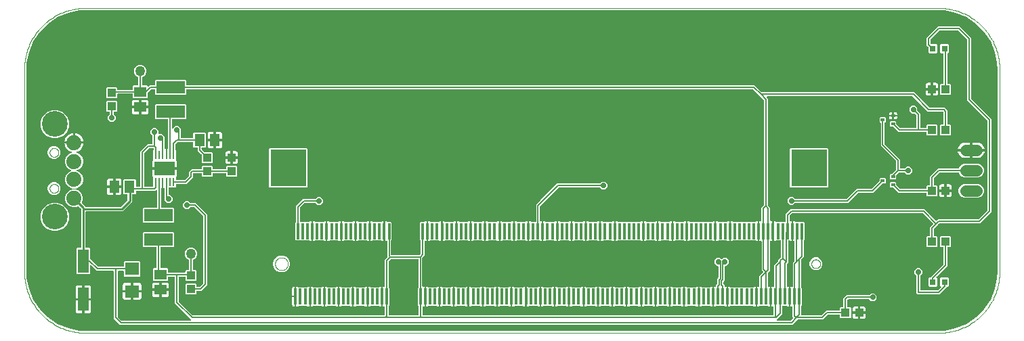
<source format=gtl>
G04 EAGLE Gerber RS-274X export*
G75*
%MOMM*%
%FSLAX34Y34*%
%LPD*%
%INTop copper*%
%IPPOS*%
%AMOC8*
5,1,8,0,0,1.08239X$1,22.5*%
G01*
%ADD10C,0.000000*%
%ADD11R,1.000000X1.100000*%
%ADD12R,1.300000X1.500000*%
%ADD13R,1.500000X1.300000*%
%ADD14R,1.800000X1.600000*%
%ADD15R,1.400000X3.000000*%
%ADD16C,1.879600*%
%ADD17C,3.216000*%
%ADD18C,1.422400*%
%ADD19R,3.600000X1.500000*%
%ADD20R,0.800000X0.800000*%
%ADD21R,0.350000X2.000000*%
%ADD22R,4.500000X4.600000*%
%ADD23R,0.510000X0.400000*%
%ADD24R,1.100000X1.000000*%
%ADD25C,1.270000*%
%ADD26R,2.500000X1.700000*%
%ADD27R,0.250000X1.000000*%
%ADD28P,0.708749X8X22.500000*%
%ADD29C,0.152400*%
%ADD30C,0.254000*%
%ADD31C,0.203200*%

G36*
X1143010Y2543D02*
X1143010Y2543D01*
X1143034Y2542D01*
X1150169Y2902D01*
X1150201Y2909D01*
X1150280Y2915D01*
X1164273Y5718D01*
X1164296Y5727D01*
X1164416Y5762D01*
X1177593Y11240D01*
X1177614Y11253D01*
X1177725Y11311D01*
X1189580Y19255D01*
X1189598Y19271D01*
X1189696Y19349D01*
X1199773Y29454D01*
X1199787Y29473D01*
X1199868Y29569D01*
X1207781Y41446D01*
X1207791Y41467D01*
X1207851Y41577D01*
X1213295Y54769D01*
X1213300Y54792D01*
X1213315Y54838D01*
X1213326Y54862D01*
X1213328Y54879D01*
X1213338Y54912D01*
X1216104Y68912D01*
X1216105Y68945D01*
X1216117Y69023D01*
X1216458Y76159D01*
X1216457Y76174D01*
X1216459Y76197D01*
X1216458Y77549D01*
X1216459Y77565D01*
X1216459Y328835D01*
X1216457Y328846D01*
X1216459Y330203D01*
X1216457Y330218D01*
X1216458Y330241D01*
X1216117Y337377D01*
X1216110Y337409D01*
X1216104Y337488D01*
X1213338Y351488D01*
X1213330Y351511D01*
X1213295Y351631D01*
X1207851Y364823D01*
X1207838Y364843D01*
X1207781Y364954D01*
X1199868Y376831D01*
X1199852Y376848D01*
X1199773Y376946D01*
X1189696Y387051D01*
X1189676Y387064D01*
X1189580Y387145D01*
X1177725Y395089D01*
X1177703Y395099D01*
X1177593Y395160D01*
X1164416Y400638D01*
X1164393Y400644D01*
X1164273Y400682D01*
X1150280Y403485D01*
X1150247Y403486D01*
X1150169Y403498D01*
X1143034Y403858D01*
X1143019Y403857D01*
X1142996Y403859D01*
X76200Y403859D01*
X76186Y403857D01*
X76163Y403858D01*
X69017Y403507D01*
X68985Y403500D01*
X68906Y403494D01*
X54890Y400706D01*
X54868Y400697D01*
X54748Y400662D01*
X41545Y395194D01*
X41524Y395181D01*
X41413Y395123D01*
X29531Y387184D01*
X29513Y387167D01*
X29416Y387089D01*
X19311Y376984D01*
X19297Y376965D01*
X19216Y376869D01*
X11277Y364987D01*
X11267Y364965D01*
X11206Y364855D01*
X5738Y351652D01*
X5732Y351629D01*
X5694Y351510D01*
X2906Y337494D01*
X2905Y337461D01*
X2893Y337383D01*
X2542Y330237D01*
X2543Y330223D01*
X2541Y330200D01*
X2541Y76200D01*
X2543Y76186D01*
X2542Y76163D01*
X2893Y69017D01*
X2900Y68985D01*
X2906Y68906D01*
X5694Y54890D01*
X5703Y54868D01*
X5738Y54748D01*
X11206Y41545D01*
X11219Y41524D01*
X11277Y41413D01*
X19216Y29531D01*
X19233Y29513D01*
X19264Y29474D01*
X19276Y29455D01*
X19288Y29444D01*
X19311Y29416D01*
X29416Y19311D01*
X29435Y19297D01*
X29531Y19216D01*
X41413Y11277D01*
X41435Y11267D01*
X41545Y11206D01*
X54747Y5738D01*
X54771Y5732D01*
X54890Y5694D01*
X68906Y2906D01*
X68939Y2905D01*
X69017Y2893D01*
X76163Y2542D01*
X76177Y2543D01*
X76200Y2541D01*
X1142996Y2541D01*
X1143010Y2543D01*
G37*
%LPC*%
G36*
X119598Y10159D02*
X119598Y10159D01*
X111759Y17998D01*
X111759Y76738D01*
X111756Y76758D01*
X111758Y76777D01*
X111736Y76879D01*
X111720Y76981D01*
X111710Y76998D01*
X111706Y77018D01*
X111653Y77107D01*
X111604Y77198D01*
X111590Y77212D01*
X111580Y77229D01*
X111501Y77296D01*
X111426Y77368D01*
X111408Y77376D01*
X111393Y77389D01*
X111297Y77428D01*
X111203Y77471D01*
X111183Y77473D01*
X111165Y77481D01*
X110998Y77499D01*
X90358Y77499D01*
X83484Y84373D01*
X83426Y84414D01*
X83374Y84464D01*
X83327Y84486D01*
X83285Y84516D01*
X83216Y84537D01*
X83151Y84567D01*
X83099Y84573D01*
X83049Y84589D01*
X82978Y84587D01*
X82907Y84595D01*
X82856Y84583D01*
X82804Y84582D01*
X82736Y84558D01*
X82666Y84542D01*
X82621Y84516D01*
X82573Y84498D01*
X82517Y84453D01*
X82455Y84416D01*
X82421Y84377D01*
X82381Y84344D01*
X82342Y84284D01*
X82295Y84229D01*
X82276Y84181D01*
X82248Y84137D01*
X82230Y84068D01*
X82203Y84001D01*
X82195Y83930D01*
X82187Y83899D01*
X82189Y83875D01*
X82185Y83834D01*
X82185Y74408D01*
X81292Y73515D01*
X66028Y73515D01*
X65135Y74408D01*
X65135Y105672D01*
X66028Y106565D01*
X70104Y106565D01*
X70124Y106568D01*
X70143Y106566D01*
X70245Y106588D01*
X70347Y106604D01*
X70364Y106614D01*
X70384Y106618D01*
X70473Y106671D01*
X70564Y106720D01*
X70578Y106734D01*
X70595Y106744D01*
X70662Y106823D01*
X70734Y106898D01*
X70742Y106916D01*
X70755Y106931D01*
X70794Y107027D01*
X70837Y107121D01*
X70839Y107141D01*
X70847Y107159D01*
X70865Y107326D01*
X70865Y155167D01*
X70851Y155257D01*
X70843Y155348D01*
X70831Y155378D01*
X70826Y155410D01*
X70783Y155490D01*
X70747Y155574D01*
X70721Y155607D01*
X70710Y155627D01*
X70687Y155649D01*
X70642Y155705D01*
X68025Y158323D01*
X67930Y158391D01*
X67836Y158461D01*
X67830Y158463D01*
X67825Y158466D01*
X67714Y158501D01*
X67602Y158537D01*
X67596Y158537D01*
X67590Y158539D01*
X67473Y158536D01*
X67356Y158535D01*
X67349Y158532D01*
X67344Y158532D01*
X67327Y158526D01*
X67195Y158488D01*
X64273Y157277D01*
X59927Y157277D01*
X55913Y158940D01*
X52840Y162013D01*
X51177Y166027D01*
X51177Y170373D01*
X52840Y174387D01*
X55913Y177460D01*
X59927Y179123D01*
X64273Y179123D01*
X68287Y177460D01*
X71360Y174387D01*
X73023Y170373D01*
X73023Y166027D01*
X71812Y163105D01*
X71786Y162991D01*
X71757Y162878D01*
X71757Y162871D01*
X71756Y162865D01*
X71767Y162749D01*
X71776Y162632D01*
X71778Y162627D01*
X71779Y162620D01*
X71827Y162513D01*
X71872Y162406D01*
X71877Y162400D01*
X71879Y162396D01*
X71892Y162382D01*
X71977Y162275D01*
X74595Y159658D01*
X76295Y157958D01*
X76369Y157905D01*
X76438Y157845D01*
X76468Y157833D01*
X76494Y157814D01*
X76581Y157787D01*
X76666Y157753D01*
X76707Y157749D01*
X76729Y157742D01*
X76762Y157743D01*
X76833Y157735D01*
X120447Y157735D01*
X120537Y157749D01*
X120628Y157757D01*
X120658Y157769D01*
X120690Y157774D01*
X120770Y157817D01*
X120854Y157853D01*
X120886Y157879D01*
X120907Y157890D01*
X120929Y157913D01*
X120985Y157958D01*
X128732Y165705D01*
X128779Y165770D01*
X128790Y165781D01*
X128793Y165787D01*
X128845Y165848D01*
X128857Y165878D01*
X128876Y165904D01*
X128903Y165991D01*
X128937Y166076D01*
X128941Y166117D01*
X128948Y166139D01*
X128947Y166172D01*
X128955Y166243D01*
X128955Y173094D01*
X128952Y173114D01*
X128954Y173133D01*
X128932Y173235D01*
X128916Y173337D01*
X128906Y173354D01*
X128902Y173374D01*
X128849Y173463D01*
X128800Y173554D01*
X128786Y173568D01*
X128776Y173585D01*
X128697Y173652D01*
X128622Y173724D01*
X128604Y173732D01*
X128589Y173745D01*
X128493Y173784D01*
X128399Y173827D01*
X128379Y173829D01*
X128361Y173837D01*
X128194Y173855D01*
X124288Y173855D01*
X123395Y174748D01*
X123395Y191012D01*
X124288Y191905D01*
X138552Y191905D01*
X139445Y191012D01*
X139445Y183388D01*
X139448Y183368D01*
X139446Y183349D01*
X139468Y183247D01*
X139484Y183145D01*
X139494Y183128D01*
X139498Y183108D01*
X139551Y183019D01*
X139600Y182928D01*
X139614Y182914D01*
X139624Y182897D01*
X139703Y182830D01*
X139778Y182758D01*
X139796Y182750D01*
X139811Y182737D01*
X139907Y182698D01*
X140001Y182655D01*
X140021Y182653D01*
X140039Y182645D01*
X140206Y182627D01*
X144272Y182627D01*
X144292Y182630D01*
X144311Y182628D01*
X144413Y182650D01*
X144515Y182666D01*
X144532Y182676D01*
X144552Y182680D01*
X144641Y182733D01*
X144732Y182782D01*
X144746Y182796D01*
X144763Y182806D01*
X144830Y182885D01*
X144902Y182960D01*
X144910Y182978D01*
X144923Y182993D01*
X144962Y183089D01*
X145005Y183183D01*
X145007Y183203D01*
X145015Y183221D01*
X145033Y183388D01*
X145033Y227007D01*
X153993Y235967D01*
X159512Y235967D01*
X159532Y235970D01*
X159551Y235968D01*
X159653Y235990D01*
X159755Y236006D01*
X159772Y236016D01*
X159792Y236020D01*
X159881Y236073D01*
X159972Y236122D01*
X159986Y236136D01*
X160003Y236146D01*
X160070Y236225D01*
X160142Y236300D01*
X160150Y236318D01*
X160163Y236333D01*
X160202Y236429D01*
X160245Y236523D01*
X160247Y236543D01*
X160255Y236561D01*
X160273Y236728D01*
X160273Y246645D01*
X160259Y246735D01*
X160251Y246826D01*
X160239Y246856D01*
X160234Y246888D01*
X160191Y246968D01*
X160155Y247052D01*
X160129Y247084D01*
X160118Y247105D01*
X160095Y247127D01*
X160050Y247183D01*
X157761Y249472D01*
X157761Y253448D01*
X160572Y256259D01*
X164548Y256259D01*
X167359Y253448D01*
X167359Y249400D01*
X167362Y249380D01*
X167360Y249361D01*
X167382Y249259D01*
X167398Y249157D01*
X167408Y249140D01*
X167412Y249120D01*
X167465Y249031D01*
X167514Y248940D01*
X167528Y248926D01*
X167538Y248909D01*
X167617Y248842D01*
X167692Y248770D01*
X167710Y248762D01*
X167725Y248749D01*
X167821Y248710D01*
X167915Y248667D01*
X167935Y248665D01*
X167953Y248657D01*
X168120Y248639D01*
X172168Y248639D01*
X174979Y245828D01*
X174979Y242591D01*
X174993Y242500D01*
X175001Y242410D01*
X175013Y242380D01*
X175018Y242348D01*
X175061Y242267D01*
X175097Y242183D01*
X175123Y242151D01*
X175134Y242130D01*
X175157Y242108D01*
X175202Y242052D01*
X175297Y241957D01*
X175297Y231042D01*
X175300Y231022D01*
X175298Y231003D01*
X175320Y230901D01*
X175336Y230799D01*
X175346Y230782D01*
X175350Y230762D01*
X175403Y230673D01*
X175452Y230582D01*
X175466Y230568D01*
X175476Y230551D01*
X175555Y230484D01*
X175630Y230412D01*
X175648Y230404D01*
X175663Y230391D01*
X175759Y230352D01*
X175853Y230309D01*
X175873Y230307D01*
X175891Y230299D01*
X176058Y230281D01*
X176749Y230281D01*
X176749Y222740D01*
X176752Y222721D01*
X176750Y222701D01*
X176772Y222600D01*
X176788Y222498D01*
X176798Y222480D01*
X176802Y222461D01*
X176855Y222371D01*
X176903Y222280D01*
X176918Y222267D01*
X176928Y222249D01*
X177007Y222182D01*
X177082Y222111D01*
X177100Y222102D01*
X177115Y222089D01*
X177211Y222051D01*
X177305Y222007D01*
X177325Y222005D01*
X177343Y221998D01*
X177510Y221979D01*
X177530Y221982D01*
X177549Y221980D01*
X177550Y221980D01*
X177651Y222002D01*
X177753Y222019D01*
X177770Y222028D01*
X177790Y222032D01*
X177879Y222086D01*
X177970Y222134D01*
X177984Y222148D01*
X178001Y222159D01*
X178068Y222237D01*
X178140Y222312D01*
X178148Y222330D01*
X178161Y222345D01*
X178200Y222442D01*
X178243Y222535D01*
X178245Y222555D01*
X178253Y222574D01*
X178271Y222740D01*
X178271Y230281D01*
X178962Y230281D01*
X178982Y230284D01*
X179001Y230282D01*
X179103Y230304D01*
X179205Y230320D01*
X179222Y230330D01*
X179242Y230334D01*
X179331Y230387D01*
X179422Y230436D01*
X179436Y230450D01*
X179453Y230460D01*
X179520Y230539D01*
X179592Y230614D01*
X179600Y230632D01*
X179613Y230647D01*
X179652Y230743D01*
X179695Y230837D01*
X179697Y230857D01*
X179705Y230875D01*
X179723Y231042D01*
X179723Y267064D01*
X179720Y267084D01*
X179722Y267103D01*
X179700Y267205D01*
X179684Y267307D01*
X179674Y267324D01*
X179670Y267344D01*
X179617Y267433D01*
X179568Y267524D01*
X179554Y267538D01*
X179544Y267555D01*
X179465Y267622D01*
X179390Y267694D01*
X179372Y267702D01*
X179357Y267715D01*
X179261Y267754D01*
X179167Y267797D01*
X179147Y267799D01*
X179129Y267807D01*
X178962Y267825D01*
X164248Y267825D01*
X163355Y268718D01*
X163355Y284982D01*
X164248Y285875D01*
X201512Y285875D01*
X202405Y284982D01*
X202405Y268718D01*
X201512Y267825D01*
X185058Y267825D01*
X185038Y267822D01*
X185019Y267824D01*
X184917Y267802D01*
X184815Y267786D01*
X184798Y267776D01*
X184778Y267772D01*
X184689Y267719D01*
X184598Y267670D01*
X184584Y267656D01*
X184567Y267646D01*
X184500Y267567D01*
X184428Y267492D01*
X184420Y267474D01*
X184407Y267459D01*
X184368Y267363D01*
X184325Y267269D01*
X184323Y267249D01*
X184315Y267231D01*
X184297Y267064D01*
X184297Y256421D01*
X184308Y256350D01*
X184310Y256279D01*
X184328Y256230D01*
X184336Y256178D01*
X184370Y256115D01*
X184395Y256048D01*
X184427Y256007D01*
X184452Y255961D01*
X184504Y255911D01*
X184548Y255855D01*
X184592Y255827D01*
X184630Y255791D01*
X184695Y255761D01*
X184755Y255722D01*
X184806Y255710D01*
X184853Y255688D01*
X184924Y255680D01*
X184994Y255662D01*
X185046Y255666D01*
X185097Y255661D01*
X185168Y255676D01*
X185239Y255682D01*
X185287Y255702D01*
X185338Y255713D01*
X185399Y255750D01*
X185465Y255778D01*
X185521Y255823D01*
X185549Y255839D01*
X185564Y255857D01*
X185596Y255883D01*
X188512Y258799D01*
X192488Y258799D01*
X195299Y255988D01*
X195299Y252751D01*
X195313Y252660D01*
X195321Y252570D01*
X195327Y252555D01*
X195327Y244348D01*
X195330Y244328D01*
X195328Y244309D01*
X195350Y244207D01*
X195366Y244105D01*
X195376Y244088D01*
X195380Y244068D01*
X195433Y243979D01*
X195482Y243888D01*
X195496Y243874D01*
X195506Y243857D01*
X195585Y243790D01*
X195660Y243718D01*
X195678Y243710D01*
X195693Y243697D01*
X195789Y243658D01*
X195883Y243615D01*
X195903Y243613D01*
X195921Y243605D01*
X196088Y243587D01*
X210314Y243587D01*
X210334Y243590D01*
X210353Y243588D01*
X210455Y243610D01*
X210557Y243626D01*
X210574Y243636D01*
X210594Y243640D01*
X210683Y243693D01*
X210774Y243742D01*
X210788Y243756D01*
X210805Y243766D01*
X210872Y243845D01*
X210944Y243920D01*
X210952Y243938D01*
X210965Y243953D01*
X211004Y244049D01*
X211047Y244143D01*
X211049Y244163D01*
X211057Y244181D01*
X211075Y244348D01*
X211075Y249432D01*
X211968Y250325D01*
X226232Y250325D01*
X227125Y249432D01*
X227125Y233168D01*
X226232Y232275D01*
X222148Y232275D01*
X222128Y232272D01*
X222109Y232274D01*
X222007Y232252D01*
X221905Y232236D01*
X221888Y232226D01*
X221868Y232222D01*
X221779Y232169D01*
X221688Y232120D01*
X221674Y232106D01*
X221657Y232096D01*
X221590Y232017D01*
X221518Y231942D01*
X221510Y231924D01*
X221497Y231909D01*
X221458Y231813D01*
X221415Y231719D01*
X221413Y231699D01*
X221405Y231681D01*
X221387Y231514D01*
X221387Y230083D01*
X221401Y229992D01*
X221409Y229902D01*
X221421Y229872D01*
X221426Y229840D01*
X221469Y229759D01*
X221505Y229675D01*
X221531Y229643D01*
X221542Y229622D01*
X221565Y229600D01*
X221610Y229544D01*
X225086Y226068D01*
X225160Y226015D01*
X225230Y225955D01*
X225260Y225943D01*
X225286Y225924D01*
X225373Y225897D01*
X225458Y225863D01*
X225499Y225859D01*
X225521Y225852D01*
X225553Y225853D01*
X225625Y225845D01*
X234732Y225845D01*
X235625Y224952D01*
X235625Y213688D01*
X234732Y212795D01*
X222468Y212795D01*
X221575Y213688D01*
X221575Y222795D01*
X221561Y222886D01*
X221553Y222976D01*
X221541Y223006D01*
X221536Y223038D01*
X221493Y223119D01*
X221457Y223203D01*
X221431Y223235D01*
X221420Y223256D01*
X221397Y223278D01*
X221352Y223334D01*
X216813Y227873D01*
X216813Y231514D01*
X216810Y231534D01*
X216812Y231553D01*
X216790Y231655D01*
X216774Y231757D01*
X216764Y231774D01*
X216760Y231794D01*
X216707Y231883D01*
X216658Y231974D01*
X216644Y231988D01*
X216634Y232005D01*
X216555Y232072D01*
X216480Y232144D01*
X216462Y232152D01*
X216447Y232165D01*
X216351Y232204D01*
X216257Y232247D01*
X216237Y232249D01*
X216219Y232257D01*
X216052Y232275D01*
X211968Y232275D01*
X211075Y233168D01*
X211075Y238252D01*
X211072Y238272D01*
X211074Y238291D01*
X211052Y238393D01*
X211036Y238495D01*
X211026Y238512D01*
X211022Y238532D01*
X210969Y238621D01*
X210920Y238712D01*
X210906Y238726D01*
X210896Y238743D01*
X210817Y238810D01*
X210742Y238882D01*
X210724Y238890D01*
X210709Y238903D01*
X210613Y238942D01*
X210519Y238985D01*
X210499Y238987D01*
X210481Y238995D01*
X210314Y239013D01*
X191763Y239013D01*
X191672Y238999D01*
X191582Y238991D01*
X191552Y238979D01*
X191520Y238974D01*
X191439Y238931D01*
X191355Y238895D01*
X191323Y238869D01*
X191302Y238858D01*
X191280Y238835D01*
X191224Y238790D01*
X189020Y236586D01*
X188967Y236512D01*
X188907Y236442D01*
X188895Y236412D01*
X188876Y236386D01*
X188849Y236299D01*
X188815Y236214D01*
X188811Y236173D01*
X188804Y236151D01*
X188805Y236119D01*
X188797Y236047D01*
X188797Y229175D01*
X188811Y229085D01*
X188819Y228994D01*
X188831Y228964D01*
X188836Y228932D01*
X188879Y228851D01*
X188915Y228768D01*
X188941Y228735D01*
X188952Y228715D01*
X188975Y228693D01*
X189020Y228637D01*
X189285Y228372D01*
X189285Y217054D01*
X189280Y217047D01*
X189274Y217028D01*
X189263Y217011D01*
X189237Y216911D01*
X189207Y216812D01*
X189208Y216792D01*
X189203Y216773D01*
X189211Y216670D01*
X189213Y216566D01*
X189220Y216547D01*
X189222Y216527D01*
X189262Y216432D01*
X189298Y216335D01*
X189310Y216319D01*
X189318Y216301D01*
X189423Y216170D01*
X189793Y215800D01*
X190128Y215221D01*
X190301Y214574D01*
X190301Y207263D01*
X176022Y207263D01*
X176002Y207260D01*
X175983Y207262D01*
X175881Y207240D01*
X175779Y207223D01*
X175762Y207214D01*
X175742Y207210D01*
X175653Y207157D01*
X175562Y207108D01*
X175548Y207094D01*
X175531Y207084D01*
X175464Y207005D01*
X175393Y206930D01*
X175384Y206912D01*
X175371Y206897D01*
X175332Y206801D01*
X175289Y206707D01*
X175287Y206687D01*
X175279Y206669D01*
X175261Y206502D01*
X175261Y204978D01*
X175264Y204958D01*
X175262Y204939D01*
X175284Y204837D01*
X175301Y204735D01*
X175310Y204718D01*
X175314Y204698D01*
X175367Y204609D01*
X175416Y204518D01*
X175430Y204504D01*
X175440Y204487D01*
X175519Y204420D01*
X175594Y204349D01*
X175612Y204340D01*
X175627Y204327D01*
X175723Y204288D01*
X175817Y204245D01*
X175837Y204243D01*
X175855Y204235D01*
X176022Y204217D01*
X190301Y204217D01*
X190301Y196906D01*
X190128Y196259D01*
X189793Y195680D01*
X189423Y195310D01*
X189411Y195294D01*
X189396Y195281D01*
X189340Y195194D01*
X189279Y195110D01*
X189274Y195091D01*
X189263Y195074D01*
X189237Y194974D01*
X189207Y194875D01*
X189208Y194855D01*
X189203Y194836D01*
X189211Y194733D01*
X189213Y194629D01*
X189220Y194610D01*
X189222Y194590D01*
X189262Y194495D01*
X189285Y194434D01*
X189285Y191788D01*
X189288Y191768D01*
X189286Y191749D01*
X189308Y191647D01*
X189324Y191545D01*
X189334Y191528D01*
X189338Y191508D01*
X189391Y191419D01*
X189440Y191328D01*
X189454Y191314D01*
X189464Y191297D01*
X189543Y191230D01*
X189618Y191158D01*
X189636Y191150D01*
X189651Y191137D01*
X189747Y191098D01*
X189841Y191055D01*
X189861Y191053D01*
X189879Y191045D01*
X190046Y191027D01*
X200177Y191027D01*
X200268Y191041D01*
X200358Y191049D01*
X200388Y191061D01*
X200420Y191066D01*
X200501Y191109D01*
X200585Y191145D01*
X200617Y191171D01*
X200638Y191182D01*
X200660Y191205D01*
X200716Y191250D01*
X205770Y196304D01*
X205823Y196378D01*
X205883Y196448D01*
X205895Y196478D01*
X205914Y196504D01*
X205941Y196591D01*
X205975Y196676D01*
X205979Y196717D01*
X205986Y196739D01*
X205985Y196771D01*
X205993Y196843D01*
X205993Y201607D01*
X208993Y204607D01*
X220814Y204607D01*
X220834Y204610D01*
X220853Y204608D01*
X220955Y204630D01*
X221057Y204646D01*
X221074Y204656D01*
X221094Y204660D01*
X221183Y204713D01*
X221274Y204762D01*
X221288Y204776D01*
X221305Y204786D01*
X221372Y204865D01*
X221444Y204940D01*
X221452Y204958D01*
X221465Y204973D01*
X221504Y205069D01*
X221547Y205163D01*
X221549Y205183D01*
X221557Y205201D01*
X221575Y205368D01*
X221575Y207952D01*
X222468Y208845D01*
X234732Y208845D01*
X235625Y207952D01*
X235625Y205368D01*
X235628Y205348D01*
X235626Y205329D01*
X235648Y205227D01*
X235664Y205125D01*
X235674Y205108D01*
X235678Y205088D01*
X235731Y204999D01*
X235780Y204908D01*
X235794Y204894D01*
X235804Y204877D01*
X235883Y204810D01*
X235958Y204738D01*
X235976Y204730D01*
X235991Y204717D01*
X236087Y204678D01*
X236181Y204635D01*
X236201Y204633D01*
X236219Y204625D01*
X236386Y204607D01*
X251794Y204607D01*
X251814Y204610D01*
X251833Y204608D01*
X251935Y204630D01*
X252037Y204646D01*
X252054Y204656D01*
X252074Y204660D01*
X252163Y204713D01*
X252254Y204762D01*
X252268Y204776D01*
X252285Y204786D01*
X252352Y204865D01*
X252424Y204940D01*
X252432Y204958D01*
X252445Y204973D01*
X252484Y205069D01*
X252527Y205163D01*
X252529Y205183D01*
X252537Y205201D01*
X252555Y205368D01*
X252555Y208452D01*
X253448Y209345D01*
X264712Y209345D01*
X265605Y208452D01*
X265605Y196188D01*
X264712Y195295D01*
X253448Y195295D01*
X252555Y196188D01*
X252555Y199272D01*
X252552Y199292D01*
X252554Y199311D01*
X252532Y199413D01*
X252516Y199515D01*
X252506Y199532D01*
X252502Y199552D01*
X252449Y199641D01*
X252400Y199732D01*
X252386Y199746D01*
X252376Y199763D01*
X252297Y199830D01*
X252222Y199902D01*
X252204Y199910D01*
X252189Y199923D01*
X252093Y199962D01*
X251999Y200005D01*
X251979Y200007D01*
X251961Y200015D01*
X251794Y200033D01*
X236386Y200033D01*
X236366Y200030D01*
X236347Y200032D01*
X236245Y200010D01*
X236143Y199994D01*
X236126Y199984D01*
X236106Y199980D01*
X236017Y199927D01*
X235926Y199878D01*
X235912Y199864D01*
X235895Y199854D01*
X235828Y199775D01*
X235756Y199700D01*
X235748Y199682D01*
X235735Y199667D01*
X235696Y199571D01*
X235653Y199477D01*
X235651Y199457D01*
X235643Y199439D01*
X235625Y199272D01*
X235625Y196688D01*
X234732Y195795D01*
X222468Y195795D01*
X221575Y196688D01*
X221575Y199272D01*
X221572Y199292D01*
X221574Y199311D01*
X221552Y199413D01*
X221536Y199515D01*
X221526Y199532D01*
X221522Y199552D01*
X221469Y199641D01*
X221420Y199732D01*
X221406Y199746D01*
X221396Y199763D01*
X221317Y199830D01*
X221242Y199902D01*
X221224Y199910D01*
X221209Y199923D01*
X221113Y199962D01*
X221019Y200005D01*
X220999Y200007D01*
X220981Y200015D01*
X220814Y200033D01*
X211328Y200033D01*
X211308Y200030D01*
X211289Y200032D01*
X211187Y200010D01*
X211085Y199994D01*
X211068Y199984D01*
X211048Y199980D01*
X210959Y199927D01*
X210868Y199878D01*
X210854Y199864D01*
X210837Y199854D01*
X210770Y199775D01*
X210698Y199700D01*
X210690Y199682D01*
X210677Y199667D01*
X210638Y199571D01*
X210595Y199477D01*
X210593Y199457D01*
X210585Y199439D01*
X210567Y199272D01*
X210567Y194633D01*
X202387Y186453D01*
X190046Y186453D01*
X190026Y186450D01*
X190007Y186452D01*
X189905Y186430D01*
X189803Y186414D01*
X189786Y186404D01*
X189766Y186400D01*
X189677Y186347D01*
X189586Y186298D01*
X189572Y186284D01*
X189555Y186274D01*
X189488Y186195D01*
X189416Y186120D01*
X189408Y186102D01*
X189395Y186087D01*
X189356Y185991D01*
X189313Y185897D01*
X189311Y185877D01*
X189303Y185859D01*
X189285Y185692D01*
X189285Y183108D01*
X188392Y182215D01*
X184524Y182215D01*
X184462Y182231D01*
X184363Y182261D01*
X184343Y182261D01*
X184324Y182266D01*
X184221Y182258D01*
X184118Y182255D01*
X184099Y182248D01*
X184079Y182247D01*
X184005Y182215D01*
X180848Y182215D01*
X180828Y182212D01*
X180809Y182214D01*
X180707Y182192D01*
X180605Y182176D01*
X180588Y182166D01*
X180568Y182162D01*
X180479Y182109D01*
X180388Y182060D01*
X180374Y182046D01*
X180357Y182036D01*
X180290Y181957D01*
X180218Y181882D01*
X180210Y181864D01*
X180197Y181849D01*
X180158Y181752D01*
X180115Y181659D01*
X180113Y181639D01*
X180105Y181621D01*
X180087Y181454D01*
X180087Y173200D01*
X180090Y173180D01*
X180088Y173161D01*
X180110Y173059D01*
X180126Y172957D01*
X180136Y172940D01*
X180140Y172920D01*
X180193Y172831D01*
X180242Y172740D01*
X180256Y172726D01*
X180266Y172709D01*
X180345Y172642D01*
X180420Y172570D01*
X180438Y172562D01*
X180453Y172549D01*
X180549Y172510D01*
X180643Y172467D01*
X180663Y172465D01*
X180681Y172457D01*
X180848Y172439D01*
X182328Y172439D01*
X185139Y169628D01*
X185139Y165652D01*
X182328Y162841D01*
X178352Y162841D01*
X175541Y165652D01*
X175541Y168889D01*
X175527Y168980D01*
X175519Y169070D01*
X175513Y169085D01*
X175513Y180453D01*
X175494Y180568D01*
X175476Y180689D01*
X175474Y180692D01*
X175474Y180696D01*
X175418Y180801D01*
X175363Y180907D01*
X175360Y180910D01*
X175358Y180914D01*
X175273Y180995D01*
X175187Y181078D01*
X175183Y181080D01*
X175180Y181083D01*
X175072Y181133D01*
X174965Y181184D01*
X174961Y181185D01*
X174957Y181187D01*
X174839Y181200D01*
X174720Y181214D01*
X174716Y181213D01*
X174713Y181214D01*
X174700Y181211D01*
X174624Y181199D01*
X173771Y181199D01*
X173771Y188740D01*
X173768Y188759D01*
X173770Y188779D01*
X173748Y188880D01*
X173732Y188982D01*
X173722Y189000D01*
X173718Y189019D01*
X173665Y189109D01*
X173617Y189200D01*
X173602Y189213D01*
X173592Y189231D01*
X173513Y189298D01*
X173438Y189369D01*
X173420Y189378D01*
X173405Y189391D01*
X173309Y189429D01*
X173215Y189473D01*
X173195Y189475D01*
X173177Y189482D01*
X173010Y189501D01*
X172990Y189498D01*
X172971Y189500D01*
X172970Y189500D01*
X172869Y189478D01*
X172767Y189461D01*
X172750Y189452D01*
X172730Y189448D01*
X172641Y189394D01*
X172550Y189346D01*
X172536Y189332D01*
X172519Y189321D01*
X172452Y189243D01*
X172380Y189168D01*
X172372Y189150D01*
X172359Y189135D01*
X172320Y189038D01*
X172277Y188945D01*
X172275Y188925D01*
X172267Y188906D01*
X172249Y188740D01*
X172249Y181199D01*
X171558Y181199D01*
X171538Y181196D01*
X171519Y181198D01*
X171417Y181176D01*
X171315Y181160D01*
X171298Y181150D01*
X171278Y181146D01*
X171189Y181093D01*
X171098Y181044D01*
X171084Y181030D01*
X171067Y181020D01*
X171000Y180941D01*
X170928Y180866D01*
X170920Y180848D01*
X170907Y180833D01*
X170868Y180737D01*
X170825Y180643D01*
X170823Y180623D01*
X170815Y180605D01*
X170797Y180438D01*
X170797Y157116D01*
X170800Y157096D01*
X170798Y157077D01*
X170820Y156975D01*
X170836Y156873D01*
X170846Y156856D01*
X170850Y156836D01*
X170903Y156747D01*
X170952Y156656D01*
X170966Y156642D01*
X170976Y156625D01*
X171055Y156558D01*
X171130Y156486D01*
X171148Y156478D01*
X171163Y156465D01*
X171259Y156426D01*
X171353Y156383D01*
X171373Y156381D01*
X171391Y156373D01*
X171558Y156355D01*
X186272Y156355D01*
X187165Y155462D01*
X187165Y139198D01*
X186272Y138305D01*
X149008Y138305D01*
X148115Y139198D01*
X148115Y155462D01*
X149008Y156355D01*
X165462Y156355D01*
X165482Y156358D01*
X165501Y156356D01*
X165603Y156378D01*
X165705Y156394D01*
X165722Y156404D01*
X165742Y156408D01*
X165831Y156461D01*
X165922Y156510D01*
X165936Y156524D01*
X165953Y156534D01*
X166020Y156613D01*
X166092Y156688D01*
X166100Y156706D01*
X166113Y156721D01*
X166152Y156817D01*
X166195Y156911D01*
X166197Y156931D01*
X166205Y156949D01*
X166223Y157116D01*
X166223Y178932D01*
X166212Y179002D01*
X166210Y179074D01*
X166192Y179123D01*
X166184Y179174D01*
X166150Y179238D01*
X166125Y179305D01*
X166093Y179346D01*
X166068Y179392D01*
X166016Y179441D01*
X165972Y179497D01*
X165928Y179525D01*
X165890Y179561D01*
X165825Y179591D01*
X165765Y179630D01*
X165714Y179643D01*
X165667Y179665D01*
X165596Y179673D01*
X165526Y179690D01*
X165474Y179686D01*
X165423Y179692D01*
X165352Y179677D01*
X165281Y179671D01*
X165233Y179651D01*
X165182Y179640D01*
X165121Y179603D01*
X165055Y179575D01*
X164999Y179530D01*
X164971Y179513D01*
X164956Y179496D01*
X164924Y179470D01*
X163507Y178053D01*
X140206Y178053D01*
X140186Y178050D01*
X140167Y178052D01*
X140065Y178030D01*
X139963Y178014D01*
X139946Y178004D01*
X139926Y178000D01*
X139837Y177947D01*
X139746Y177898D01*
X139732Y177884D01*
X139715Y177874D01*
X139648Y177795D01*
X139576Y177720D01*
X139568Y177702D01*
X139555Y177687D01*
X139516Y177591D01*
X139473Y177497D01*
X139471Y177477D01*
X139463Y177459D01*
X139445Y177292D01*
X139445Y174748D01*
X138552Y173855D01*
X135306Y173855D01*
X135286Y173852D01*
X135267Y173854D01*
X135165Y173832D01*
X135063Y173816D01*
X135046Y173806D01*
X135026Y173802D01*
X134937Y173749D01*
X134846Y173700D01*
X134832Y173686D01*
X134815Y173676D01*
X134748Y173597D01*
X134676Y173522D01*
X134668Y173504D01*
X134655Y173489D01*
X134616Y173393D01*
X134573Y173299D01*
X134571Y173279D01*
X134563Y173261D01*
X134545Y173094D01*
X134545Y163612D01*
X123078Y152145D01*
X77216Y152145D01*
X77196Y152142D01*
X77177Y152144D01*
X77075Y152122D01*
X76973Y152106D01*
X76956Y152096D01*
X76936Y152092D01*
X76847Y152039D01*
X76756Y151990D01*
X76742Y151976D01*
X76725Y151966D01*
X76658Y151887D01*
X76586Y151812D01*
X76578Y151794D01*
X76565Y151779D01*
X76526Y151683D01*
X76483Y151589D01*
X76481Y151569D01*
X76473Y151551D01*
X76455Y151384D01*
X76455Y107326D01*
X76458Y107306D01*
X76456Y107287D01*
X76478Y107185D01*
X76494Y107083D01*
X76504Y107066D01*
X76508Y107046D01*
X76561Y106957D01*
X76610Y106866D01*
X76624Y106852D01*
X76634Y106835D01*
X76713Y106768D01*
X76788Y106696D01*
X76806Y106688D01*
X76821Y106675D01*
X76917Y106636D01*
X77011Y106593D01*
X77031Y106591D01*
X77049Y106583D01*
X77216Y106565D01*
X81292Y106565D01*
X82185Y105672D01*
X82185Y93174D01*
X82199Y93084D01*
X82207Y92993D01*
X82219Y92963D01*
X82224Y92931D01*
X82267Y92850D01*
X82303Y92766D01*
X82329Y92734D01*
X82340Y92714D01*
X82363Y92691D01*
X82408Y92635D01*
X92239Y82804D01*
X92313Y82751D01*
X92383Y82691D01*
X92413Y82679D01*
X92439Y82660D01*
X92526Y82633D01*
X92611Y82599D01*
X92652Y82595D01*
X92674Y82588D01*
X92706Y82589D01*
X92778Y82581D01*
X123334Y82581D01*
X123354Y82584D01*
X123373Y82582D01*
X123475Y82604D01*
X123577Y82620D01*
X123594Y82630D01*
X123614Y82634D01*
X123703Y82687D01*
X123794Y82736D01*
X123808Y82750D01*
X123825Y82760D01*
X123892Y82839D01*
X123964Y82914D01*
X123972Y82932D01*
X123985Y82947D01*
X124024Y83043D01*
X124067Y83137D01*
X124069Y83157D01*
X124077Y83175D01*
X124095Y83342D01*
X124095Y88672D01*
X124988Y89565D01*
X144252Y89565D01*
X145145Y88672D01*
X145145Y71408D01*
X144252Y70515D01*
X124988Y70515D01*
X124095Y71408D01*
X124095Y76738D01*
X124092Y76758D01*
X124094Y76777D01*
X124072Y76879D01*
X124056Y76981D01*
X124046Y76998D01*
X124042Y77018D01*
X123989Y77107D01*
X123940Y77198D01*
X123926Y77212D01*
X123916Y77229D01*
X123837Y77296D01*
X123762Y77368D01*
X123744Y77376D01*
X123729Y77389D01*
X123633Y77428D01*
X123539Y77471D01*
X123519Y77473D01*
X123501Y77481D01*
X123334Y77499D01*
X117602Y77499D01*
X117582Y77496D01*
X117563Y77498D01*
X117461Y77476D01*
X117359Y77460D01*
X117342Y77450D01*
X117322Y77446D01*
X117233Y77393D01*
X117142Y77344D01*
X117128Y77330D01*
X117111Y77320D01*
X117044Y77241D01*
X116972Y77166D01*
X116964Y77148D01*
X116951Y77133D01*
X116912Y77037D01*
X116869Y76943D01*
X116867Y76923D01*
X116859Y76905D01*
X116841Y76738D01*
X116841Y20418D01*
X116855Y20328D01*
X116863Y20237D01*
X116875Y20207D01*
X116880Y20175D01*
X116923Y20094D01*
X116959Y20010D01*
X116985Y19978D01*
X116996Y19958D01*
X117019Y19935D01*
X117064Y19879D01*
X121479Y15464D01*
X121553Y15411D01*
X121623Y15351D01*
X121653Y15339D01*
X121679Y15320D01*
X121766Y15293D01*
X121851Y15259D01*
X121892Y15255D01*
X121914Y15248D01*
X121946Y15249D01*
X122018Y15241D01*
X207928Y15241D01*
X207999Y15252D01*
X208071Y15254D01*
X208120Y15272D01*
X208171Y15280D01*
X208234Y15314D01*
X208302Y15339D01*
X208342Y15371D01*
X208388Y15396D01*
X208438Y15448D01*
X208494Y15492D01*
X208522Y15536D01*
X208558Y15574D01*
X208588Y15639D01*
X208627Y15699D01*
X208640Y15750D01*
X208661Y15797D01*
X208669Y15868D01*
X208687Y15938D01*
X208683Y15990D01*
X208689Y16041D01*
X208673Y16112D01*
X208668Y16183D01*
X208647Y16231D01*
X208636Y16282D01*
X208599Y16343D01*
X208571Y16409D01*
X208527Y16465D01*
X208510Y16493D01*
X208492Y16508D01*
X208467Y16540D01*
X206786Y18220D01*
X206786Y18221D01*
X187959Y37048D01*
X187959Y69698D01*
X187956Y69718D01*
X187958Y69737D01*
X187936Y69839D01*
X187920Y69941D01*
X187910Y69958D01*
X187906Y69978D01*
X187853Y70067D01*
X187804Y70158D01*
X187790Y70172D01*
X187780Y70189D01*
X187701Y70256D01*
X187626Y70328D01*
X187608Y70336D01*
X187593Y70349D01*
X187497Y70388D01*
X187403Y70431D01*
X187383Y70433D01*
X187365Y70441D01*
X187198Y70459D01*
X179966Y70459D01*
X179946Y70456D01*
X179927Y70458D01*
X179825Y70436D01*
X179723Y70420D01*
X179706Y70410D01*
X179686Y70406D01*
X179597Y70353D01*
X179506Y70304D01*
X179492Y70290D01*
X179475Y70280D01*
X179408Y70201D01*
X179336Y70126D01*
X179328Y70108D01*
X179315Y70093D01*
X179276Y69997D01*
X179233Y69903D01*
X179231Y69883D01*
X179223Y69865D01*
X179205Y69698D01*
X179205Y65868D01*
X178312Y64975D01*
X162048Y64975D01*
X161155Y65868D01*
X161155Y80132D01*
X162048Y81025D01*
X164338Y81025D01*
X164358Y81028D01*
X164377Y81026D01*
X164479Y81048D01*
X164581Y81064D01*
X164598Y81074D01*
X164618Y81078D01*
X164707Y81131D01*
X164798Y81180D01*
X164812Y81194D01*
X164829Y81204D01*
X164896Y81283D01*
X164968Y81358D01*
X164976Y81376D01*
X164989Y81391D01*
X165028Y81487D01*
X165071Y81581D01*
X165073Y81601D01*
X165081Y81619D01*
X165099Y81786D01*
X165099Y107044D01*
X165096Y107064D01*
X165098Y107083D01*
X165076Y107185D01*
X165060Y107287D01*
X165050Y107304D01*
X165046Y107324D01*
X164993Y107413D01*
X164944Y107504D01*
X164930Y107518D01*
X164920Y107535D01*
X164841Y107602D01*
X164766Y107674D01*
X164748Y107682D01*
X164733Y107695D01*
X164637Y107734D01*
X164543Y107777D01*
X164523Y107779D01*
X164505Y107787D01*
X164338Y107805D01*
X149008Y107805D01*
X148115Y108698D01*
X148115Y124962D01*
X149008Y125855D01*
X186272Y125855D01*
X187165Y124962D01*
X187165Y108698D01*
X186272Y107805D01*
X170942Y107805D01*
X170922Y107802D01*
X170903Y107804D01*
X170801Y107782D01*
X170699Y107766D01*
X170682Y107756D01*
X170662Y107752D01*
X170573Y107699D01*
X170482Y107650D01*
X170468Y107636D01*
X170451Y107626D01*
X170384Y107547D01*
X170312Y107472D01*
X170304Y107454D01*
X170291Y107439D01*
X170252Y107343D01*
X170209Y107249D01*
X170207Y107229D01*
X170199Y107211D01*
X170181Y107044D01*
X170181Y81786D01*
X170184Y81766D01*
X170182Y81747D01*
X170204Y81645D01*
X170220Y81543D01*
X170230Y81526D01*
X170234Y81506D01*
X170287Y81417D01*
X170336Y81326D01*
X170350Y81312D01*
X170360Y81295D01*
X170439Y81228D01*
X170514Y81156D01*
X170532Y81148D01*
X170547Y81135D01*
X170643Y81096D01*
X170737Y81053D01*
X170757Y81051D01*
X170775Y81043D01*
X170942Y81025D01*
X178312Y81025D01*
X179205Y80132D01*
X179205Y76302D01*
X179208Y76282D01*
X179206Y76263D01*
X179228Y76161D01*
X179244Y76059D01*
X179254Y76042D01*
X179258Y76022D01*
X179311Y75933D01*
X179360Y75842D01*
X179374Y75828D01*
X179384Y75811D01*
X179463Y75744D01*
X179538Y75672D01*
X179556Y75664D01*
X179571Y75651D01*
X179667Y75612D01*
X179761Y75569D01*
X179781Y75567D01*
X179799Y75559D01*
X179966Y75541D01*
X200494Y75541D01*
X200514Y75544D01*
X200533Y75542D01*
X200635Y75564D01*
X200737Y75580D01*
X200754Y75590D01*
X200774Y75594D01*
X200863Y75647D01*
X200954Y75696D01*
X200968Y75710D01*
X200985Y75720D01*
X201052Y75799D01*
X201124Y75874D01*
X201132Y75892D01*
X201145Y75907D01*
X201184Y76003D01*
X201227Y76097D01*
X201229Y76117D01*
X201237Y76135D01*
X201255Y76302D01*
X201255Y77632D01*
X202148Y78525D01*
X205232Y78525D01*
X205252Y78528D01*
X205271Y78526D01*
X205373Y78548D01*
X205475Y78564D01*
X205492Y78574D01*
X205512Y78578D01*
X205601Y78631D01*
X205692Y78680D01*
X205706Y78694D01*
X205723Y78704D01*
X205790Y78783D01*
X205862Y78858D01*
X205870Y78876D01*
X205883Y78891D01*
X205922Y78987D01*
X205965Y79081D01*
X205967Y79101D01*
X205975Y79119D01*
X205993Y79286D01*
X205993Y90975D01*
X205974Y91090D01*
X205957Y91206D01*
X205955Y91212D01*
X205954Y91218D01*
X205899Y91320D01*
X205846Y91425D01*
X205841Y91430D01*
X205838Y91435D01*
X205754Y91515D01*
X205670Y91597D01*
X205664Y91601D01*
X205660Y91604D01*
X205643Y91612D01*
X205523Y91678D01*
X203819Y92384D01*
X201604Y94599D01*
X200405Y97494D01*
X200405Y100626D01*
X201604Y103521D01*
X203819Y105736D01*
X206714Y106935D01*
X209846Y106935D01*
X212741Y105736D01*
X214956Y103521D01*
X216155Y100626D01*
X216155Y97494D01*
X214956Y94599D01*
X212741Y92384D01*
X211037Y91678D01*
X210937Y91617D01*
X210837Y91557D01*
X210833Y91552D01*
X210828Y91549D01*
X210753Y91459D01*
X210677Y91370D01*
X210675Y91364D01*
X210671Y91359D01*
X210629Y91251D01*
X210585Y91142D01*
X210584Y91134D01*
X210583Y91130D01*
X210582Y91111D01*
X210567Y90975D01*
X210567Y79286D01*
X210570Y79266D01*
X210568Y79247D01*
X210590Y79145D01*
X210606Y79043D01*
X210616Y79026D01*
X210620Y79006D01*
X210673Y78917D01*
X210722Y78826D01*
X210736Y78812D01*
X210746Y78795D01*
X210825Y78728D01*
X210900Y78656D01*
X210918Y78648D01*
X210933Y78635D01*
X211029Y78596D01*
X211123Y78553D01*
X211143Y78551D01*
X211161Y78543D01*
X211328Y78525D01*
X214412Y78525D01*
X215305Y77632D01*
X215305Y66368D01*
X214412Y65475D01*
X202148Y65475D01*
X201255Y66368D01*
X201255Y69698D01*
X201252Y69718D01*
X201254Y69737D01*
X201232Y69839D01*
X201216Y69941D01*
X201206Y69958D01*
X201202Y69978D01*
X201149Y70067D01*
X201100Y70158D01*
X201086Y70172D01*
X201076Y70189D01*
X200997Y70256D01*
X200922Y70328D01*
X200904Y70336D01*
X200889Y70349D01*
X200793Y70388D01*
X200699Y70431D01*
X200679Y70433D01*
X200661Y70441D01*
X200494Y70459D01*
X193802Y70459D01*
X193782Y70456D01*
X193763Y70458D01*
X193661Y70436D01*
X193559Y70420D01*
X193542Y70410D01*
X193522Y70406D01*
X193433Y70353D01*
X193342Y70304D01*
X193328Y70290D01*
X193311Y70280D01*
X193244Y70201D01*
X193172Y70126D01*
X193164Y70108D01*
X193151Y70093D01*
X193112Y69997D01*
X193069Y69903D01*
X193067Y69883D01*
X193059Y69865D01*
X193041Y69698D01*
X193041Y39468D01*
X193055Y39378D01*
X193063Y39287D01*
X193075Y39257D01*
X193080Y39225D01*
X193123Y39144D01*
X193159Y39060D01*
X193185Y39028D01*
X193196Y39008D01*
X193219Y38985D01*
X193264Y38929D01*
X210379Y21814D01*
X210453Y21761D01*
X210523Y21701D01*
X210553Y21689D01*
X210579Y21670D01*
X210666Y21643D01*
X210751Y21609D01*
X210792Y21605D01*
X210814Y21598D01*
X210846Y21599D01*
X210918Y21591D01*
X449482Y21591D01*
X449572Y21605D01*
X449663Y21613D01*
X449693Y21625D01*
X449725Y21630D01*
X449806Y21673D01*
X449890Y21709D01*
X449922Y21735D01*
X449942Y21746D01*
X449965Y21769D01*
X450021Y21814D01*
X450216Y22009D01*
X450269Y22083D01*
X450329Y22153D01*
X450341Y22183D01*
X450360Y22209D01*
X450387Y22296D01*
X450421Y22381D01*
X450425Y22422D01*
X450432Y22444D01*
X450431Y22476D01*
X450439Y22548D01*
X450439Y32196D01*
X450420Y32312D01*
X450402Y32430D01*
X450400Y32434D01*
X450400Y32438D01*
X450344Y32544D01*
X450289Y32649D01*
X450286Y32652D01*
X450284Y32656D01*
X450197Y32738D01*
X450113Y32820D01*
X450109Y32822D01*
X450106Y32825D01*
X449998Y32875D01*
X449891Y32926D01*
X449887Y32927D01*
X449883Y32929D01*
X449765Y32942D01*
X449647Y32956D01*
X449642Y32955D01*
X449639Y32956D01*
X449625Y32953D01*
X449481Y32931D01*
X449064Y32819D01*
X447854Y32819D01*
X447854Y45247D01*
X447851Y45266D01*
X447853Y45286D01*
X447840Y45346D01*
X447854Y45473D01*
X447854Y57901D01*
X449064Y57901D01*
X449735Y57721D01*
X449854Y57709D01*
X449971Y57696D01*
X449976Y57697D01*
X449980Y57697D01*
X450095Y57723D01*
X450212Y57748D01*
X450215Y57751D01*
X450219Y57751D01*
X450320Y57813D01*
X450423Y57875D01*
X450426Y57878D01*
X450429Y57880D01*
X450505Y57971D01*
X450583Y58061D01*
X450584Y58065D01*
X450587Y58069D01*
X450630Y58178D01*
X450675Y58290D01*
X450675Y58295D01*
X450677Y58298D01*
X450677Y58311D01*
X450693Y58456D01*
X450693Y91337D01*
X453748Y94392D01*
X453759Y94408D01*
X453775Y94420D01*
X453831Y94508D01*
X453891Y94591D01*
X453897Y94610D01*
X453908Y94627D01*
X453933Y94728D01*
X453964Y94827D01*
X453963Y94847D01*
X453968Y94866D01*
X453960Y94969D01*
X453957Y95072D01*
X453950Y95091D01*
X453949Y95111D01*
X453908Y95206D01*
X453873Y95303D01*
X453860Y95319D01*
X453853Y95337D01*
X453748Y95468D01*
X453693Y95523D01*
X453693Y114264D01*
X453674Y114380D01*
X453656Y114499D01*
X453654Y114502D01*
X453654Y114506D01*
X453598Y114611D01*
X453543Y114717D01*
X453540Y114720D01*
X453538Y114724D01*
X453453Y114805D01*
X453367Y114888D01*
X453363Y114890D01*
X453360Y114893D01*
X453253Y114943D01*
X453145Y114995D01*
X453141Y114995D01*
X453137Y114997D01*
X453019Y115010D01*
X452901Y115024D01*
X452896Y115023D01*
X452893Y115024D01*
X452879Y115021D01*
X452735Y114999D01*
X452064Y114819D01*
X450854Y114819D01*
X450854Y127247D01*
X450851Y127266D01*
X450853Y127286D01*
X450840Y127346D01*
X450854Y127473D01*
X450854Y139901D01*
X452064Y139901D01*
X452711Y139728D01*
X453290Y139393D01*
X453575Y139108D01*
X453649Y139055D01*
X453719Y138995D01*
X453749Y138983D01*
X453775Y138964D01*
X453862Y138937D01*
X453947Y138903D01*
X453988Y138899D01*
X454010Y138892D01*
X454042Y138893D01*
X454114Y138885D01*
X458362Y138885D01*
X459255Y137992D01*
X459255Y116728D01*
X458490Y115963D01*
X458437Y115889D01*
X458377Y115820D01*
X458365Y115790D01*
X458346Y115764D01*
X458319Y115677D01*
X458285Y115592D01*
X458281Y115551D01*
X458274Y115529D01*
X458275Y115496D01*
X458267Y115425D01*
X458267Y97978D01*
X458270Y97958D01*
X458268Y97939D01*
X458290Y97837D01*
X458306Y97735D01*
X458316Y97718D01*
X458320Y97698D01*
X458373Y97609D01*
X458422Y97518D01*
X458436Y97504D01*
X458446Y97487D01*
X458525Y97420D01*
X458600Y97348D01*
X458618Y97340D01*
X458633Y97327D01*
X458729Y97288D01*
X458823Y97245D01*
X458843Y97243D01*
X458861Y97235D01*
X459028Y97217D01*
X493717Y97217D01*
X493808Y97231D01*
X493898Y97239D01*
X493928Y97251D01*
X493960Y97256D01*
X494041Y97299D01*
X494125Y97335D01*
X494157Y97361D01*
X494178Y97372D01*
X494200Y97395D01*
X494256Y97440D01*
X495470Y98654D01*
X495523Y98728D01*
X495583Y98798D01*
X495595Y98828D01*
X495614Y98854D01*
X495641Y98941D01*
X495675Y99026D01*
X495679Y99067D01*
X495686Y99089D01*
X495685Y99121D01*
X495693Y99193D01*
X495693Y115425D01*
X495679Y115515D01*
X495671Y115606D01*
X495659Y115636D01*
X495654Y115668D01*
X495611Y115749D01*
X495575Y115832D01*
X495549Y115865D01*
X495538Y115885D01*
X495515Y115907D01*
X495470Y115963D01*
X494705Y116728D01*
X494705Y137992D01*
X495598Y138885D01*
X499846Y138885D01*
X499936Y138899D01*
X500027Y138907D01*
X500057Y138919D01*
X500089Y138924D01*
X500170Y138967D01*
X500254Y139003D01*
X500286Y139029D01*
X500306Y139040D01*
X500329Y139063D01*
X500385Y139108D01*
X500670Y139393D01*
X501249Y139728D01*
X501896Y139901D01*
X503106Y139901D01*
X503106Y127473D01*
X503109Y127454D01*
X503107Y127434D01*
X503120Y127374D01*
X503106Y127247D01*
X503106Y114819D01*
X501896Y114819D01*
X501225Y114999D01*
X501106Y115011D01*
X500989Y115024D01*
X500984Y115023D01*
X500980Y115023D01*
X500865Y114997D01*
X500748Y114972D01*
X500745Y114969D01*
X500741Y114969D01*
X500639Y114907D01*
X500537Y114845D01*
X500534Y114842D01*
X500531Y114840D01*
X500455Y114749D01*
X500377Y114659D01*
X500376Y114655D01*
X500373Y114651D01*
X500330Y114542D01*
X500285Y114430D01*
X500285Y114425D01*
X500283Y114422D01*
X500283Y114409D01*
X500267Y114264D01*
X500267Y96983D01*
X497490Y94206D01*
X497437Y94132D01*
X497377Y94062D01*
X497365Y94032D01*
X497346Y94006D01*
X497319Y93919D01*
X497285Y93834D01*
X497281Y93793D01*
X497274Y93771D01*
X497275Y93739D01*
X497267Y93667D01*
X497267Y58456D01*
X497286Y58338D01*
X497304Y58221D01*
X497306Y58218D01*
X497306Y58214D01*
X497362Y58109D01*
X497417Y58003D01*
X497420Y58000D01*
X497422Y57996D01*
X497507Y57915D01*
X497593Y57832D01*
X497597Y57830D01*
X497600Y57827D01*
X497707Y57777D01*
X497815Y57725D01*
X497819Y57725D01*
X497823Y57723D01*
X497941Y57710D01*
X498059Y57696D01*
X498064Y57697D01*
X498067Y57696D01*
X498081Y57699D01*
X498225Y57721D01*
X498896Y57901D01*
X500106Y57901D01*
X500106Y45473D01*
X500109Y45454D01*
X500107Y45434D01*
X500120Y45374D01*
X500106Y45247D01*
X500106Y32819D01*
X498896Y32819D01*
X498479Y32931D01*
X498360Y32943D01*
X498243Y32956D01*
X498238Y32955D01*
X498234Y32955D01*
X498118Y32929D01*
X498002Y32904D01*
X497999Y32901D01*
X497995Y32900D01*
X497892Y32838D01*
X497791Y32777D01*
X497788Y32774D01*
X497785Y32772D01*
X497708Y32681D01*
X497631Y32590D01*
X497630Y32587D01*
X497627Y32583D01*
X497584Y32473D01*
X497539Y32362D01*
X497539Y32357D01*
X497537Y32354D01*
X497537Y32341D01*
X497521Y32196D01*
X497521Y22352D01*
X497524Y22332D01*
X497522Y22313D01*
X497544Y22211D01*
X497560Y22109D01*
X497570Y22092D01*
X497574Y22072D01*
X497627Y21983D01*
X497676Y21892D01*
X497690Y21878D01*
X497700Y21861D01*
X497779Y21794D01*
X497854Y21722D01*
X497872Y21714D01*
X497887Y21701D01*
X497983Y21662D01*
X498077Y21619D01*
X498097Y21617D01*
X498115Y21609D01*
X498282Y21591D01*
X935678Y21591D01*
X935698Y21594D01*
X935717Y21592D01*
X935819Y21614D01*
X935921Y21630D01*
X935938Y21640D01*
X935958Y21644D01*
X936047Y21697D01*
X936138Y21746D01*
X936152Y21760D01*
X936169Y21770D01*
X936236Y21849D01*
X936308Y21924D01*
X936316Y21942D01*
X936329Y21957D01*
X936368Y22053D01*
X936411Y22147D01*
X936413Y22167D01*
X936421Y22185D01*
X936439Y22352D01*
X936439Y32196D01*
X936420Y32312D01*
X936402Y32430D01*
X936400Y32434D01*
X936400Y32438D01*
X936344Y32544D01*
X936289Y32649D01*
X936286Y32652D01*
X936284Y32656D01*
X936197Y32738D01*
X936113Y32820D01*
X936109Y32822D01*
X936106Y32825D01*
X935998Y32875D01*
X935891Y32926D01*
X935887Y32927D01*
X935883Y32929D01*
X935765Y32942D01*
X935647Y32956D01*
X935642Y32955D01*
X935639Y32956D01*
X935625Y32953D01*
X935481Y32931D01*
X935064Y32819D01*
X933854Y32819D01*
X933854Y45247D01*
X933851Y45266D01*
X933853Y45286D01*
X933840Y45346D01*
X933854Y45473D01*
X933854Y57901D01*
X935064Y57901D01*
X935711Y57728D01*
X936371Y57346D01*
X936461Y57312D01*
X936547Y57272D01*
X936575Y57269D01*
X936601Y57259D01*
X936697Y57256D01*
X936791Y57245D01*
X936819Y57251D01*
X936847Y57250D01*
X936939Y57277D01*
X937032Y57297D01*
X937056Y57312D01*
X937083Y57320D01*
X937161Y57375D01*
X937243Y57424D01*
X937261Y57445D01*
X937284Y57461D01*
X937341Y57538D01*
X937403Y57610D01*
X937413Y57637D01*
X937430Y57659D01*
X937459Y57750D01*
X937495Y57839D01*
X937499Y57874D01*
X937505Y57894D01*
X937505Y57926D01*
X937513Y58005D01*
X937513Y84667D01*
X942470Y89624D01*
X942523Y89698D01*
X942583Y89768D01*
X942595Y89798D01*
X942614Y89824D01*
X942641Y89911D01*
X942675Y89996D01*
X942679Y90037D01*
X942686Y90059D01*
X942685Y90091D01*
X942693Y90163D01*
X942693Y91367D01*
X945470Y94144D01*
X945517Y94209D01*
X945531Y94224D01*
X945534Y94231D01*
X945583Y94288D01*
X945595Y94318D01*
X945614Y94344D01*
X945641Y94431D01*
X945675Y94516D01*
X945679Y94557D01*
X945686Y94579D01*
X945685Y94611D01*
X945693Y94683D01*
X945693Y115329D01*
X945682Y115400D01*
X945680Y115472D01*
X945662Y115521D01*
X945654Y115572D01*
X945620Y115635D01*
X945595Y115703D01*
X945563Y115743D01*
X945538Y115789D01*
X945487Y115839D01*
X945442Y115895D01*
X945398Y115923D01*
X945360Y115959D01*
X945295Y115989D01*
X945235Y116028D01*
X945184Y116040D01*
X945137Y116062D01*
X945066Y116070D01*
X944996Y116088D01*
X944944Y116084D01*
X944893Y116089D01*
X944822Y116074D01*
X944751Y116069D01*
X944703Y116048D01*
X944652Y116037D01*
X944591Y116000D01*
X944525Y115972D01*
X944469Y115927D01*
X944441Y115911D01*
X944426Y115893D01*
X944394Y115867D01*
X944362Y115835D01*
X940114Y115835D01*
X940024Y115821D01*
X939933Y115813D01*
X939903Y115801D01*
X939871Y115796D01*
X939790Y115753D01*
X939706Y115717D01*
X939674Y115691D01*
X939654Y115680D01*
X939631Y115657D01*
X939575Y115612D01*
X939290Y115327D01*
X938711Y114992D01*
X938064Y114819D01*
X936854Y114819D01*
X936854Y127247D01*
X936851Y127266D01*
X936853Y127286D01*
X936840Y127346D01*
X936854Y127473D01*
X936854Y139901D01*
X938064Y139901D01*
X938711Y139728D01*
X939290Y139393D01*
X939575Y139108D01*
X939649Y139055D01*
X939719Y138995D01*
X939749Y138983D01*
X939775Y138964D01*
X939862Y138937D01*
X939947Y138903D01*
X939988Y138899D01*
X940010Y138892D01*
X940042Y138893D01*
X940114Y138885D01*
X944362Y138885D01*
X944442Y138805D01*
X944458Y138793D01*
X944470Y138777D01*
X944557Y138721D01*
X944641Y138661D01*
X944660Y138655D01*
X944677Y138644D01*
X944778Y138619D01*
X944876Y138589D01*
X944896Y138589D01*
X944916Y138584D01*
X945019Y138592D01*
X945122Y138595D01*
X945141Y138602D01*
X945161Y138603D01*
X945256Y138644D01*
X945353Y138679D01*
X945369Y138692D01*
X945387Y138700D01*
X945518Y138805D01*
X945598Y138885D01*
X950677Y138885D01*
X950693Y138887D01*
X950717Y138885D01*
X950763Y138895D01*
X950810Y138895D01*
X950871Y138917D01*
X950920Y138924D01*
X950933Y138931D01*
X950958Y138937D01*
X950998Y138961D01*
X951042Y138976D01*
X951095Y139017D01*
X951137Y139040D01*
X951147Y139050D01*
X951169Y139063D01*
X951199Y139099D01*
X951236Y139127D01*
X951273Y139183D01*
X951306Y139218D01*
X951312Y139231D01*
X951329Y139250D01*
X951346Y139294D01*
X951372Y139333D01*
X951389Y139396D01*
X951410Y139441D01*
X951412Y139455D01*
X951421Y139478D01*
X951428Y139541D01*
X951436Y139570D01*
X951434Y139597D01*
X951439Y139645D01*
X951439Y148582D01*
X957798Y154941D01*
X1125002Y154941D01*
X1139466Y140477D01*
X1139482Y140465D01*
X1139495Y140450D01*
X1139582Y140393D01*
X1139666Y140333D01*
X1139685Y140327D01*
X1139702Y140317D01*
X1139802Y140291D01*
X1139901Y140261D01*
X1139921Y140261D01*
X1139940Y140257D01*
X1140043Y140265D01*
X1140147Y140267D01*
X1140166Y140274D01*
X1140186Y140276D01*
X1140281Y140316D01*
X1140378Y140352D01*
X1140394Y140364D01*
X1140412Y140372D01*
X1140543Y140477D01*
X1142053Y141987D01*
X1192537Y141987D01*
X1192628Y142001D01*
X1192718Y142009D01*
X1192748Y142021D01*
X1192780Y142026D01*
X1192861Y142069D01*
X1192945Y142105D01*
X1192977Y142131D01*
X1192998Y142142D01*
X1193020Y142165D01*
X1193076Y142210D01*
X1203990Y153124D01*
X1204043Y153198D01*
X1204103Y153268D01*
X1204115Y153298D01*
X1204134Y153324D01*
X1204161Y153411D01*
X1204195Y153496D01*
X1204199Y153537D01*
X1204206Y153559D01*
X1204205Y153591D01*
X1204213Y153663D01*
X1204213Y265437D01*
X1204199Y265528D01*
X1204191Y265618D01*
X1204179Y265648D01*
X1204174Y265680D01*
X1204131Y265761D01*
X1204095Y265845D01*
X1204069Y265877D01*
X1204058Y265898D01*
X1204035Y265920D01*
X1203990Y265976D01*
X1178813Y291153D01*
X1178813Y367037D01*
X1178799Y367128D01*
X1178791Y367218D01*
X1178779Y367248D01*
X1178774Y367280D01*
X1178731Y367361D01*
X1178695Y367445D01*
X1178669Y367477D01*
X1178658Y367498D01*
X1178635Y367520D01*
X1178590Y367576D01*
X1167676Y378490D01*
X1167602Y378543D01*
X1167532Y378603D01*
X1167502Y378615D01*
X1167476Y378634D01*
X1167389Y378661D01*
X1167304Y378695D01*
X1167263Y378699D01*
X1167241Y378706D01*
X1167209Y378705D01*
X1167137Y378713D01*
X1144263Y378713D01*
X1144172Y378699D01*
X1144082Y378691D01*
X1144052Y378679D01*
X1144020Y378674D01*
X1143939Y378631D01*
X1143855Y378595D01*
X1143823Y378569D01*
X1143802Y378558D01*
X1143780Y378535D01*
X1143724Y378490D01*
X1132810Y367576D01*
X1132757Y367502D01*
X1132697Y367432D01*
X1132685Y367402D01*
X1132666Y367376D01*
X1132639Y367289D01*
X1132605Y367204D01*
X1132601Y367163D01*
X1132594Y367141D01*
X1132595Y367109D01*
X1132587Y367037D01*
X1132587Y362063D01*
X1132601Y361972D01*
X1132609Y361882D01*
X1132621Y361852D01*
X1132626Y361820D01*
X1132669Y361739D01*
X1132705Y361655D01*
X1132731Y361623D01*
X1132742Y361602D01*
X1132765Y361580D01*
X1132810Y361524D01*
X1132986Y361348D01*
X1133060Y361295D01*
X1133130Y361235D01*
X1133160Y361223D01*
X1133186Y361204D01*
X1133273Y361177D01*
X1133358Y361143D01*
X1133399Y361139D01*
X1133421Y361132D01*
X1133453Y361133D01*
X1133525Y361125D01*
X1140132Y361125D01*
X1141025Y360232D01*
X1141025Y350968D01*
X1140132Y350075D01*
X1130868Y350075D01*
X1129975Y350968D01*
X1129975Y357575D01*
X1129961Y357666D01*
X1129953Y357756D01*
X1129941Y357786D01*
X1129936Y357818D01*
X1129893Y357899D01*
X1129857Y357983D01*
X1129831Y358015D01*
X1129820Y358036D01*
X1129797Y358058D01*
X1129752Y358114D01*
X1128013Y359853D01*
X1128013Y369247D01*
X1142053Y383287D01*
X1169347Y383287D01*
X1183387Y369247D01*
X1183387Y293363D01*
X1183401Y293272D01*
X1183409Y293182D01*
X1183421Y293152D01*
X1183426Y293120D01*
X1183469Y293039D01*
X1183505Y292955D01*
X1183531Y292923D01*
X1183542Y292902D01*
X1183565Y292880D01*
X1183588Y292851D01*
X1183590Y292847D01*
X1183593Y292845D01*
X1183610Y292824D01*
X1208787Y267647D01*
X1208787Y151453D01*
X1194747Y137413D01*
X1144263Y137413D01*
X1144173Y137399D01*
X1144082Y137391D01*
X1144052Y137379D01*
X1144020Y137374D01*
X1143939Y137331D01*
X1143855Y137295D01*
X1143823Y137269D01*
X1143802Y137258D01*
X1143780Y137235D01*
X1143724Y137190D01*
X1142589Y136055D01*
X1142536Y135981D01*
X1142476Y135911D01*
X1142464Y135881D01*
X1142445Y135855D01*
X1142418Y135768D01*
X1142384Y135683D01*
X1142380Y135642D01*
X1142373Y135620D01*
X1142374Y135588D01*
X1142366Y135517D01*
X1142366Y135473D01*
X1140877Y133984D01*
X1140833Y133984D01*
X1140743Y133970D01*
X1140652Y133962D01*
X1140623Y133950D01*
X1140591Y133945D01*
X1140510Y133902D01*
X1140426Y133866D01*
X1140394Y133840D01*
X1140373Y133829D01*
X1140351Y133806D01*
X1140295Y133761D01*
X1137010Y130476D01*
X1136957Y130402D01*
X1136897Y130332D01*
X1136885Y130302D01*
X1136866Y130276D01*
X1136839Y130189D01*
X1136805Y130104D01*
X1136801Y130063D01*
X1136794Y130041D01*
X1136795Y130009D01*
X1136787Y129937D01*
X1136787Y122086D01*
X1136790Y122066D01*
X1136788Y122047D01*
X1136810Y121945D01*
X1136826Y121843D01*
X1136836Y121826D01*
X1136840Y121806D01*
X1136893Y121717D01*
X1136942Y121626D01*
X1136956Y121612D01*
X1136966Y121595D01*
X1137045Y121528D01*
X1137120Y121456D01*
X1137138Y121448D01*
X1137153Y121435D01*
X1137249Y121396D01*
X1137343Y121353D01*
X1137363Y121351D01*
X1137381Y121343D01*
X1137548Y121325D01*
X1140132Y121325D01*
X1141025Y120432D01*
X1141025Y108168D01*
X1140132Y107275D01*
X1128868Y107275D01*
X1127975Y108168D01*
X1127975Y120432D01*
X1128868Y121325D01*
X1131452Y121325D01*
X1131472Y121328D01*
X1131491Y121326D01*
X1131593Y121348D01*
X1131695Y121364D01*
X1131712Y121374D01*
X1131732Y121378D01*
X1131821Y121431D01*
X1131912Y121480D01*
X1131926Y121494D01*
X1131943Y121504D01*
X1132010Y121583D01*
X1132082Y121658D01*
X1132090Y121676D01*
X1132103Y121691D01*
X1132142Y121787D01*
X1132185Y121881D01*
X1132187Y121901D01*
X1132195Y121919D01*
X1132213Y122086D01*
X1132213Y132147D01*
X1135873Y135807D01*
X1135885Y135823D01*
X1135900Y135836D01*
X1135956Y135923D01*
X1136017Y136007D01*
X1136023Y136026D01*
X1136033Y136043D01*
X1136059Y136143D01*
X1136089Y136242D01*
X1136089Y136262D01*
X1136093Y136281D01*
X1136085Y136384D01*
X1136083Y136488D01*
X1136076Y136507D01*
X1136074Y136526D01*
X1136034Y136621D01*
X1135998Y136719D01*
X1135986Y136734D01*
X1135978Y136753D01*
X1135873Y136884D01*
X1123121Y149636D01*
X1123047Y149689D01*
X1122977Y149749D01*
X1122947Y149761D01*
X1122921Y149780D01*
X1122834Y149807D01*
X1122749Y149841D01*
X1122708Y149845D01*
X1122686Y149852D01*
X1122654Y149851D01*
X1122582Y149859D01*
X960218Y149859D01*
X960128Y149845D01*
X960037Y149837D01*
X960007Y149825D01*
X959975Y149820D01*
X959894Y149777D01*
X959810Y149741D01*
X959778Y149715D01*
X959758Y149704D01*
X959735Y149681D01*
X959679Y149636D01*
X956744Y146701D01*
X956691Y146627D01*
X956631Y146557D01*
X956619Y146527D01*
X956600Y146501D01*
X956573Y146414D01*
X956539Y146329D01*
X956535Y146288D01*
X956528Y146266D01*
X956529Y146234D01*
X956521Y146162D01*
X956521Y140524D01*
X956540Y140407D01*
X956558Y140290D01*
X956560Y140286D01*
X956560Y140282D01*
X956617Y140176D01*
X956671Y140071D01*
X956674Y140068D01*
X956676Y140064D01*
X956763Y139982D01*
X956847Y139900D01*
X956851Y139898D01*
X956854Y139895D01*
X956962Y139845D01*
X957069Y139794D01*
X957073Y139793D01*
X957077Y139791D01*
X957195Y139778D01*
X957313Y139764D01*
X957318Y139765D01*
X957321Y139764D01*
X957335Y139767D01*
X957479Y139789D01*
X957896Y139901D01*
X959106Y139901D01*
X959106Y127473D01*
X959109Y127454D01*
X959107Y127434D01*
X959120Y127374D01*
X959106Y127247D01*
X959106Y114819D01*
X957896Y114819D01*
X957249Y114992D01*
X956670Y115327D01*
X956385Y115612D01*
X956311Y115665D01*
X956241Y115725D01*
X956211Y115737D01*
X956185Y115756D01*
X956098Y115783D01*
X956013Y115817D01*
X955972Y115821D01*
X955950Y115828D01*
X955918Y115827D01*
X955846Y115835D01*
X955548Y115835D01*
X955528Y115832D01*
X955509Y115834D01*
X955407Y115812D01*
X955305Y115796D01*
X955288Y115786D01*
X955268Y115782D01*
X955179Y115729D01*
X955088Y115680D01*
X955074Y115666D01*
X955057Y115656D01*
X954990Y115577D01*
X954918Y115502D01*
X954910Y115484D01*
X954897Y115469D01*
X954858Y115373D01*
X954815Y115279D01*
X954813Y115259D01*
X954805Y115241D01*
X954787Y115074D01*
X954787Y87953D01*
X953490Y86656D01*
X953437Y86582D01*
X953377Y86512D01*
X953365Y86482D01*
X953346Y86456D01*
X953319Y86369D01*
X953285Y86284D01*
X953281Y86243D01*
X953274Y86221D01*
X953275Y86189D01*
X953267Y86117D01*
X953267Y58456D01*
X953286Y58338D01*
X953304Y58221D01*
X953306Y58218D01*
X953306Y58214D01*
X953362Y58109D01*
X953417Y58003D01*
X953420Y58000D01*
X953422Y57996D01*
X953507Y57915D01*
X953593Y57832D01*
X953597Y57830D01*
X953600Y57827D01*
X953707Y57777D01*
X953815Y57725D01*
X953819Y57725D01*
X953823Y57723D01*
X953941Y57710D01*
X954059Y57696D01*
X954064Y57697D01*
X954067Y57696D01*
X954081Y57699D01*
X954225Y57721D01*
X954896Y57901D01*
X956106Y57901D01*
X956106Y45473D01*
X956109Y45454D01*
X956107Y45434D01*
X956120Y45374D01*
X956106Y45247D01*
X956106Y32819D01*
X954896Y32819D01*
X954249Y32992D01*
X953670Y33327D01*
X953385Y33612D01*
X953311Y33665D01*
X953241Y33725D01*
X953211Y33737D01*
X953185Y33756D01*
X953098Y33783D01*
X953013Y33817D01*
X952972Y33821D01*
X952950Y33828D01*
X952918Y33827D01*
X952846Y33835D01*
X948283Y33835D01*
X948267Y33833D01*
X948243Y33835D01*
X948197Y33825D01*
X948150Y33825D01*
X948089Y33803D01*
X948040Y33796D01*
X948027Y33789D01*
X948002Y33783D01*
X947962Y33759D01*
X947918Y33744D01*
X947865Y33703D01*
X947823Y33680D01*
X947813Y33670D01*
X947791Y33657D01*
X947761Y33621D01*
X947724Y33593D01*
X947687Y33537D01*
X947654Y33502D01*
X947648Y33489D01*
X947631Y33470D01*
X947614Y33426D01*
X947588Y33387D01*
X947571Y33324D01*
X947550Y33279D01*
X947548Y33265D01*
X947539Y33242D01*
X947532Y33179D01*
X947524Y33150D01*
X947526Y33123D01*
X947521Y33075D01*
X947521Y23178D01*
X942564Y18221D01*
X942564Y18220D01*
X940883Y16540D01*
X940842Y16482D01*
X940792Y16430D01*
X940770Y16383D01*
X940740Y16341D01*
X940719Y16272D01*
X940689Y16207D01*
X940683Y16155D01*
X940667Y16105D01*
X940669Y16034D01*
X940661Y15963D01*
X940673Y15912D01*
X940674Y15860D01*
X940698Y15792D01*
X940714Y15722D01*
X940740Y15677D01*
X940758Y15629D01*
X940803Y15573D01*
X940840Y15511D01*
X940879Y15477D01*
X940912Y15437D01*
X940972Y15398D01*
X941027Y15351D01*
X941075Y15332D01*
X941119Y15304D01*
X941188Y15286D01*
X941255Y15259D01*
X941326Y15251D01*
X941357Y15243D01*
X941381Y15245D01*
X941422Y15241D01*
X957482Y15241D01*
X957572Y15255D01*
X957663Y15263D01*
X957693Y15275D01*
X957725Y15280D01*
X957806Y15323D01*
X957890Y15359D01*
X957922Y15385D01*
X957942Y15396D01*
X957965Y15419D01*
X958021Y15464D01*
X961069Y18512D01*
X961080Y18528D01*
X961096Y18540D01*
X961152Y18628D01*
X961212Y18711D01*
X961218Y18730D01*
X961229Y18747D01*
X961254Y18848D01*
X961284Y18947D01*
X961284Y18966D01*
X961289Y18986D01*
X961281Y19089D01*
X961278Y19192D01*
X961271Y19211D01*
X961270Y19231D01*
X961229Y19326D01*
X961194Y19423D01*
X961181Y19439D01*
X961173Y19457D01*
X961069Y19588D01*
X960439Y20218D01*
X960439Y32196D01*
X960420Y32312D01*
X960402Y32430D01*
X960400Y32434D01*
X960400Y32438D01*
X960344Y32544D01*
X960289Y32649D01*
X960286Y32652D01*
X960284Y32656D01*
X960197Y32738D01*
X960113Y32820D01*
X960109Y32822D01*
X960106Y32825D01*
X959998Y32875D01*
X959891Y32926D01*
X959887Y32927D01*
X959883Y32929D01*
X959765Y32942D01*
X959647Y32956D01*
X959642Y32955D01*
X959639Y32956D01*
X959625Y32953D01*
X959481Y32931D01*
X959064Y32819D01*
X957854Y32819D01*
X957854Y45247D01*
X957851Y45266D01*
X957853Y45286D01*
X957840Y45346D01*
X957854Y45473D01*
X957854Y57901D01*
X959064Y57901D01*
X959735Y57721D01*
X959854Y57709D01*
X959971Y57696D01*
X959976Y57697D01*
X959980Y57697D01*
X960095Y57723D01*
X960212Y57748D01*
X960215Y57751D01*
X960219Y57751D01*
X960320Y57813D01*
X960423Y57875D01*
X960426Y57878D01*
X960429Y57880D01*
X960505Y57971D01*
X960583Y58061D01*
X960584Y58065D01*
X960587Y58069D01*
X960630Y58178D01*
X960675Y58290D01*
X960675Y58295D01*
X960677Y58298D01*
X960677Y58311D01*
X960693Y58456D01*
X960693Y87627D01*
X962690Y89624D01*
X962743Y89698D01*
X962803Y89768D01*
X962815Y89798D01*
X962834Y89824D01*
X962861Y89911D01*
X962895Y89996D01*
X962899Y90037D01*
X962906Y90059D01*
X962905Y90091D01*
X962913Y90163D01*
X962913Y114058D01*
X962910Y114078D01*
X962912Y114097D01*
X962890Y114199D01*
X962874Y114301D01*
X962864Y114318D01*
X962860Y114338D01*
X962807Y114427D01*
X962758Y114518D01*
X962744Y114532D01*
X962734Y114549D01*
X962655Y114616D01*
X962580Y114688D01*
X962562Y114696D01*
X962547Y114709D01*
X962451Y114748D01*
X962357Y114791D01*
X962337Y114793D01*
X962319Y114801D01*
X962152Y114819D01*
X960854Y114819D01*
X960854Y127247D01*
X960851Y127266D01*
X960853Y127286D01*
X960840Y127346D01*
X960854Y127473D01*
X960854Y139901D01*
X962064Y139901D01*
X962711Y139728D01*
X963290Y139393D01*
X963575Y139108D01*
X963649Y139055D01*
X963719Y138995D01*
X963749Y138983D01*
X963775Y138964D01*
X963862Y138937D01*
X963947Y138903D01*
X963988Y138899D01*
X964010Y138892D01*
X964042Y138893D01*
X964114Y138885D01*
X968362Y138885D01*
X968442Y138805D01*
X968458Y138793D01*
X968470Y138777D01*
X968557Y138721D01*
X968641Y138661D01*
X968660Y138655D01*
X968677Y138644D01*
X968778Y138619D01*
X968876Y138589D01*
X968896Y138589D01*
X968916Y138584D01*
X969019Y138592D01*
X969122Y138595D01*
X969141Y138602D01*
X969161Y138603D01*
X969256Y138644D01*
X969353Y138679D01*
X969369Y138692D01*
X969387Y138700D01*
X969518Y138805D01*
X969598Y138885D01*
X974362Y138885D01*
X975255Y137992D01*
X975255Y116728D01*
X974490Y115963D01*
X974437Y115889D01*
X974377Y115820D01*
X974365Y115790D01*
X974346Y115764D01*
X974319Y115677D01*
X974285Y115592D01*
X974281Y115551D01*
X974274Y115529D01*
X974275Y115496D01*
X974267Y115425D01*
X974267Y94733D01*
X971490Y91956D01*
X971437Y91882D01*
X971377Y91812D01*
X971365Y91782D01*
X971346Y91756D01*
X971319Y91669D01*
X971285Y91584D01*
X971281Y91543D01*
X971274Y91521D01*
X971275Y91489D01*
X971267Y91417D01*
X971267Y57295D01*
X971281Y57205D01*
X971289Y57114D01*
X971301Y57084D01*
X971306Y57052D01*
X971349Y56971D01*
X971385Y56888D01*
X971411Y56855D01*
X971422Y56835D01*
X971445Y56813D01*
X971490Y56757D01*
X972255Y55992D01*
X972255Y34728D01*
X971744Y34217D01*
X971691Y34143D01*
X971631Y34074D01*
X971619Y34044D01*
X971600Y34018D01*
X971573Y33931D01*
X971539Y33846D01*
X971535Y33805D01*
X971528Y33783D01*
X971529Y33750D01*
X971521Y33679D01*
X971521Y22352D01*
X971524Y22332D01*
X971522Y22313D01*
X971544Y22211D01*
X971560Y22109D01*
X971570Y22092D01*
X971574Y22072D01*
X971627Y21983D01*
X971676Y21892D01*
X971690Y21878D01*
X971700Y21861D01*
X971779Y21794D01*
X971854Y21722D01*
X971872Y21714D01*
X971887Y21701D01*
X971983Y21662D01*
X972077Y21619D01*
X972097Y21617D01*
X972115Y21609D01*
X972282Y21591D01*
X995582Y21591D01*
X995672Y21605D01*
X995763Y21613D01*
X995793Y21625D01*
X995825Y21630D01*
X995906Y21673D01*
X995990Y21709D01*
X996022Y21735D01*
X996042Y21746D01*
X996065Y21769D01*
X996121Y21814D01*
X1002248Y27941D01*
X1018764Y27941D01*
X1018784Y27944D01*
X1018803Y27942D01*
X1018905Y27964D01*
X1019007Y27980D01*
X1019024Y27990D01*
X1019044Y27994D01*
X1019133Y28047D01*
X1019224Y28096D01*
X1019238Y28110D01*
X1019255Y28120D01*
X1019322Y28199D01*
X1019394Y28274D01*
X1019402Y28292D01*
X1019415Y28307D01*
X1019454Y28403D01*
X1019497Y28497D01*
X1019499Y28517D01*
X1019507Y28535D01*
X1019525Y28702D01*
X1019525Y31032D01*
X1020418Y31925D01*
X1023248Y31925D01*
X1023268Y31928D01*
X1023287Y31926D01*
X1023389Y31948D01*
X1023491Y31964D01*
X1023508Y31974D01*
X1023528Y31978D01*
X1023617Y32031D01*
X1023708Y32080D01*
X1023722Y32094D01*
X1023739Y32104D01*
X1023806Y32183D01*
X1023878Y32258D01*
X1023886Y32276D01*
X1023899Y32291D01*
X1023938Y32387D01*
X1023981Y32481D01*
X1023983Y32501D01*
X1023991Y32519D01*
X1024009Y32686D01*
X1024009Y43352D01*
X1027648Y46991D01*
X1055889Y46991D01*
X1055979Y47005D01*
X1056070Y47013D01*
X1056100Y47025D01*
X1056132Y47030D01*
X1056212Y47073D01*
X1056296Y47109D01*
X1056328Y47135D01*
X1056349Y47146D01*
X1056371Y47169D01*
X1056427Y47214D01*
X1058462Y49249D01*
X1062438Y49249D01*
X1065249Y46438D01*
X1065249Y42462D01*
X1062438Y39651D01*
X1058462Y39651D01*
X1056427Y41686D01*
X1056353Y41739D01*
X1056284Y41799D01*
X1056254Y41811D01*
X1056228Y41830D01*
X1056141Y41857D01*
X1056056Y41891D01*
X1056015Y41895D01*
X1055992Y41902D01*
X1055960Y41901D01*
X1055889Y41909D01*
X1030068Y41909D01*
X1029978Y41895D01*
X1029887Y41887D01*
X1029857Y41875D01*
X1029825Y41870D01*
X1029744Y41827D01*
X1029660Y41791D01*
X1029628Y41765D01*
X1029608Y41754D01*
X1029585Y41731D01*
X1029529Y41686D01*
X1029314Y41471D01*
X1029261Y41397D01*
X1029201Y41327D01*
X1029189Y41297D01*
X1029170Y41271D01*
X1029143Y41184D01*
X1029109Y41099D01*
X1029105Y41058D01*
X1029098Y41036D01*
X1029099Y41004D01*
X1029091Y40932D01*
X1029091Y32686D01*
X1029094Y32666D01*
X1029092Y32647D01*
X1029114Y32545D01*
X1029130Y32443D01*
X1029140Y32426D01*
X1029144Y32406D01*
X1029197Y32317D01*
X1029246Y32226D01*
X1029260Y32212D01*
X1029270Y32195D01*
X1029349Y32128D01*
X1029424Y32056D01*
X1029442Y32048D01*
X1029457Y32035D01*
X1029553Y31996D01*
X1029647Y31953D01*
X1029667Y31951D01*
X1029685Y31943D01*
X1029852Y31925D01*
X1032682Y31925D01*
X1033575Y31032D01*
X1033575Y19768D01*
X1032682Y18875D01*
X1020418Y18875D01*
X1019525Y19768D01*
X1019525Y22098D01*
X1019522Y22118D01*
X1019524Y22137D01*
X1019502Y22239D01*
X1019486Y22341D01*
X1019476Y22358D01*
X1019472Y22378D01*
X1019419Y22467D01*
X1019370Y22558D01*
X1019356Y22572D01*
X1019346Y22589D01*
X1019267Y22656D01*
X1019192Y22728D01*
X1019174Y22736D01*
X1019159Y22749D01*
X1019063Y22788D01*
X1018969Y22831D01*
X1018949Y22833D01*
X1018931Y22841D01*
X1018764Y22859D01*
X1004668Y22859D01*
X1004578Y22845D01*
X1004487Y22837D01*
X1004457Y22825D01*
X1004425Y22820D01*
X1004344Y22777D01*
X1004260Y22741D01*
X1004228Y22715D01*
X1004208Y22704D01*
X1004185Y22681D01*
X1004129Y22636D01*
X998002Y16509D01*
X966568Y16509D01*
X966478Y16495D01*
X966387Y16487D01*
X966357Y16475D01*
X966325Y16470D01*
X966244Y16427D01*
X966160Y16391D01*
X966128Y16365D01*
X966108Y16354D01*
X966085Y16331D01*
X966029Y16286D01*
X959902Y10159D01*
X119598Y10159D01*
G37*
%LPD*%
%LPC*%
G36*
X930896Y32819D02*
X930896Y32819D01*
X930249Y32992D01*
X929670Y33327D01*
X929385Y33612D01*
X929311Y33665D01*
X929241Y33725D01*
X929211Y33737D01*
X929185Y33756D01*
X929098Y33783D01*
X929013Y33817D01*
X928972Y33821D01*
X928950Y33828D01*
X928918Y33827D01*
X928846Y33835D01*
X924598Y33835D01*
X924518Y33915D01*
X924502Y33927D01*
X924490Y33943D01*
X924402Y33999D01*
X924319Y34059D01*
X924300Y34065D01*
X924283Y34076D01*
X924182Y34101D01*
X924083Y34131D01*
X924063Y34131D01*
X924044Y34136D01*
X923941Y34128D01*
X923838Y34125D01*
X923819Y34118D01*
X923799Y34117D01*
X923704Y34076D01*
X923607Y34041D01*
X923591Y34028D01*
X923573Y34020D01*
X923442Y33915D01*
X923362Y33835D01*
X919114Y33835D01*
X919024Y33821D01*
X918933Y33813D01*
X918903Y33801D01*
X918871Y33796D01*
X918790Y33753D01*
X918706Y33717D01*
X918674Y33691D01*
X918654Y33680D01*
X918631Y33657D01*
X918575Y33612D01*
X918290Y33327D01*
X917711Y32992D01*
X917064Y32819D01*
X915854Y32819D01*
X915854Y45247D01*
X915851Y45266D01*
X915853Y45286D01*
X915840Y45346D01*
X915854Y45473D01*
X915854Y57901D01*
X917064Y57901D01*
X917735Y57721D01*
X917854Y57709D01*
X917971Y57696D01*
X917976Y57697D01*
X917980Y57697D01*
X918095Y57723D01*
X918212Y57748D01*
X918215Y57751D01*
X918219Y57751D01*
X918320Y57813D01*
X918423Y57875D01*
X918426Y57878D01*
X918429Y57880D01*
X918505Y57971D01*
X918583Y58061D01*
X918584Y58065D01*
X918587Y58069D01*
X918630Y58178D01*
X918675Y58290D01*
X918675Y58295D01*
X918677Y58298D01*
X918677Y58311D01*
X918693Y58456D01*
X918693Y71027D01*
X923328Y75662D01*
X923339Y75678D01*
X923355Y75690D01*
X923411Y75778D01*
X923471Y75861D01*
X923477Y75880D01*
X923488Y75897D01*
X923513Y75998D01*
X923544Y76097D01*
X923543Y76116D01*
X923548Y76136D01*
X923540Y76239D01*
X923537Y76342D01*
X923530Y76361D01*
X923529Y76381D01*
X923489Y76476D01*
X923453Y76573D01*
X923440Y76589D01*
X923433Y76607D01*
X923328Y76738D01*
X921693Y78373D01*
X921693Y114264D01*
X921674Y114380D01*
X921656Y114499D01*
X921654Y114502D01*
X921654Y114506D01*
X921598Y114611D01*
X921543Y114717D01*
X921540Y114720D01*
X921538Y114724D01*
X921453Y114805D01*
X921367Y114888D01*
X921363Y114890D01*
X921360Y114893D01*
X921253Y114943D01*
X921145Y114995D01*
X921141Y114995D01*
X921137Y114997D01*
X921019Y115010D01*
X920901Y115024D01*
X920896Y115023D01*
X920893Y115024D01*
X920879Y115021D01*
X920735Y114999D01*
X920064Y114819D01*
X918854Y114819D01*
X918854Y127247D01*
X918851Y127266D01*
X918853Y127286D01*
X918840Y127346D01*
X918854Y127473D01*
X918854Y139901D01*
X920064Y139901D01*
X920481Y139789D01*
X920600Y139777D01*
X920717Y139764D01*
X920722Y139765D01*
X920726Y139765D01*
X920842Y139791D01*
X920958Y139816D01*
X920961Y139819D01*
X920965Y139820D01*
X921068Y139882D01*
X921169Y139943D01*
X921172Y139946D01*
X921175Y139948D01*
X921252Y140039D01*
X921329Y140130D01*
X921330Y140133D01*
X921333Y140137D01*
X921376Y140247D01*
X921421Y140358D01*
X921421Y140363D01*
X921423Y140366D01*
X921423Y140379D01*
X921439Y140524D01*
X921439Y156682D01*
X924336Y159579D01*
X924383Y159645D01*
X924428Y159691D01*
X924434Y159706D01*
X924449Y159723D01*
X924461Y159753D01*
X924480Y159779D01*
X924502Y159853D01*
X924531Y159914D01*
X924533Y159932D01*
X924541Y159951D01*
X924545Y159992D01*
X924552Y160014D01*
X924551Y160046D01*
X924559Y160118D01*
X924559Y290732D01*
X924545Y290822D01*
X924537Y290913D01*
X924525Y290943D01*
X924520Y290975D01*
X924477Y291056D01*
X924441Y291140D01*
X924415Y291172D01*
X924404Y291192D01*
X924381Y291215D01*
X924336Y291271D01*
X919921Y295686D01*
X919920Y295686D01*
X917986Y297620D01*
X917986Y297621D01*
X911021Y304586D01*
X910947Y304639D01*
X910877Y304699D01*
X910847Y304711D01*
X910821Y304730D01*
X910734Y304757D01*
X910649Y304791D01*
X910608Y304795D01*
X910586Y304802D01*
X910554Y304801D01*
X910482Y304809D01*
X203166Y304809D01*
X203146Y304806D01*
X203127Y304808D01*
X203025Y304786D01*
X202923Y304770D01*
X202906Y304760D01*
X202886Y304756D01*
X202797Y304703D01*
X202706Y304654D01*
X202692Y304640D01*
X202675Y304630D01*
X202608Y304551D01*
X202536Y304476D01*
X202528Y304458D01*
X202515Y304443D01*
X202476Y304347D01*
X202433Y304253D01*
X202431Y304233D01*
X202423Y304215D01*
X202405Y304048D01*
X202405Y299218D01*
X201512Y298325D01*
X164248Y298325D01*
X163355Y299218D01*
X163355Y304302D01*
X163352Y304322D01*
X163354Y304341D01*
X163332Y304443D01*
X163316Y304545D01*
X163306Y304562D01*
X163302Y304582D01*
X163249Y304671D01*
X163200Y304762D01*
X163186Y304776D01*
X163176Y304793D01*
X163097Y304860D01*
X163022Y304932D01*
X163004Y304940D01*
X162989Y304953D01*
X162893Y304992D01*
X162799Y305035D01*
X162779Y305037D01*
X162761Y305045D01*
X162594Y305063D01*
X158753Y305063D01*
X158662Y305049D01*
X158572Y305041D01*
X158542Y305029D01*
X158510Y305024D01*
X158429Y304981D01*
X158345Y304945D01*
X158313Y304919D01*
X158292Y304908D01*
X158270Y304885D01*
X158214Y304840D01*
X154028Y300654D01*
X153975Y300580D01*
X153915Y300510D01*
X153903Y300480D01*
X153884Y300454D01*
X153857Y300367D01*
X153823Y300282D01*
X153819Y300241D01*
X153812Y300219D01*
X153813Y300187D01*
X153805Y300115D01*
X153805Y294468D01*
X152912Y293575D01*
X136648Y293575D01*
X135755Y294468D01*
X135755Y298552D01*
X135752Y298572D01*
X135754Y298591D01*
X135732Y298693D01*
X135716Y298795D01*
X135706Y298812D01*
X135702Y298832D01*
X135649Y298921D01*
X135600Y299012D01*
X135586Y299026D01*
X135576Y299043D01*
X135497Y299110D01*
X135422Y299182D01*
X135404Y299190D01*
X135389Y299203D01*
X135293Y299242D01*
X135199Y299285D01*
X135179Y299287D01*
X135161Y299295D01*
X134994Y299313D01*
X117006Y299313D01*
X116986Y299310D01*
X116967Y299312D01*
X116865Y299290D01*
X116763Y299274D01*
X116746Y299264D01*
X116726Y299260D01*
X116637Y299207D01*
X116546Y299158D01*
X116532Y299144D01*
X116515Y299134D01*
X116448Y299055D01*
X116376Y298980D01*
X116368Y298962D01*
X116355Y298947D01*
X116316Y298851D01*
X116273Y298757D01*
X116271Y298737D01*
X116263Y298719D01*
X116245Y298552D01*
X116245Y294968D01*
X115352Y294075D01*
X103088Y294075D01*
X102195Y294968D01*
X102195Y306232D01*
X103088Y307125D01*
X115352Y307125D01*
X116245Y306232D01*
X116245Y304648D01*
X116248Y304628D01*
X116246Y304609D01*
X116268Y304507D01*
X116284Y304405D01*
X116294Y304388D01*
X116298Y304368D01*
X116351Y304279D01*
X116400Y304188D01*
X116414Y304174D01*
X116424Y304157D01*
X116503Y304090D01*
X116578Y304018D01*
X116596Y304010D01*
X116611Y303997D01*
X116707Y303958D01*
X116801Y303915D01*
X116821Y303913D01*
X116839Y303905D01*
X117006Y303887D01*
X134994Y303887D01*
X135014Y303890D01*
X135033Y303888D01*
X135135Y303910D01*
X135237Y303926D01*
X135254Y303936D01*
X135274Y303940D01*
X135363Y303993D01*
X135454Y304042D01*
X135468Y304056D01*
X135485Y304066D01*
X135552Y304145D01*
X135624Y304220D01*
X135632Y304238D01*
X135645Y304253D01*
X135684Y304349D01*
X135727Y304443D01*
X135729Y304463D01*
X135737Y304481D01*
X135755Y304648D01*
X135755Y308732D01*
X136648Y309625D01*
X141732Y309625D01*
X141752Y309628D01*
X141771Y309626D01*
X141873Y309648D01*
X141975Y309664D01*
X141992Y309674D01*
X142012Y309678D01*
X142101Y309731D01*
X142192Y309780D01*
X142206Y309794D01*
X142223Y309804D01*
X142290Y309883D01*
X142362Y309958D01*
X142370Y309976D01*
X142383Y309991D01*
X142422Y310087D01*
X142465Y310181D01*
X142467Y310201D01*
X142475Y310219D01*
X142493Y310386D01*
X142493Y319575D01*
X142474Y319690D01*
X142457Y319806D01*
X142455Y319812D01*
X142454Y319818D01*
X142399Y319920D01*
X142346Y320025D01*
X142341Y320030D01*
X142338Y320035D01*
X142254Y320115D01*
X142170Y320197D01*
X142164Y320201D01*
X142160Y320204D01*
X142143Y320212D01*
X142023Y320278D01*
X140319Y320984D01*
X138104Y323199D01*
X136905Y326094D01*
X136905Y329226D01*
X138104Y332121D01*
X140319Y334336D01*
X143214Y335535D01*
X146346Y335535D01*
X149241Y334336D01*
X151456Y332121D01*
X152655Y329226D01*
X152655Y326094D01*
X151456Y323199D01*
X149241Y320984D01*
X147537Y320278D01*
X147437Y320217D01*
X147337Y320157D01*
X147333Y320152D01*
X147328Y320149D01*
X147253Y320059D01*
X147177Y319970D01*
X147175Y319964D01*
X147171Y319959D01*
X147129Y319851D01*
X147085Y319742D01*
X147084Y319734D01*
X147083Y319730D01*
X147082Y319711D01*
X147067Y319575D01*
X147067Y310386D01*
X147070Y310366D01*
X147068Y310347D01*
X147090Y310245D01*
X147106Y310143D01*
X147116Y310126D01*
X147120Y310106D01*
X147173Y310017D01*
X147222Y309926D01*
X147236Y309912D01*
X147246Y309895D01*
X147325Y309828D01*
X147400Y309756D01*
X147418Y309748D01*
X147433Y309735D01*
X147529Y309696D01*
X147623Y309653D01*
X147643Y309651D01*
X147661Y309643D01*
X147828Y309625D01*
X152912Y309625D01*
X153806Y308731D01*
X153816Y308666D01*
X153818Y308594D01*
X153836Y308545D01*
X153844Y308494D01*
X153878Y308430D01*
X153903Y308363D01*
X153935Y308322D01*
X153960Y308276D01*
X154012Y308227D01*
X154056Y308171D01*
X154100Y308143D01*
X154138Y308107D01*
X154203Y308077D01*
X154263Y308038D01*
X154314Y308025D01*
X154361Y308003D01*
X154432Y307995D01*
X154502Y307978D01*
X154554Y307982D01*
X154605Y307976D01*
X154676Y307991D01*
X154747Y307997D01*
X154795Y308017D01*
X154846Y308028D01*
X154907Y308065D01*
X154973Y308093D01*
X155029Y308138D01*
X155057Y308155D01*
X155072Y308172D01*
X155104Y308198D01*
X156543Y309637D01*
X162594Y309637D01*
X162614Y309640D01*
X162633Y309638D01*
X162735Y309660D01*
X162837Y309676D01*
X162854Y309686D01*
X162874Y309690D01*
X162963Y309743D01*
X163054Y309792D01*
X163068Y309806D01*
X163085Y309816D01*
X163152Y309895D01*
X163224Y309970D01*
X163232Y309988D01*
X163245Y310003D01*
X163284Y310099D01*
X163327Y310193D01*
X163329Y310213D01*
X163337Y310231D01*
X163355Y310398D01*
X163355Y315482D01*
X164248Y316375D01*
X201512Y316375D01*
X202405Y315482D01*
X202405Y310652D01*
X202408Y310632D01*
X202406Y310613D01*
X202428Y310511D01*
X202444Y310409D01*
X202454Y310392D01*
X202458Y310372D01*
X202511Y310283D01*
X202560Y310192D01*
X202574Y310178D01*
X202584Y310161D01*
X202663Y310094D01*
X202738Y310022D01*
X202756Y310014D01*
X202771Y310001D01*
X202867Y309962D01*
X202961Y309919D01*
X202981Y309917D01*
X202999Y309909D01*
X203166Y309891D01*
X912902Y309891D01*
X921579Y301214D01*
X921653Y301161D01*
X921723Y301101D01*
X921753Y301089D01*
X921779Y301070D01*
X921866Y301043D01*
X921951Y301009D01*
X921992Y301005D01*
X922014Y300998D01*
X922046Y300999D01*
X922118Y300991D01*
X1112302Y300991D01*
X1131129Y282164D01*
X1131203Y282111D01*
X1131273Y282051D01*
X1131303Y282039D01*
X1131329Y282020D01*
X1131416Y281993D01*
X1131501Y281959D01*
X1131542Y281955D01*
X1131564Y281948D01*
X1131596Y281949D01*
X1131668Y281941D01*
X1150402Y281941D01*
X1154041Y278302D01*
X1154041Y261786D01*
X1154044Y261766D01*
X1154042Y261747D01*
X1154064Y261645D01*
X1154080Y261543D01*
X1154090Y261526D01*
X1154094Y261506D01*
X1154147Y261417D01*
X1154196Y261326D01*
X1154210Y261312D01*
X1154220Y261295D01*
X1154299Y261228D01*
X1154374Y261156D01*
X1154392Y261148D01*
X1154407Y261135D01*
X1154503Y261096D01*
X1154597Y261053D01*
X1154617Y261051D01*
X1154635Y261043D01*
X1154802Y261025D01*
X1157132Y261025D01*
X1158025Y260132D01*
X1158025Y247868D01*
X1157132Y246975D01*
X1145868Y246975D01*
X1144975Y247868D01*
X1144975Y260132D01*
X1145868Y261025D01*
X1148198Y261025D01*
X1148218Y261028D01*
X1148237Y261026D01*
X1148339Y261048D01*
X1148441Y261064D01*
X1148458Y261074D01*
X1148478Y261078D01*
X1148567Y261131D01*
X1148658Y261180D01*
X1148672Y261194D01*
X1148689Y261204D01*
X1148756Y261283D01*
X1148828Y261358D01*
X1148836Y261376D01*
X1148849Y261391D01*
X1148888Y261487D01*
X1148931Y261581D01*
X1148933Y261601D01*
X1148941Y261619D01*
X1148959Y261786D01*
X1148959Y275882D01*
X1148945Y275972D01*
X1148937Y276063D01*
X1148925Y276093D01*
X1148920Y276125D01*
X1148877Y276206D01*
X1148841Y276290D01*
X1148815Y276322D01*
X1148804Y276342D01*
X1148781Y276365D01*
X1148736Y276421D01*
X1148521Y276636D01*
X1148447Y276689D01*
X1148377Y276749D01*
X1148347Y276761D01*
X1148321Y276780D01*
X1148234Y276807D01*
X1148149Y276841D01*
X1148108Y276845D01*
X1148086Y276852D01*
X1148054Y276851D01*
X1147982Y276859D01*
X1129248Y276859D01*
X1110421Y295686D01*
X1110347Y295739D01*
X1110277Y295799D01*
X1110247Y295811D01*
X1110221Y295830D01*
X1110134Y295857D01*
X1110049Y295891D01*
X1110008Y295895D01*
X1109986Y295902D01*
X1109954Y295901D01*
X1109882Y295909D01*
X928722Y295909D01*
X928651Y295898D01*
X928579Y295896D01*
X928530Y295878D01*
X928479Y295870D01*
X928416Y295836D01*
X928348Y295811D01*
X928308Y295779D01*
X928262Y295754D01*
X928212Y295702D01*
X928156Y295658D01*
X928128Y295614D01*
X928092Y295576D01*
X928062Y295511D01*
X928023Y295451D01*
X928010Y295400D01*
X927989Y295353D01*
X927981Y295282D01*
X927963Y295212D01*
X927967Y295160D01*
X927961Y295109D01*
X927977Y295038D01*
X927982Y294967D01*
X928003Y294919D01*
X928014Y294868D01*
X928051Y294807D01*
X928079Y294741D01*
X928123Y294685D01*
X928140Y294657D01*
X928158Y294642D01*
X928183Y294610D01*
X929641Y293152D01*
X929641Y160118D01*
X929644Y160099D01*
X929642Y160080D01*
X929657Y160011D01*
X929663Y159937D01*
X929675Y159907D01*
X929680Y159875D01*
X929690Y159856D01*
X929694Y159840D01*
X929728Y159782D01*
X929759Y159710D01*
X929785Y159678D01*
X929796Y159658D01*
X929812Y159642D01*
X929820Y159629D01*
X929834Y159617D01*
X929864Y159579D01*
X932521Y156922D01*
X932521Y140524D01*
X932540Y140407D01*
X932558Y140290D01*
X932560Y140286D01*
X932560Y140282D01*
X932617Y140176D01*
X932671Y140071D01*
X932674Y140068D01*
X932676Y140064D01*
X932763Y139982D01*
X932847Y139900D01*
X932851Y139898D01*
X932854Y139895D01*
X932962Y139845D01*
X933069Y139794D01*
X933073Y139793D01*
X933077Y139791D01*
X933195Y139778D01*
X933313Y139764D01*
X933318Y139765D01*
X933321Y139764D01*
X933335Y139767D01*
X933479Y139789D01*
X933896Y139901D01*
X935106Y139901D01*
X935106Y127473D01*
X935109Y127454D01*
X935107Y127434D01*
X935120Y127374D01*
X935106Y127247D01*
X935106Y114819D01*
X933896Y114819D01*
X933225Y114999D01*
X933106Y115011D01*
X932989Y115024D01*
X932984Y115023D01*
X932980Y115023D01*
X932865Y114997D01*
X932748Y114972D01*
X932745Y114969D01*
X932741Y114969D01*
X932639Y114907D01*
X932537Y114845D01*
X932534Y114842D01*
X932531Y114840D01*
X932455Y114749D01*
X932377Y114659D01*
X932376Y114655D01*
X932373Y114651D01*
X932330Y114542D01*
X932285Y114430D01*
X932285Y114425D01*
X932283Y114422D01*
X932283Y114409D01*
X932267Y114264D01*
X932267Y78133D01*
X929610Y75476D01*
X929557Y75402D01*
X929497Y75332D01*
X929485Y75302D01*
X929466Y75276D01*
X929439Y75189D01*
X929405Y75104D01*
X929401Y75063D01*
X929394Y75041D01*
X929395Y75009D01*
X929387Y74937D01*
X929387Y58489D01*
X929406Y58372D01*
X929424Y58254D01*
X929426Y58250D01*
X929426Y58246D01*
X929482Y58141D01*
X929537Y58035D01*
X929540Y58032D01*
X929542Y58028D01*
X929627Y57947D01*
X929713Y57864D01*
X929717Y57862D01*
X929720Y57859D01*
X929827Y57809D01*
X929935Y57758D01*
X929939Y57757D01*
X929943Y57755D01*
X930061Y57742D01*
X930179Y57728D01*
X930184Y57729D01*
X930187Y57728D01*
X930201Y57731D01*
X930345Y57753D01*
X930896Y57901D01*
X932106Y57901D01*
X932106Y45473D01*
X932109Y45454D01*
X932107Y45434D01*
X932120Y45374D01*
X932106Y45247D01*
X932106Y32819D01*
X930896Y32819D01*
G37*
%LPD*%
G36*
X491698Y21594D02*
X491698Y21594D01*
X491717Y21592D01*
X491819Y21614D01*
X491921Y21630D01*
X491938Y21640D01*
X491958Y21644D01*
X492047Y21697D01*
X492138Y21746D01*
X492152Y21760D01*
X492169Y21770D01*
X492236Y21849D01*
X492308Y21924D01*
X492316Y21942D01*
X492329Y21957D01*
X492368Y22053D01*
X492411Y22147D01*
X492413Y22167D01*
X492421Y22185D01*
X492439Y22352D01*
X492439Y33679D01*
X492425Y33769D01*
X492417Y33860D01*
X492405Y33890D01*
X492400Y33922D01*
X492357Y34003D01*
X492321Y34086D01*
X492295Y34119D01*
X492284Y34139D01*
X492261Y34161D01*
X492216Y34217D01*
X491705Y34728D01*
X491705Y55992D01*
X492470Y56757D01*
X492523Y56831D01*
X492583Y56900D01*
X492595Y56930D01*
X492614Y56956D01*
X492641Y57043D01*
X492675Y57128D01*
X492679Y57169D01*
X492686Y57191D01*
X492685Y57224D01*
X492693Y57295D01*
X492693Y91882D01*
X492690Y91902D01*
X492692Y91921D01*
X492670Y92023D01*
X492654Y92125D01*
X492644Y92142D01*
X492640Y92162D01*
X492587Y92251D01*
X492538Y92342D01*
X492524Y92356D01*
X492514Y92373D01*
X492435Y92440D01*
X492360Y92512D01*
X492342Y92520D01*
X492327Y92533D01*
X492231Y92572D01*
X492137Y92615D01*
X492117Y92617D01*
X492099Y92625D01*
X491932Y92643D01*
X458783Y92643D01*
X458692Y92629D01*
X458602Y92621D01*
X458572Y92609D01*
X458540Y92604D01*
X458459Y92561D01*
X458375Y92525D01*
X458343Y92499D01*
X458322Y92488D01*
X458300Y92465D01*
X458244Y92420D01*
X455490Y89666D01*
X455437Y89592D01*
X455377Y89522D01*
X455365Y89492D01*
X455346Y89466D01*
X455319Y89379D01*
X455285Y89294D01*
X455281Y89253D01*
X455274Y89231D01*
X455275Y89199D01*
X455267Y89127D01*
X455267Y57295D01*
X455281Y57205D01*
X455289Y57114D01*
X455301Y57084D01*
X455306Y57052D01*
X455349Y56971D01*
X455385Y56888D01*
X455411Y56855D01*
X455422Y56835D01*
X455445Y56813D01*
X455490Y56757D01*
X456255Y55992D01*
X456255Y34728D01*
X455744Y34217D01*
X455691Y34143D01*
X455631Y34074D01*
X455619Y34044D01*
X455600Y34018D01*
X455573Y33931D01*
X455539Y33846D01*
X455535Y33805D01*
X455528Y33783D01*
X455529Y33750D01*
X455521Y33679D01*
X455521Y22352D01*
X455524Y22332D01*
X455522Y22313D01*
X455544Y22211D01*
X455560Y22109D01*
X455570Y22092D01*
X455574Y22072D01*
X455627Y21983D01*
X455676Y21892D01*
X455690Y21878D01*
X455700Y21861D01*
X455779Y21794D01*
X455854Y21722D01*
X455872Y21714D01*
X455887Y21701D01*
X455983Y21662D01*
X456077Y21619D01*
X456097Y21617D01*
X456115Y21609D01*
X456282Y21591D01*
X491678Y21591D01*
X491698Y21594D01*
G37*
%LPC*%
G36*
X306848Y181835D02*
X306848Y181835D01*
X305955Y182728D01*
X305955Y229992D01*
X306848Y230885D01*
X353112Y230885D01*
X354005Y229992D01*
X354005Y182728D01*
X353112Y181835D01*
X306848Y181835D01*
G37*
%LPD*%
%LPC*%
G36*
X957848Y181835D02*
X957848Y181835D01*
X956955Y182728D01*
X956955Y229992D01*
X957848Y230885D01*
X1004112Y230885D01*
X1005005Y229992D01*
X1005005Y182728D01*
X1004112Y181835D01*
X957848Y181835D01*
G37*
%LPD*%
%LPC*%
G36*
X1128868Y170775D02*
X1128868Y170775D01*
X1127975Y171668D01*
X1127975Y174752D01*
X1127972Y174772D01*
X1127974Y174791D01*
X1127952Y174893D01*
X1127936Y174995D01*
X1127926Y175012D01*
X1127922Y175032D01*
X1127869Y175121D01*
X1127820Y175212D01*
X1127806Y175226D01*
X1127796Y175243D01*
X1127717Y175310D01*
X1127642Y175382D01*
X1127624Y175390D01*
X1127609Y175403D01*
X1127513Y175442D01*
X1127419Y175485D01*
X1127399Y175487D01*
X1127381Y175495D01*
X1127214Y175513D01*
X1092753Y175513D01*
X1091190Y177076D01*
X1086514Y181752D01*
X1086440Y181805D01*
X1086370Y181865D01*
X1086340Y181877D01*
X1086314Y181896D01*
X1086227Y181923D01*
X1086142Y181957D01*
X1086101Y181961D01*
X1086079Y181968D01*
X1086047Y181967D01*
X1085976Y181975D01*
X1082818Y181975D01*
X1081925Y182868D01*
X1081925Y188132D01*
X1082818Y189025D01*
X1089182Y189025D01*
X1090075Y188132D01*
X1090075Y184974D01*
X1090089Y184884D01*
X1090097Y184793D01*
X1090109Y184764D01*
X1090114Y184732D01*
X1090157Y184651D01*
X1090193Y184567D01*
X1090219Y184535D01*
X1090230Y184514D01*
X1090253Y184492D01*
X1090298Y184436D01*
X1094424Y180310D01*
X1094498Y180257D01*
X1094568Y180197D01*
X1094598Y180185D01*
X1094624Y180166D01*
X1094711Y180139D01*
X1094796Y180105D01*
X1094837Y180101D01*
X1094859Y180094D01*
X1094891Y180095D01*
X1094963Y180087D01*
X1127214Y180087D01*
X1127234Y180090D01*
X1127253Y180088D01*
X1127355Y180110D01*
X1127457Y180126D01*
X1127474Y180136D01*
X1127494Y180140D01*
X1127583Y180193D01*
X1127674Y180242D01*
X1127688Y180256D01*
X1127705Y180266D01*
X1127772Y180345D01*
X1127844Y180420D01*
X1127852Y180438D01*
X1127865Y180453D01*
X1127904Y180549D01*
X1127947Y180643D01*
X1127949Y180663D01*
X1127957Y180681D01*
X1127975Y180848D01*
X1127975Y183932D01*
X1128868Y184825D01*
X1131452Y184825D01*
X1131472Y184828D01*
X1131491Y184826D01*
X1131593Y184848D01*
X1131695Y184864D01*
X1131712Y184874D01*
X1131732Y184878D01*
X1131821Y184931D01*
X1131912Y184980D01*
X1131926Y184994D01*
X1131943Y185004D01*
X1132010Y185083D01*
X1132082Y185158D01*
X1132090Y185176D01*
X1132103Y185191D01*
X1132142Y185287D01*
X1132185Y185381D01*
X1132187Y185401D01*
X1132195Y185419D01*
X1132213Y185586D01*
X1132213Y195647D01*
X1142053Y205487D01*
X1167618Y205487D01*
X1167733Y205506D01*
X1167849Y205523D01*
X1167855Y205525D01*
X1167861Y205526D01*
X1167964Y205581D01*
X1168068Y205634D01*
X1168073Y205639D01*
X1168078Y205642D01*
X1168158Y205726D01*
X1168241Y205810D01*
X1168244Y205816D01*
X1168248Y205820D01*
X1168256Y205837D01*
X1168322Y205957D01*
X1169206Y208092D01*
X1171636Y210522D01*
X1174810Y211837D01*
X1192470Y211837D01*
X1195644Y210522D01*
X1198074Y208092D01*
X1199389Y204918D01*
X1199389Y201482D01*
X1198074Y198308D01*
X1195644Y195878D01*
X1192470Y194563D01*
X1174810Y194563D01*
X1171636Y195878D01*
X1169206Y198308D01*
X1168322Y200443D01*
X1168260Y200543D01*
X1168200Y200643D01*
X1168195Y200647D01*
X1168192Y200652D01*
X1168102Y200727D01*
X1168013Y200803D01*
X1168007Y200805D01*
X1168002Y200809D01*
X1167894Y200851D01*
X1167785Y200895D01*
X1167777Y200896D01*
X1167773Y200897D01*
X1167755Y200898D01*
X1167618Y200913D01*
X1144263Y200913D01*
X1144172Y200899D01*
X1144082Y200891D01*
X1144052Y200879D01*
X1144020Y200874D01*
X1143939Y200831D01*
X1143855Y200795D01*
X1143823Y200769D01*
X1143802Y200758D01*
X1143780Y200735D01*
X1143724Y200690D01*
X1137010Y193976D01*
X1136957Y193902D01*
X1136897Y193832D01*
X1136885Y193802D01*
X1136866Y193776D01*
X1136839Y193689D01*
X1136805Y193604D01*
X1136801Y193563D01*
X1136794Y193541D01*
X1136795Y193509D01*
X1136787Y193437D01*
X1136787Y185586D01*
X1136790Y185566D01*
X1136788Y185547D01*
X1136810Y185445D01*
X1136826Y185343D01*
X1136836Y185326D01*
X1136840Y185306D01*
X1136893Y185217D01*
X1136942Y185126D01*
X1136956Y185112D01*
X1136966Y185095D01*
X1137045Y185028D01*
X1137120Y184956D01*
X1137138Y184948D01*
X1137153Y184935D01*
X1137249Y184896D01*
X1137343Y184853D01*
X1137363Y184851D01*
X1137381Y184843D01*
X1137548Y184825D01*
X1140132Y184825D01*
X1141025Y183932D01*
X1141025Y171668D01*
X1140132Y170775D01*
X1128868Y170775D01*
G37*
%LPD*%
%LPC*%
G36*
X645896Y114819D02*
X645896Y114819D01*
X645249Y114992D01*
X644670Y115327D01*
X644385Y115612D01*
X644311Y115665D01*
X644241Y115725D01*
X644211Y115737D01*
X644185Y115756D01*
X644098Y115783D01*
X644013Y115817D01*
X643972Y115821D01*
X643950Y115828D01*
X643918Y115827D01*
X643846Y115835D01*
X639598Y115835D01*
X639518Y115915D01*
X639502Y115927D01*
X639490Y115943D01*
X639402Y115999D01*
X639319Y116059D01*
X639300Y116065D01*
X639283Y116076D01*
X639182Y116101D01*
X639083Y116131D01*
X639063Y116131D01*
X639044Y116136D01*
X638941Y116128D01*
X638838Y116125D01*
X638819Y116118D01*
X638799Y116117D01*
X638704Y116076D01*
X638607Y116041D01*
X638591Y116028D01*
X638573Y116020D01*
X638442Y115915D01*
X638362Y115835D01*
X634114Y115835D01*
X634024Y115821D01*
X633933Y115813D01*
X633903Y115801D01*
X633871Y115796D01*
X633790Y115753D01*
X633706Y115717D01*
X633674Y115691D01*
X633654Y115680D01*
X633631Y115657D01*
X633575Y115612D01*
X633290Y115327D01*
X632711Y114992D01*
X632064Y114819D01*
X630854Y114819D01*
X630854Y127247D01*
X630851Y127266D01*
X630853Y127286D01*
X630840Y127346D01*
X630854Y127473D01*
X630854Y139901D01*
X632064Y139901D01*
X632711Y139728D01*
X633290Y139393D01*
X633575Y139108D01*
X633649Y139055D01*
X633719Y138995D01*
X633749Y138983D01*
X633775Y138964D01*
X633862Y138937D01*
X633947Y138903D01*
X633988Y138899D01*
X634010Y138892D01*
X634042Y138893D01*
X634114Y138885D01*
X638362Y138885D01*
X638394Y138853D01*
X638452Y138811D01*
X638504Y138761D01*
X638551Y138739D01*
X638593Y138709D01*
X638662Y138688D01*
X638727Y138658D01*
X638779Y138652D01*
X638829Y138637D01*
X638900Y138639D01*
X638971Y138631D01*
X639022Y138642D01*
X639074Y138643D01*
X639142Y138668D01*
X639212Y138683D01*
X639257Y138710D01*
X639305Y138727D01*
X639361Y138772D01*
X639423Y138809D01*
X639457Y138849D01*
X639497Y138881D01*
X639536Y138941D01*
X639583Y138996D01*
X639602Y139044D01*
X639630Y139088D01*
X639648Y139157D01*
X639675Y139224D01*
X639683Y139295D01*
X639691Y139327D01*
X639689Y139350D01*
X639693Y139391D01*
X639693Y160327D01*
X644936Y165570D01*
X644989Y165644D01*
X645049Y165714D01*
X645061Y165744D01*
X645080Y165770D01*
X645107Y165857D01*
X645141Y165942D01*
X645145Y165983D01*
X645152Y166005D01*
X645151Y166037D01*
X645159Y166109D01*
X645159Y166152D01*
X665698Y186691D01*
X719339Y186691D01*
X719429Y186705D01*
X719520Y186713D01*
X719550Y186725D01*
X719582Y186730D01*
X719662Y186773D01*
X719746Y186809D01*
X719778Y186835D01*
X719799Y186846D01*
X719821Y186869D01*
X719877Y186914D01*
X721912Y188949D01*
X725888Y188949D01*
X728699Y186138D01*
X728699Y182162D01*
X725888Y179351D01*
X721912Y179351D01*
X719877Y181386D01*
X719803Y181439D01*
X719734Y181499D01*
X719704Y181511D01*
X719678Y181530D01*
X719591Y181557D01*
X719506Y181591D01*
X719465Y181595D01*
X719442Y181602D01*
X719410Y181601D01*
X719339Y181609D01*
X668118Y181609D01*
X668028Y181595D01*
X667937Y181587D01*
X667907Y181575D01*
X667875Y181570D01*
X667794Y181527D01*
X667710Y181491D01*
X667678Y181465D01*
X667658Y181454D01*
X667635Y181431D01*
X667579Y181386D01*
X648752Y162559D01*
X648709Y162559D01*
X648618Y162545D01*
X648528Y162537D01*
X648498Y162525D01*
X648466Y162520D01*
X648385Y162477D01*
X648301Y162441D01*
X648269Y162415D01*
X648248Y162404D01*
X648226Y162381D01*
X648170Y162336D01*
X644490Y158656D01*
X644437Y158582D01*
X644377Y158512D01*
X644365Y158482D01*
X644346Y158456D01*
X644319Y158369D01*
X644285Y158284D01*
X644281Y158243D01*
X644274Y158221D01*
X644275Y158189D01*
X644267Y158117D01*
X644267Y140456D01*
X644286Y140338D01*
X644304Y140221D01*
X644306Y140218D01*
X644306Y140214D01*
X644362Y140109D01*
X644417Y140003D01*
X644420Y140000D01*
X644422Y139996D01*
X644507Y139915D01*
X644593Y139832D01*
X644597Y139830D01*
X644600Y139827D01*
X644707Y139777D01*
X644815Y139725D01*
X644819Y139725D01*
X644823Y139723D01*
X644941Y139710D01*
X645059Y139696D01*
X645064Y139697D01*
X645067Y139696D01*
X645081Y139699D01*
X645225Y139721D01*
X645896Y139901D01*
X647106Y139901D01*
X647106Y127473D01*
X647109Y127454D01*
X647107Y127434D01*
X647120Y127374D01*
X647106Y127247D01*
X647106Y114819D01*
X645896Y114819D01*
G37*
%LPD*%
%LPC*%
G36*
X59877Y180753D02*
X59877Y180753D01*
X55769Y182455D01*
X52625Y185599D01*
X50923Y189707D01*
X50923Y194153D01*
X52625Y198261D01*
X55769Y201405D01*
X58404Y202497D01*
X58465Y202535D01*
X58530Y202564D01*
X58569Y202599D01*
X58613Y202626D01*
X58659Y202682D01*
X58712Y202730D01*
X58737Y202776D01*
X58770Y202816D01*
X58796Y202883D01*
X58830Y202946D01*
X58839Y202997D01*
X58858Y203045D01*
X58861Y203117D01*
X58874Y203188D01*
X58866Y203239D01*
X58869Y203291D01*
X58849Y203360D01*
X58838Y203431D01*
X58814Y203477D01*
X58800Y203527D01*
X58759Y203586D01*
X58727Y203650D01*
X58689Y203687D01*
X58660Y203729D01*
X58602Y203772D01*
X58551Y203822D01*
X58488Y203857D01*
X58462Y203876D01*
X58440Y203883D01*
X58404Y203903D01*
X55769Y204995D01*
X52625Y208139D01*
X50923Y212247D01*
X50923Y216693D01*
X52625Y220801D01*
X55769Y223945D01*
X58948Y225262D01*
X59034Y225315D01*
X59123Y225364D01*
X59138Y225380D01*
X59157Y225392D01*
X59222Y225470D01*
X59291Y225544D01*
X59300Y225564D01*
X59314Y225581D01*
X59350Y225676D01*
X59392Y225768D01*
X59394Y225790D01*
X59402Y225811D01*
X59406Y225912D01*
X59416Y226013D01*
X59411Y226034D01*
X59412Y226056D01*
X59384Y226154D01*
X59362Y226252D01*
X59350Y226271D01*
X59344Y226293D01*
X59286Y226376D01*
X59233Y226462D01*
X59216Y226477D01*
X59204Y226495D01*
X59122Y226555D01*
X59045Y226620D01*
X59020Y226631D01*
X59006Y226642D01*
X58975Y226652D01*
X58892Y226689D01*
X57517Y227136D01*
X55843Y227989D01*
X54322Y229094D01*
X52994Y230422D01*
X51889Y231943D01*
X51036Y233617D01*
X50455Y235404D01*
X50254Y236677D01*
X61338Y236677D01*
X61358Y236680D01*
X61377Y236678D01*
X61479Y236700D01*
X61581Y236717D01*
X61598Y236726D01*
X61618Y236730D01*
X61707Y236783D01*
X61798Y236832D01*
X61812Y236846D01*
X61829Y236856D01*
X61896Y236935D01*
X61967Y237010D01*
X61976Y237028D01*
X61989Y237043D01*
X62027Y237139D01*
X62071Y237233D01*
X62073Y237253D01*
X62081Y237271D01*
X62099Y237438D01*
X62099Y238201D01*
X62101Y238201D01*
X62101Y237438D01*
X62104Y237418D01*
X62102Y237399D01*
X62124Y237297D01*
X62141Y237195D01*
X62150Y237178D01*
X62154Y237158D01*
X62207Y237069D01*
X62256Y236978D01*
X62270Y236964D01*
X62280Y236947D01*
X62359Y236880D01*
X62434Y236809D01*
X62452Y236800D01*
X62467Y236787D01*
X62563Y236748D01*
X62657Y236705D01*
X62677Y236703D01*
X62695Y236695D01*
X62862Y236677D01*
X73946Y236677D01*
X73745Y235404D01*
X73164Y233617D01*
X72311Y231943D01*
X71206Y230422D01*
X69878Y229094D01*
X68357Y227989D01*
X66683Y227136D01*
X65308Y226689D01*
X65218Y226643D01*
X65126Y226602D01*
X65109Y226587D01*
X65090Y226576D01*
X65019Y226504D01*
X64945Y226435D01*
X64934Y226416D01*
X64918Y226400D01*
X64875Y226309D01*
X64826Y226220D01*
X64822Y226198D01*
X64812Y226178D01*
X64800Y226077D01*
X64782Y225978D01*
X64785Y225956D01*
X64783Y225934D01*
X64803Y225835D01*
X64818Y225734D01*
X64828Y225715D01*
X64833Y225693D01*
X64884Y225605D01*
X64930Y225515D01*
X64945Y225500D01*
X64957Y225480D01*
X65033Y225414D01*
X65105Y225343D01*
X65129Y225330D01*
X65142Y225319D01*
X65172Y225306D01*
X65252Y225262D01*
X68431Y223945D01*
X71575Y220801D01*
X73277Y216693D01*
X73277Y212247D01*
X71575Y208139D01*
X68431Y204995D01*
X65796Y203903D01*
X65735Y203865D01*
X65670Y203836D01*
X65631Y203801D01*
X65587Y203774D01*
X65541Y203718D01*
X65488Y203670D01*
X65463Y203624D01*
X65430Y203584D01*
X65404Y203517D01*
X65370Y203454D01*
X65361Y203403D01*
X65342Y203355D01*
X65339Y203283D01*
X65326Y203212D01*
X65334Y203161D01*
X65331Y203109D01*
X65351Y203040D01*
X65362Y202969D01*
X65386Y202923D01*
X65400Y202873D01*
X65441Y202814D01*
X65473Y202750D01*
X65511Y202713D01*
X65540Y202671D01*
X65598Y202628D01*
X65649Y202578D01*
X65712Y202543D01*
X65738Y202524D01*
X65760Y202517D01*
X65796Y202497D01*
X68431Y201405D01*
X71575Y198261D01*
X73277Y194153D01*
X73277Y189707D01*
X71575Y185599D01*
X68431Y182455D01*
X64323Y180753D01*
X59877Y180753D01*
G37*
%LPD*%
%LPC*%
G36*
X34598Y127595D02*
X34598Y127595D01*
X28128Y130275D01*
X23175Y135228D01*
X20495Y141698D01*
X20495Y148702D01*
X23175Y155172D01*
X28128Y160125D01*
X34598Y162805D01*
X41602Y162805D01*
X48072Y160125D01*
X53025Y155172D01*
X55705Y148702D01*
X55705Y141698D01*
X53025Y135228D01*
X48072Y130275D01*
X41602Y127595D01*
X34598Y127595D01*
G37*
%LPD*%
%LPC*%
G36*
X34598Y243595D02*
X34598Y243595D01*
X28128Y246275D01*
X23175Y251228D01*
X20495Y257698D01*
X20495Y264702D01*
X23175Y271172D01*
X28128Y276125D01*
X34598Y278805D01*
X41602Y278805D01*
X48072Y276125D01*
X53025Y271172D01*
X55705Y264702D01*
X55705Y257698D01*
X53025Y251228D01*
X48072Y246275D01*
X41602Y243595D01*
X34598Y243595D01*
G37*
%LPD*%
%LPC*%
G36*
X202148Y48475D02*
X202148Y48475D01*
X201255Y49368D01*
X201255Y60632D01*
X202148Y61525D01*
X214412Y61525D01*
X215305Y60632D01*
X215305Y58048D01*
X215308Y58028D01*
X215306Y58009D01*
X215328Y57907D01*
X215344Y57805D01*
X215354Y57788D01*
X215358Y57768D01*
X215411Y57679D01*
X215460Y57588D01*
X215474Y57574D01*
X215484Y57557D01*
X215563Y57490D01*
X215638Y57418D01*
X215656Y57410D01*
X215671Y57397D01*
X215767Y57358D01*
X215861Y57315D01*
X215881Y57313D01*
X215899Y57305D01*
X216066Y57287D01*
X218837Y57287D01*
X218928Y57301D01*
X219018Y57309D01*
X219048Y57321D01*
X219080Y57326D01*
X219161Y57369D01*
X219245Y57405D01*
X219277Y57431D01*
X219298Y57442D01*
X219320Y57465D01*
X219376Y57510D01*
X223550Y61684D01*
X223603Y61758D01*
X223663Y61828D01*
X223675Y61858D01*
X223694Y61884D01*
X223721Y61971D01*
X223755Y62056D01*
X223759Y62097D01*
X223766Y62119D01*
X223765Y62151D01*
X223773Y62223D01*
X223773Y146057D01*
X223759Y146148D01*
X223751Y146238D01*
X223739Y146268D01*
X223734Y146300D01*
X223691Y146381D01*
X223655Y146465D01*
X223629Y146497D01*
X223618Y146518D01*
X223595Y146540D01*
X223550Y146596D01*
X212636Y157510D01*
X212562Y157563D01*
X212492Y157623D01*
X212462Y157635D01*
X212436Y157654D01*
X212349Y157681D01*
X212264Y157715D01*
X212223Y157719D01*
X212201Y157726D01*
X212169Y157725D01*
X212097Y157733D01*
X208015Y157733D01*
X207925Y157719D01*
X207834Y157711D01*
X207804Y157699D01*
X207772Y157694D01*
X207692Y157651D01*
X207608Y157615D01*
X207576Y157589D01*
X207555Y157578D01*
X207533Y157555D01*
X207477Y157510D01*
X205188Y155221D01*
X201212Y155221D01*
X198401Y158032D01*
X198401Y162008D01*
X201212Y164819D01*
X205188Y164819D01*
X207477Y162530D01*
X207551Y162477D01*
X207620Y162417D01*
X207650Y162405D01*
X207676Y162386D01*
X207763Y162359D01*
X207848Y162325D01*
X207889Y162321D01*
X207912Y162314D01*
X207944Y162315D01*
X208015Y162307D01*
X214307Y162307D01*
X228347Y148267D01*
X228347Y60013D01*
X221047Y52713D01*
X216066Y52713D01*
X216046Y52710D01*
X216027Y52712D01*
X215925Y52690D01*
X215823Y52674D01*
X215806Y52664D01*
X215786Y52660D01*
X215697Y52607D01*
X215606Y52558D01*
X215592Y52544D01*
X215575Y52534D01*
X215508Y52455D01*
X215436Y52380D01*
X215428Y52362D01*
X215415Y52347D01*
X215376Y52251D01*
X215333Y52157D01*
X215331Y52137D01*
X215323Y52119D01*
X215305Y51952D01*
X215305Y49368D01*
X214412Y48475D01*
X202148Y48475D01*
G37*
%LPD*%
%LPC*%
G36*
X861896Y114819D02*
X861896Y114819D01*
X861249Y114992D01*
X860670Y115327D01*
X860385Y115612D01*
X860311Y115665D01*
X860241Y115725D01*
X860211Y115737D01*
X860185Y115756D01*
X860098Y115783D01*
X860013Y115817D01*
X859972Y115821D01*
X859950Y115828D01*
X859918Y115827D01*
X859846Y115835D01*
X855598Y115835D01*
X855518Y115915D01*
X855502Y115927D01*
X855490Y115943D01*
X855402Y115999D01*
X855319Y116059D01*
X855300Y116065D01*
X855283Y116076D01*
X855182Y116101D01*
X855083Y116131D01*
X855063Y116131D01*
X855044Y116136D01*
X854941Y116128D01*
X854838Y116125D01*
X854819Y116118D01*
X854799Y116117D01*
X854704Y116076D01*
X854607Y116041D01*
X854591Y116028D01*
X854573Y116020D01*
X854442Y115915D01*
X854362Y115835D01*
X849598Y115835D01*
X849518Y115915D01*
X849502Y115927D01*
X849490Y115943D01*
X849402Y115999D01*
X849319Y116059D01*
X849300Y116065D01*
X849283Y116076D01*
X849182Y116101D01*
X849083Y116131D01*
X849063Y116131D01*
X849044Y116136D01*
X848941Y116128D01*
X848838Y116125D01*
X848819Y116118D01*
X848799Y116117D01*
X848704Y116076D01*
X848607Y116041D01*
X848591Y116028D01*
X848573Y116020D01*
X848442Y115915D01*
X848362Y115835D01*
X843598Y115835D01*
X843518Y115915D01*
X843502Y115927D01*
X843490Y115943D01*
X843402Y115999D01*
X843319Y116059D01*
X843300Y116065D01*
X843283Y116076D01*
X843182Y116101D01*
X843083Y116131D01*
X843063Y116131D01*
X843044Y116136D01*
X842941Y116128D01*
X842838Y116125D01*
X842819Y116118D01*
X842799Y116117D01*
X842704Y116076D01*
X842607Y116041D01*
X842591Y116028D01*
X842573Y116020D01*
X842442Y115915D01*
X842362Y115835D01*
X837598Y115835D01*
X837518Y115915D01*
X837502Y115927D01*
X837490Y115943D01*
X837402Y115999D01*
X837319Y116059D01*
X837300Y116065D01*
X837283Y116076D01*
X837182Y116101D01*
X837083Y116131D01*
X837063Y116131D01*
X837044Y116136D01*
X836941Y116128D01*
X836838Y116125D01*
X836819Y116118D01*
X836799Y116117D01*
X836704Y116076D01*
X836607Y116041D01*
X836591Y116028D01*
X836573Y116020D01*
X836442Y115915D01*
X836362Y115835D01*
X832114Y115835D01*
X832024Y115821D01*
X831933Y115813D01*
X831903Y115801D01*
X831871Y115796D01*
X831790Y115753D01*
X831706Y115717D01*
X831674Y115691D01*
X831654Y115680D01*
X831631Y115657D01*
X831575Y115612D01*
X831290Y115327D01*
X830711Y114992D01*
X830064Y114819D01*
X828854Y114819D01*
X828854Y127247D01*
X828851Y127266D01*
X828853Y127286D01*
X828840Y127346D01*
X828854Y127473D01*
X828854Y139901D01*
X830064Y139901D01*
X830711Y139728D01*
X831290Y139393D01*
X831575Y139108D01*
X831649Y139055D01*
X831719Y138995D01*
X831749Y138983D01*
X831775Y138964D01*
X831862Y138937D01*
X831947Y138903D01*
X831988Y138899D01*
X832010Y138892D01*
X832042Y138893D01*
X832114Y138885D01*
X836362Y138885D01*
X836442Y138805D01*
X836458Y138793D01*
X836470Y138777D01*
X836557Y138721D01*
X836641Y138661D01*
X836660Y138655D01*
X836677Y138644D01*
X836778Y138619D01*
X836876Y138589D01*
X836896Y138589D01*
X836916Y138584D01*
X837019Y138592D01*
X837122Y138595D01*
X837141Y138602D01*
X837161Y138603D01*
X837256Y138644D01*
X837353Y138679D01*
X837369Y138692D01*
X837387Y138700D01*
X837518Y138805D01*
X837598Y138885D01*
X842362Y138885D01*
X842442Y138805D01*
X842458Y138793D01*
X842470Y138777D01*
X842557Y138721D01*
X842641Y138661D01*
X842660Y138655D01*
X842677Y138644D01*
X842778Y138619D01*
X842876Y138589D01*
X842896Y138589D01*
X842916Y138584D01*
X843019Y138592D01*
X843122Y138595D01*
X843141Y138602D01*
X843161Y138603D01*
X843256Y138644D01*
X843353Y138679D01*
X843369Y138692D01*
X843387Y138700D01*
X843518Y138805D01*
X843598Y138885D01*
X848362Y138885D01*
X848442Y138805D01*
X848458Y138793D01*
X848470Y138777D01*
X848557Y138721D01*
X848641Y138661D01*
X848660Y138655D01*
X848677Y138644D01*
X848778Y138619D01*
X848876Y138589D01*
X848896Y138589D01*
X848916Y138584D01*
X849019Y138592D01*
X849122Y138595D01*
X849141Y138602D01*
X849161Y138603D01*
X849256Y138644D01*
X849353Y138679D01*
X849369Y138692D01*
X849387Y138700D01*
X849518Y138805D01*
X849598Y138885D01*
X854362Y138885D01*
X854442Y138805D01*
X854458Y138793D01*
X854470Y138777D01*
X854557Y138721D01*
X854641Y138661D01*
X854660Y138655D01*
X854677Y138644D01*
X854778Y138619D01*
X854876Y138589D01*
X854896Y138589D01*
X854916Y138584D01*
X855019Y138592D01*
X855122Y138595D01*
X855141Y138602D01*
X855161Y138603D01*
X855256Y138644D01*
X855353Y138679D01*
X855369Y138692D01*
X855387Y138700D01*
X855518Y138805D01*
X855598Y138885D01*
X859846Y138885D01*
X859936Y138899D01*
X860027Y138907D01*
X860057Y138919D01*
X860089Y138924D01*
X860170Y138967D01*
X860254Y139003D01*
X860286Y139029D01*
X860306Y139040D01*
X860329Y139063D01*
X860385Y139108D01*
X860670Y139393D01*
X861249Y139728D01*
X861896Y139901D01*
X863106Y139901D01*
X863106Y127473D01*
X863109Y127454D01*
X863107Y127434D01*
X863120Y127374D01*
X863106Y127247D01*
X863106Y114819D01*
X861896Y114819D01*
G37*
%LPD*%
%LPC*%
G36*
X915896Y114819D02*
X915896Y114819D01*
X915249Y114992D01*
X914670Y115327D01*
X914385Y115612D01*
X914311Y115665D01*
X914241Y115725D01*
X914211Y115737D01*
X914185Y115756D01*
X914098Y115783D01*
X914013Y115817D01*
X913972Y115821D01*
X913950Y115828D01*
X913918Y115827D01*
X913846Y115835D01*
X909598Y115835D01*
X909518Y115915D01*
X909502Y115927D01*
X909490Y115943D01*
X909402Y115999D01*
X909319Y116059D01*
X909300Y116065D01*
X909283Y116076D01*
X909182Y116101D01*
X909083Y116131D01*
X909063Y116131D01*
X909044Y116136D01*
X908941Y116128D01*
X908838Y116125D01*
X908819Y116118D01*
X908799Y116117D01*
X908704Y116076D01*
X908607Y116041D01*
X908591Y116028D01*
X908573Y116020D01*
X908442Y115915D01*
X908362Y115835D01*
X903598Y115835D01*
X903518Y115915D01*
X903502Y115927D01*
X903490Y115943D01*
X903402Y115999D01*
X903319Y116059D01*
X903300Y116065D01*
X903283Y116076D01*
X903182Y116101D01*
X903083Y116131D01*
X903063Y116131D01*
X903044Y116136D01*
X902941Y116128D01*
X902838Y116125D01*
X902819Y116118D01*
X902799Y116117D01*
X902704Y116076D01*
X902607Y116041D01*
X902591Y116028D01*
X902573Y116020D01*
X902442Y115915D01*
X902362Y115835D01*
X897598Y115835D01*
X897518Y115915D01*
X897502Y115927D01*
X897490Y115943D01*
X897402Y115999D01*
X897319Y116059D01*
X897300Y116065D01*
X897283Y116076D01*
X897182Y116101D01*
X897083Y116131D01*
X897063Y116131D01*
X897044Y116136D01*
X896941Y116128D01*
X896838Y116125D01*
X896819Y116118D01*
X896799Y116117D01*
X896704Y116076D01*
X896607Y116041D01*
X896591Y116028D01*
X896573Y116020D01*
X896442Y115915D01*
X896362Y115835D01*
X891598Y115835D01*
X891518Y115915D01*
X891502Y115927D01*
X891490Y115943D01*
X891402Y115999D01*
X891319Y116059D01*
X891300Y116065D01*
X891283Y116076D01*
X891182Y116101D01*
X891083Y116131D01*
X891063Y116131D01*
X891044Y116136D01*
X890941Y116128D01*
X890838Y116125D01*
X890819Y116118D01*
X890799Y116117D01*
X890704Y116076D01*
X890607Y116041D01*
X890591Y116028D01*
X890573Y116020D01*
X890442Y115915D01*
X890362Y115835D01*
X886114Y115835D01*
X886024Y115821D01*
X885933Y115813D01*
X885903Y115801D01*
X885871Y115796D01*
X885790Y115753D01*
X885706Y115717D01*
X885674Y115691D01*
X885654Y115680D01*
X885631Y115657D01*
X885575Y115612D01*
X885290Y115327D01*
X884711Y114992D01*
X884064Y114819D01*
X882854Y114819D01*
X882854Y127247D01*
X882851Y127266D01*
X882853Y127286D01*
X882840Y127346D01*
X882854Y127473D01*
X882854Y139901D01*
X884064Y139901D01*
X884711Y139728D01*
X885290Y139393D01*
X885575Y139108D01*
X885649Y139055D01*
X885719Y138995D01*
X885749Y138983D01*
X885775Y138964D01*
X885862Y138937D01*
X885947Y138903D01*
X885988Y138899D01*
X886010Y138892D01*
X886042Y138893D01*
X886114Y138885D01*
X890362Y138885D01*
X890442Y138805D01*
X890458Y138793D01*
X890470Y138777D01*
X890557Y138721D01*
X890641Y138661D01*
X890660Y138655D01*
X890677Y138644D01*
X890778Y138619D01*
X890876Y138589D01*
X890896Y138589D01*
X890916Y138584D01*
X891019Y138592D01*
X891122Y138595D01*
X891141Y138602D01*
X891161Y138603D01*
X891256Y138644D01*
X891353Y138679D01*
X891369Y138692D01*
X891387Y138700D01*
X891518Y138805D01*
X891598Y138885D01*
X896362Y138885D01*
X896442Y138805D01*
X896458Y138793D01*
X896470Y138777D01*
X896557Y138721D01*
X896641Y138661D01*
X896660Y138655D01*
X896677Y138644D01*
X896778Y138619D01*
X896876Y138589D01*
X896896Y138589D01*
X896916Y138584D01*
X897019Y138592D01*
X897122Y138595D01*
X897141Y138602D01*
X897161Y138603D01*
X897256Y138644D01*
X897353Y138679D01*
X897369Y138692D01*
X897387Y138700D01*
X897518Y138805D01*
X897598Y138885D01*
X902362Y138885D01*
X902442Y138805D01*
X902458Y138793D01*
X902470Y138777D01*
X902557Y138721D01*
X902641Y138661D01*
X902660Y138655D01*
X902677Y138644D01*
X902778Y138619D01*
X902876Y138589D01*
X902896Y138589D01*
X902916Y138584D01*
X903019Y138592D01*
X903122Y138595D01*
X903141Y138602D01*
X903161Y138603D01*
X903256Y138644D01*
X903353Y138679D01*
X903369Y138692D01*
X903387Y138700D01*
X903518Y138805D01*
X903598Y138885D01*
X908362Y138885D01*
X908442Y138805D01*
X908458Y138793D01*
X908470Y138777D01*
X908557Y138721D01*
X908641Y138661D01*
X908660Y138655D01*
X908677Y138644D01*
X908778Y138619D01*
X908876Y138589D01*
X908896Y138589D01*
X908916Y138584D01*
X909019Y138592D01*
X909122Y138595D01*
X909141Y138602D01*
X909161Y138603D01*
X909256Y138644D01*
X909353Y138679D01*
X909369Y138692D01*
X909387Y138700D01*
X909518Y138805D01*
X909598Y138885D01*
X913846Y138885D01*
X913936Y138899D01*
X914027Y138907D01*
X914057Y138919D01*
X914089Y138924D01*
X914170Y138967D01*
X914254Y139003D01*
X914286Y139029D01*
X914306Y139040D01*
X914329Y139063D01*
X914385Y139108D01*
X914670Y139393D01*
X915249Y139728D01*
X915896Y139901D01*
X917106Y139901D01*
X917106Y127473D01*
X917109Y127454D01*
X917107Y127434D01*
X917120Y127374D01*
X917106Y127247D01*
X917106Y114819D01*
X915896Y114819D01*
G37*
%LPD*%
%LPC*%
G36*
X771896Y114819D02*
X771896Y114819D01*
X771249Y114992D01*
X770670Y115327D01*
X770385Y115612D01*
X770311Y115665D01*
X770241Y115725D01*
X770211Y115737D01*
X770185Y115756D01*
X770098Y115783D01*
X770013Y115817D01*
X769972Y115821D01*
X769950Y115828D01*
X769918Y115827D01*
X769846Y115835D01*
X765598Y115835D01*
X765518Y115915D01*
X765502Y115927D01*
X765490Y115943D01*
X765402Y115999D01*
X765319Y116059D01*
X765300Y116065D01*
X765283Y116076D01*
X765182Y116101D01*
X765083Y116131D01*
X765063Y116131D01*
X765044Y116136D01*
X764941Y116128D01*
X764838Y116125D01*
X764819Y116118D01*
X764799Y116117D01*
X764704Y116076D01*
X764607Y116041D01*
X764591Y116028D01*
X764573Y116020D01*
X764442Y115915D01*
X764362Y115835D01*
X759598Y115835D01*
X759518Y115915D01*
X759502Y115927D01*
X759490Y115943D01*
X759402Y115999D01*
X759319Y116059D01*
X759300Y116065D01*
X759283Y116076D01*
X759182Y116101D01*
X759083Y116131D01*
X759063Y116131D01*
X759044Y116136D01*
X758941Y116128D01*
X758838Y116125D01*
X758819Y116118D01*
X758799Y116117D01*
X758704Y116076D01*
X758607Y116041D01*
X758591Y116028D01*
X758573Y116020D01*
X758442Y115915D01*
X758362Y115835D01*
X753598Y115835D01*
X753518Y115915D01*
X753502Y115927D01*
X753490Y115943D01*
X753402Y115999D01*
X753319Y116059D01*
X753300Y116065D01*
X753283Y116076D01*
X753182Y116101D01*
X753083Y116131D01*
X753063Y116131D01*
X753044Y116136D01*
X752941Y116128D01*
X752838Y116125D01*
X752819Y116118D01*
X752799Y116117D01*
X752704Y116076D01*
X752607Y116041D01*
X752591Y116028D01*
X752573Y116020D01*
X752442Y115915D01*
X752362Y115835D01*
X747598Y115835D01*
X747518Y115915D01*
X747502Y115927D01*
X747490Y115943D01*
X747402Y115999D01*
X747319Y116059D01*
X747300Y116065D01*
X747283Y116076D01*
X747182Y116101D01*
X747083Y116131D01*
X747063Y116131D01*
X747044Y116136D01*
X746941Y116128D01*
X746838Y116125D01*
X746819Y116118D01*
X746799Y116117D01*
X746704Y116076D01*
X746607Y116041D01*
X746591Y116028D01*
X746573Y116020D01*
X746442Y115915D01*
X746362Y115835D01*
X742114Y115835D01*
X742024Y115821D01*
X741933Y115813D01*
X741903Y115801D01*
X741871Y115796D01*
X741790Y115753D01*
X741706Y115717D01*
X741674Y115691D01*
X741654Y115680D01*
X741631Y115657D01*
X741575Y115612D01*
X741290Y115327D01*
X740711Y114992D01*
X740064Y114819D01*
X738854Y114819D01*
X738854Y127247D01*
X738851Y127266D01*
X738853Y127286D01*
X738840Y127346D01*
X738854Y127473D01*
X738854Y139901D01*
X740064Y139901D01*
X740711Y139728D01*
X741290Y139393D01*
X741575Y139108D01*
X741649Y139055D01*
X741719Y138995D01*
X741749Y138983D01*
X741775Y138964D01*
X741862Y138937D01*
X741947Y138903D01*
X741988Y138899D01*
X742010Y138892D01*
X742042Y138893D01*
X742114Y138885D01*
X746362Y138885D01*
X746442Y138805D01*
X746458Y138793D01*
X746470Y138777D01*
X746557Y138721D01*
X746641Y138661D01*
X746660Y138655D01*
X746677Y138644D01*
X746778Y138619D01*
X746876Y138589D01*
X746896Y138589D01*
X746916Y138584D01*
X747019Y138592D01*
X747122Y138595D01*
X747141Y138602D01*
X747161Y138603D01*
X747256Y138644D01*
X747353Y138679D01*
X747369Y138692D01*
X747387Y138700D01*
X747518Y138805D01*
X747598Y138885D01*
X752362Y138885D01*
X752442Y138805D01*
X752458Y138793D01*
X752470Y138777D01*
X752557Y138721D01*
X752641Y138661D01*
X752660Y138655D01*
X752677Y138644D01*
X752778Y138619D01*
X752876Y138589D01*
X752896Y138589D01*
X752916Y138584D01*
X753019Y138592D01*
X753122Y138595D01*
X753141Y138602D01*
X753161Y138603D01*
X753256Y138644D01*
X753353Y138679D01*
X753369Y138692D01*
X753387Y138700D01*
X753518Y138805D01*
X753598Y138885D01*
X758362Y138885D01*
X758442Y138805D01*
X758458Y138793D01*
X758470Y138777D01*
X758557Y138721D01*
X758641Y138661D01*
X758660Y138655D01*
X758677Y138644D01*
X758778Y138619D01*
X758876Y138589D01*
X758896Y138589D01*
X758916Y138584D01*
X759019Y138592D01*
X759122Y138595D01*
X759141Y138602D01*
X759161Y138603D01*
X759256Y138644D01*
X759353Y138679D01*
X759369Y138692D01*
X759387Y138700D01*
X759518Y138805D01*
X759598Y138885D01*
X764362Y138885D01*
X764442Y138805D01*
X764458Y138793D01*
X764470Y138777D01*
X764557Y138721D01*
X764641Y138661D01*
X764660Y138655D01*
X764677Y138644D01*
X764778Y138619D01*
X764876Y138589D01*
X764896Y138589D01*
X764916Y138584D01*
X765019Y138592D01*
X765122Y138595D01*
X765141Y138602D01*
X765161Y138603D01*
X765256Y138644D01*
X765353Y138679D01*
X765369Y138692D01*
X765387Y138700D01*
X765518Y138805D01*
X765598Y138885D01*
X769846Y138885D01*
X769936Y138899D01*
X770027Y138907D01*
X770057Y138919D01*
X770089Y138924D01*
X770170Y138967D01*
X770254Y139003D01*
X770286Y139029D01*
X770306Y139040D01*
X770329Y139063D01*
X770385Y139108D01*
X770670Y139393D01*
X771249Y139728D01*
X771896Y139901D01*
X773106Y139901D01*
X773106Y127473D01*
X773109Y127454D01*
X773107Y127434D01*
X773120Y127374D01*
X773106Y127247D01*
X773106Y114819D01*
X771896Y114819D01*
G37*
%LPD*%
%LPC*%
G36*
X912896Y32819D02*
X912896Y32819D01*
X912249Y32992D01*
X911670Y33327D01*
X911385Y33612D01*
X911311Y33665D01*
X911241Y33725D01*
X911211Y33737D01*
X911185Y33756D01*
X911098Y33783D01*
X911013Y33817D01*
X910972Y33821D01*
X910950Y33828D01*
X910918Y33827D01*
X910846Y33835D01*
X906598Y33835D01*
X906518Y33915D01*
X906502Y33927D01*
X906490Y33943D01*
X906402Y33999D01*
X906319Y34059D01*
X906300Y34065D01*
X906283Y34076D01*
X906182Y34101D01*
X906083Y34131D01*
X906063Y34131D01*
X906044Y34136D01*
X905941Y34128D01*
X905838Y34125D01*
X905819Y34118D01*
X905799Y34117D01*
X905704Y34076D01*
X905607Y34041D01*
X905591Y34028D01*
X905573Y34020D01*
X905442Y33915D01*
X905362Y33835D01*
X900598Y33835D01*
X900518Y33915D01*
X900502Y33927D01*
X900490Y33943D01*
X900402Y33999D01*
X900319Y34059D01*
X900300Y34065D01*
X900283Y34076D01*
X900182Y34101D01*
X900083Y34131D01*
X900063Y34131D01*
X900044Y34136D01*
X899941Y34128D01*
X899838Y34125D01*
X899819Y34118D01*
X899799Y34117D01*
X899704Y34076D01*
X899607Y34041D01*
X899591Y34028D01*
X899573Y34020D01*
X899442Y33915D01*
X899362Y33835D01*
X894598Y33835D01*
X894518Y33915D01*
X894502Y33927D01*
X894490Y33943D01*
X894402Y33999D01*
X894319Y34059D01*
X894300Y34065D01*
X894283Y34076D01*
X894182Y34101D01*
X894083Y34131D01*
X894063Y34131D01*
X894044Y34136D01*
X893941Y34128D01*
X893838Y34125D01*
X893819Y34118D01*
X893799Y34117D01*
X893704Y34076D01*
X893607Y34041D01*
X893591Y34028D01*
X893573Y34020D01*
X893442Y33915D01*
X893362Y33835D01*
X888598Y33835D01*
X888518Y33915D01*
X888502Y33927D01*
X888490Y33943D01*
X888402Y33999D01*
X888319Y34059D01*
X888300Y34065D01*
X888283Y34076D01*
X888182Y34101D01*
X888083Y34131D01*
X888063Y34131D01*
X888044Y34136D01*
X887941Y34128D01*
X887838Y34125D01*
X887819Y34118D01*
X887799Y34117D01*
X887704Y34076D01*
X887607Y34041D01*
X887591Y34028D01*
X887573Y34020D01*
X887442Y33915D01*
X887362Y33835D01*
X883114Y33835D01*
X883024Y33821D01*
X882933Y33813D01*
X882903Y33801D01*
X882871Y33796D01*
X882790Y33753D01*
X882706Y33717D01*
X882674Y33691D01*
X882654Y33680D01*
X882631Y33657D01*
X882575Y33612D01*
X882290Y33327D01*
X881711Y32992D01*
X881064Y32819D01*
X879854Y32819D01*
X879854Y45247D01*
X879851Y45266D01*
X879853Y45286D01*
X879840Y45346D01*
X879854Y45473D01*
X879854Y57901D01*
X881064Y57901D01*
X881711Y57728D01*
X882290Y57393D01*
X882575Y57108D01*
X882649Y57055D01*
X882719Y56995D01*
X882749Y56983D01*
X882775Y56964D01*
X882862Y56937D01*
X882947Y56903D01*
X882988Y56899D01*
X883010Y56892D01*
X883042Y56893D01*
X883114Y56885D01*
X887362Y56885D01*
X887442Y56805D01*
X887458Y56793D01*
X887470Y56777D01*
X887536Y56735D01*
X887577Y56700D01*
X887600Y56691D01*
X887641Y56661D01*
X887660Y56655D01*
X887677Y56644D01*
X887778Y56619D01*
X887805Y56608D01*
X887819Y56606D01*
X887876Y56589D01*
X887896Y56589D01*
X887916Y56584D01*
X887982Y56589D01*
X887988Y56589D01*
X887993Y56590D01*
X888019Y56592D01*
X888122Y56595D01*
X888141Y56602D01*
X888161Y56603D01*
X888216Y56627D01*
X888231Y56629D01*
X888263Y56647D01*
X888353Y56679D01*
X888369Y56692D01*
X888387Y56700D01*
X888433Y56736D01*
X888448Y56744D01*
X888464Y56761D01*
X888518Y56805D01*
X888598Y56885D01*
X893362Y56885D01*
X893442Y56805D01*
X893458Y56793D01*
X893470Y56777D01*
X893536Y56735D01*
X893577Y56700D01*
X893600Y56691D01*
X893641Y56661D01*
X893660Y56655D01*
X893677Y56644D01*
X893778Y56619D01*
X893805Y56608D01*
X893819Y56606D01*
X893876Y56589D01*
X893896Y56589D01*
X893916Y56584D01*
X893982Y56589D01*
X893988Y56589D01*
X893993Y56590D01*
X894019Y56592D01*
X894122Y56595D01*
X894141Y56602D01*
X894161Y56603D01*
X894216Y56627D01*
X894231Y56629D01*
X894263Y56647D01*
X894353Y56679D01*
X894369Y56692D01*
X894387Y56700D01*
X894433Y56736D01*
X894448Y56744D01*
X894464Y56761D01*
X894518Y56805D01*
X894598Y56885D01*
X899362Y56885D01*
X899442Y56805D01*
X899458Y56793D01*
X899470Y56777D01*
X899536Y56735D01*
X899577Y56700D01*
X899600Y56691D01*
X899641Y56661D01*
X899660Y56655D01*
X899677Y56644D01*
X899778Y56619D01*
X899805Y56608D01*
X899819Y56606D01*
X899876Y56589D01*
X899896Y56589D01*
X899916Y56584D01*
X899982Y56589D01*
X899988Y56589D01*
X899993Y56590D01*
X900019Y56592D01*
X900122Y56595D01*
X900141Y56602D01*
X900161Y56603D01*
X900216Y56627D01*
X900231Y56629D01*
X900263Y56647D01*
X900353Y56679D01*
X900369Y56692D01*
X900387Y56700D01*
X900433Y56736D01*
X900448Y56744D01*
X900464Y56761D01*
X900518Y56805D01*
X900598Y56885D01*
X905362Y56885D01*
X905442Y56805D01*
X905458Y56793D01*
X905470Y56777D01*
X905536Y56735D01*
X905577Y56700D01*
X905600Y56691D01*
X905641Y56661D01*
X905660Y56655D01*
X905677Y56644D01*
X905778Y56619D01*
X905805Y56608D01*
X905819Y56606D01*
X905876Y56589D01*
X905896Y56589D01*
X905916Y56584D01*
X905982Y56589D01*
X905988Y56589D01*
X905993Y56590D01*
X906019Y56592D01*
X906122Y56595D01*
X906141Y56602D01*
X906161Y56603D01*
X906216Y56627D01*
X906231Y56629D01*
X906263Y56647D01*
X906353Y56679D01*
X906369Y56692D01*
X906387Y56700D01*
X906433Y56736D01*
X906448Y56744D01*
X906464Y56761D01*
X906518Y56805D01*
X906598Y56885D01*
X910846Y56885D01*
X910936Y56899D01*
X911027Y56907D01*
X911057Y56919D01*
X911089Y56924D01*
X911170Y56967D01*
X911254Y57003D01*
X911286Y57029D01*
X911306Y57040D01*
X911329Y57063D01*
X911385Y57108D01*
X911670Y57393D01*
X912249Y57728D01*
X912896Y57901D01*
X914106Y57901D01*
X914106Y45473D01*
X914109Y45454D01*
X914107Y45434D01*
X914120Y45374D01*
X914106Y45247D01*
X914106Y32819D01*
X912896Y32819D01*
G37*
%LPD*%
%LPC*%
G36*
X876896Y32819D02*
X876896Y32819D01*
X876249Y32992D01*
X875670Y33327D01*
X875639Y33358D01*
X875565Y33411D01*
X875495Y33471D01*
X875465Y33483D01*
X875439Y33502D01*
X875352Y33529D01*
X875267Y33563D01*
X875226Y33567D01*
X875204Y33574D01*
X875172Y33573D01*
X875100Y33581D01*
X870491Y33581D01*
X870490Y33583D01*
X870411Y33634D01*
X870402Y33642D01*
X870396Y33644D01*
X870319Y33700D01*
X870300Y33706D01*
X870283Y33716D01*
X870182Y33742D01*
X870083Y33772D01*
X870063Y33772D01*
X870044Y33776D01*
X869941Y33768D01*
X869838Y33766D01*
X869819Y33759D01*
X869799Y33757D01*
X869704Y33717D01*
X869607Y33681D01*
X869591Y33669D01*
X869573Y33661D01*
X869493Y33598D01*
X869493Y33597D01*
X869492Y33596D01*
X869473Y33581D01*
X864860Y33581D01*
X864770Y33567D01*
X864679Y33559D01*
X864649Y33547D01*
X864617Y33542D01*
X864536Y33499D01*
X864452Y33463D01*
X864420Y33437D01*
X864400Y33426D01*
X864377Y33403D01*
X864321Y33358D01*
X864290Y33327D01*
X863711Y32992D01*
X863064Y32819D01*
X861854Y32819D01*
X861854Y45247D01*
X861851Y45266D01*
X861853Y45286D01*
X861840Y45346D01*
X861854Y45473D01*
X861854Y57901D01*
X863064Y57901D01*
X863481Y57789D01*
X863600Y57777D01*
X863717Y57764D01*
X863722Y57765D01*
X863726Y57765D01*
X863842Y57791D01*
X863958Y57816D01*
X863961Y57819D01*
X863965Y57820D01*
X864068Y57882D01*
X864169Y57943D01*
X864172Y57946D01*
X864175Y57948D01*
X864252Y58039D01*
X864329Y58130D01*
X864330Y58133D01*
X864333Y58137D01*
X864376Y58246D01*
X864421Y58358D01*
X864421Y58363D01*
X864423Y58366D01*
X864423Y58379D01*
X864439Y58524D01*
X864439Y59460D01*
X865565Y60586D01*
X865618Y60660D01*
X865678Y60730D01*
X865690Y60760D01*
X865709Y60786D01*
X865736Y60873D01*
X865770Y60958D01*
X865774Y60999D01*
X865781Y61021D01*
X865780Y61053D01*
X865788Y61125D01*
X865788Y67508D01*
X867186Y68906D01*
X867239Y68980D01*
X867299Y69049D01*
X867311Y69079D01*
X867330Y69105D01*
X867357Y69192D01*
X867391Y69277D01*
X867395Y69318D01*
X867402Y69341D01*
X867401Y69373D01*
X867409Y69444D01*
X867409Y83086D01*
X867406Y83106D01*
X867408Y83125D01*
X867386Y83227D01*
X867370Y83329D01*
X867360Y83346D01*
X867356Y83366D01*
X867303Y83455D01*
X867254Y83546D01*
X867240Y83560D01*
X867230Y83577D01*
X867151Y83644D01*
X867076Y83716D01*
X867058Y83724D01*
X867043Y83737D01*
X866947Y83776D01*
X866853Y83819D01*
X866833Y83821D01*
X866815Y83829D01*
X866648Y83847D01*
X865345Y83847D01*
X862385Y86807D01*
X862385Y90993D01*
X865345Y93953D01*
X869531Y93953D01*
X871063Y92421D01*
X871079Y92409D01*
X871091Y92394D01*
X871179Y92338D01*
X871262Y92277D01*
X871281Y92272D01*
X871298Y92261D01*
X871399Y92235D01*
X871498Y92205D01*
X871517Y92206D01*
X871537Y92201D01*
X871640Y92209D01*
X871743Y92211D01*
X871762Y92218D01*
X871782Y92220D01*
X871877Y92260D01*
X871974Y92296D01*
X871990Y92308D01*
X872008Y92316D01*
X872139Y92421D01*
X873671Y93953D01*
X877857Y93953D01*
X880817Y90993D01*
X880817Y86807D01*
X877857Y83847D01*
X876554Y83847D01*
X876534Y83844D01*
X876515Y83846D01*
X876413Y83824D01*
X876311Y83808D01*
X876294Y83798D01*
X876274Y83794D01*
X876185Y83741D01*
X876094Y83692D01*
X876080Y83678D01*
X876063Y83668D01*
X875996Y83589D01*
X875924Y83514D01*
X875916Y83496D01*
X875903Y83481D01*
X875864Y83385D01*
X875821Y83291D01*
X875819Y83271D01*
X875811Y83253D01*
X875793Y83086D01*
X875793Y65656D01*
X874395Y64258D01*
X874342Y64184D01*
X874282Y64115D01*
X874270Y64084D01*
X874251Y64058D01*
X874224Y63971D01*
X874190Y63886D01*
X874186Y63846D01*
X874179Y63823D01*
X874180Y63791D01*
X874172Y63720D01*
X874172Y61125D01*
X874173Y61118D01*
X874173Y61115D01*
X874186Y61035D01*
X874194Y60944D01*
X874206Y60914D01*
X874211Y60882D01*
X874254Y60801D01*
X874290Y60717D01*
X874316Y60685D01*
X874327Y60665D01*
X874350Y60642D01*
X874395Y60586D01*
X875521Y59460D01*
X875521Y58524D01*
X875540Y58407D01*
X875558Y58290D01*
X875560Y58286D01*
X875560Y58282D01*
X875616Y58176D01*
X875671Y58071D01*
X875674Y58068D01*
X875676Y58064D01*
X875763Y57982D01*
X875847Y57900D01*
X875851Y57898D01*
X875854Y57895D01*
X875962Y57845D01*
X876069Y57794D01*
X876073Y57793D01*
X876077Y57791D01*
X876195Y57778D01*
X876313Y57764D01*
X876318Y57765D01*
X876321Y57764D01*
X876335Y57767D01*
X876479Y57789D01*
X876896Y57901D01*
X878106Y57901D01*
X878106Y45473D01*
X878109Y45454D01*
X878107Y45434D01*
X878120Y45374D01*
X878106Y45247D01*
X878106Y32819D01*
X876896Y32819D01*
G37*
%LPD*%
%LPC*%
G36*
X357896Y114819D02*
X357896Y114819D01*
X357249Y114992D01*
X356670Y115327D01*
X356385Y115612D01*
X356311Y115665D01*
X356241Y115725D01*
X356211Y115737D01*
X356185Y115756D01*
X356098Y115783D01*
X356013Y115817D01*
X355972Y115821D01*
X355950Y115828D01*
X355918Y115827D01*
X355846Y115835D01*
X351598Y115835D01*
X351518Y115915D01*
X351502Y115927D01*
X351490Y115943D01*
X351402Y115999D01*
X351319Y116059D01*
X351300Y116065D01*
X351283Y116076D01*
X351182Y116101D01*
X351083Y116131D01*
X351063Y116131D01*
X351044Y116136D01*
X350941Y116128D01*
X350838Y116125D01*
X350819Y116118D01*
X350799Y116117D01*
X350704Y116076D01*
X350607Y116041D01*
X350591Y116028D01*
X350573Y116020D01*
X350442Y115915D01*
X350362Y115835D01*
X345598Y115835D01*
X345518Y115915D01*
X345502Y115927D01*
X345490Y115943D01*
X345402Y115999D01*
X345319Y116059D01*
X345300Y116065D01*
X345283Y116076D01*
X345182Y116101D01*
X345083Y116131D01*
X345063Y116131D01*
X345044Y116136D01*
X344941Y116128D01*
X344838Y116125D01*
X344819Y116118D01*
X344799Y116117D01*
X344704Y116076D01*
X344607Y116041D01*
X344591Y116028D01*
X344573Y116020D01*
X344442Y115915D01*
X344362Y115835D01*
X339598Y115835D01*
X338705Y116728D01*
X338705Y137992D01*
X339470Y138757D01*
X339523Y138831D01*
X339583Y138900D01*
X339595Y138930D01*
X339614Y138956D01*
X339641Y139043D01*
X339675Y139128D01*
X339679Y139169D01*
X339686Y139191D01*
X339685Y139224D01*
X339693Y139295D01*
X339693Y158777D01*
X346486Y165570D01*
X346539Y165644D01*
X346599Y165714D01*
X346611Y165744D01*
X346630Y165770D01*
X346657Y165857D01*
X346691Y165942D01*
X346695Y165983D01*
X346702Y166005D01*
X346701Y166037D01*
X346709Y166109D01*
X346709Y166152D01*
X348198Y167641D01*
X363739Y167641D01*
X363829Y167655D01*
X363920Y167663D01*
X363950Y167675D01*
X363982Y167680D01*
X364062Y167723D01*
X364146Y167759D01*
X364178Y167785D01*
X364199Y167796D01*
X364221Y167819D01*
X364277Y167864D01*
X366312Y169899D01*
X370288Y169899D01*
X373099Y167088D01*
X373099Y163112D01*
X370288Y160301D01*
X366312Y160301D01*
X364277Y162336D01*
X364203Y162389D01*
X364134Y162449D01*
X364104Y162461D01*
X364078Y162480D01*
X363991Y162507D01*
X363906Y162541D01*
X363865Y162545D01*
X363842Y162552D01*
X363810Y162551D01*
X363739Y162559D01*
X350259Y162559D01*
X350168Y162545D01*
X350078Y162537D01*
X350048Y162525D01*
X350016Y162520D01*
X349935Y162477D01*
X349851Y162441D01*
X349819Y162415D01*
X349798Y162404D01*
X349776Y162381D01*
X349720Y162336D01*
X344490Y157106D01*
X344437Y157032D01*
X344377Y156962D01*
X344365Y156932D01*
X344346Y156906D01*
X344319Y156819D01*
X344285Y156734D01*
X344281Y156693D01*
X344274Y156671D01*
X344275Y156639D01*
X344267Y156567D01*
X344267Y139391D01*
X344278Y139320D01*
X344280Y139248D01*
X344298Y139199D01*
X344306Y139148D01*
X344340Y139085D01*
X344365Y139017D01*
X344397Y138977D01*
X344422Y138931D01*
X344473Y138881D01*
X344518Y138825D01*
X344562Y138797D01*
X344600Y138761D01*
X344665Y138731D01*
X344725Y138692D01*
X344776Y138680D01*
X344823Y138658D01*
X344894Y138650D01*
X344964Y138632D01*
X345016Y138636D01*
X345067Y138631D01*
X345138Y138646D01*
X345209Y138651D01*
X345257Y138672D01*
X345308Y138683D01*
X345369Y138720D01*
X345435Y138748D01*
X345491Y138793D01*
X345519Y138809D01*
X345534Y138827D01*
X345566Y138853D01*
X345598Y138885D01*
X350362Y138885D01*
X350442Y138805D01*
X350458Y138793D01*
X350470Y138777D01*
X350557Y138721D01*
X350641Y138661D01*
X350660Y138655D01*
X350677Y138644D01*
X350778Y138619D01*
X350876Y138589D01*
X350896Y138589D01*
X350916Y138584D01*
X351019Y138592D01*
X351122Y138595D01*
X351141Y138602D01*
X351161Y138603D01*
X351256Y138644D01*
X351353Y138679D01*
X351369Y138692D01*
X351387Y138700D01*
X351518Y138805D01*
X351598Y138885D01*
X355846Y138885D01*
X355936Y138899D01*
X356027Y138907D01*
X356057Y138919D01*
X356089Y138924D01*
X356170Y138967D01*
X356254Y139003D01*
X356286Y139029D01*
X356306Y139040D01*
X356329Y139063D01*
X356385Y139108D01*
X356670Y139393D01*
X357249Y139728D01*
X357896Y139901D01*
X359106Y139901D01*
X359106Y127473D01*
X359109Y127454D01*
X359107Y127434D01*
X359120Y127374D01*
X359106Y127247D01*
X359106Y114819D01*
X357896Y114819D01*
G37*
%LPD*%
%LPC*%
G36*
X956862Y160301D02*
X956862Y160301D01*
X954051Y163112D01*
X954051Y167088D01*
X956862Y169899D01*
X960838Y169899D01*
X962873Y167864D01*
X962947Y167811D01*
X963016Y167751D01*
X963046Y167739D01*
X963072Y167720D01*
X963159Y167693D01*
X963244Y167659D01*
X963285Y167655D01*
X963308Y167648D01*
X963340Y167649D01*
X963411Y167641D01*
X1027332Y167641D01*
X1027422Y167655D01*
X1027513Y167663D01*
X1027543Y167675D01*
X1027575Y167680D01*
X1027656Y167723D01*
X1027740Y167759D01*
X1027772Y167785D01*
X1027792Y167796D01*
X1027815Y167819D01*
X1027871Y167864D01*
X1040348Y180341D01*
X1042452Y180341D01*
X1042483Y180310D01*
X1042557Y180257D01*
X1042627Y180197D01*
X1042657Y180185D01*
X1042683Y180166D01*
X1042770Y180139D01*
X1042855Y180105D01*
X1042896Y180101D01*
X1042918Y180094D01*
X1042950Y180095D01*
X1043022Y180087D01*
X1059037Y180087D01*
X1059128Y180101D01*
X1059218Y180109D01*
X1059248Y180121D01*
X1059280Y180126D01*
X1059361Y180169D01*
X1059445Y180205D01*
X1059477Y180231D01*
X1059498Y180242D01*
X1059520Y180265D01*
X1059576Y180310D01*
X1068702Y189436D01*
X1068755Y189510D01*
X1068815Y189580D01*
X1068827Y189610D01*
X1068846Y189636D01*
X1068873Y189723D01*
X1068907Y189808D01*
X1068911Y189849D01*
X1068918Y189871D01*
X1068917Y189903D01*
X1068925Y189975D01*
X1068925Y193132D01*
X1069818Y194025D01*
X1076182Y194025D01*
X1077075Y193132D01*
X1077075Y187868D01*
X1076182Y186975D01*
X1073025Y186975D01*
X1072934Y186961D01*
X1072844Y186953D01*
X1072814Y186941D01*
X1072782Y186936D01*
X1072701Y186893D01*
X1072617Y186857D01*
X1072585Y186831D01*
X1072564Y186820D01*
X1072542Y186797D01*
X1072486Y186752D01*
X1061247Y175513D01*
X1043022Y175513D01*
X1042932Y175499D01*
X1042841Y175491D01*
X1042811Y175479D01*
X1042779Y175474D01*
X1042698Y175431D01*
X1042614Y175395D01*
X1042582Y175369D01*
X1042562Y175358D01*
X1042539Y175335D01*
X1042483Y175290D01*
X1029752Y162559D01*
X963411Y162559D01*
X963321Y162545D01*
X963230Y162537D01*
X963200Y162525D01*
X963168Y162520D01*
X963088Y162477D01*
X963004Y162441D01*
X962972Y162415D01*
X962951Y162404D01*
X962929Y162381D01*
X962873Y162336D01*
X960838Y160301D01*
X956862Y160301D01*
G37*
%LPD*%
%LPC*%
G36*
X1128868Y246975D02*
X1128868Y246975D01*
X1127975Y247868D01*
X1127975Y250952D01*
X1127972Y250972D01*
X1127974Y250991D01*
X1127952Y251093D01*
X1127936Y251195D01*
X1127926Y251212D01*
X1127922Y251232D01*
X1127869Y251321D01*
X1127820Y251412D01*
X1127806Y251426D01*
X1127796Y251443D01*
X1127717Y251510D01*
X1127642Y251582D01*
X1127624Y251590D01*
X1127609Y251603D01*
X1127513Y251642D01*
X1127419Y251685D01*
X1127399Y251687D01*
X1127381Y251695D01*
X1127214Y251713D01*
X1119222Y251713D01*
X1119132Y251699D01*
X1119041Y251691D01*
X1119011Y251679D01*
X1118979Y251674D01*
X1118898Y251631D01*
X1118814Y251595D01*
X1118782Y251569D01*
X1118762Y251558D01*
X1118739Y251535D01*
X1118683Y251490D01*
X1118652Y251459D01*
X1116548Y251459D01*
X1116517Y251490D01*
X1116443Y251543D01*
X1116373Y251603D01*
X1116343Y251615D01*
X1116317Y251634D01*
X1116230Y251661D01*
X1116145Y251695D01*
X1116104Y251699D01*
X1116082Y251706D01*
X1116050Y251705D01*
X1115978Y251713D01*
X1092753Y251713D01*
X1091190Y253276D01*
X1086514Y257952D01*
X1086440Y258005D01*
X1086370Y258065D01*
X1086340Y258077D01*
X1086314Y258096D01*
X1086227Y258123D01*
X1086142Y258157D01*
X1086101Y258161D01*
X1086079Y258168D01*
X1086047Y258167D01*
X1085976Y258175D01*
X1082818Y258175D01*
X1081925Y259068D01*
X1081925Y264332D01*
X1082818Y265225D01*
X1089182Y265225D01*
X1090075Y264332D01*
X1090075Y261174D01*
X1090089Y261084D01*
X1090097Y260993D01*
X1090109Y260964D01*
X1090114Y260932D01*
X1090157Y260851D01*
X1090193Y260767D01*
X1090219Y260735D01*
X1090230Y260714D01*
X1090253Y260692D01*
X1090298Y260636D01*
X1094424Y256510D01*
X1094498Y256457D01*
X1094568Y256397D01*
X1094598Y256385D01*
X1094624Y256366D01*
X1094711Y256339D01*
X1094796Y256305D01*
X1094837Y256301D01*
X1094859Y256294D01*
X1094891Y256295D01*
X1094963Y256287D01*
X1114298Y256287D01*
X1114318Y256290D01*
X1114337Y256288D01*
X1114439Y256310D01*
X1114541Y256326D01*
X1114558Y256336D01*
X1114578Y256340D01*
X1114667Y256393D01*
X1114758Y256442D01*
X1114772Y256456D01*
X1114789Y256466D01*
X1114856Y256545D01*
X1114928Y256620D01*
X1114936Y256638D01*
X1114949Y256653D01*
X1114988Y256749D01*
X1115031Y256843D01*
X1115033Y256863D01*
X1115041Y256881D01*
X1115059Y257048D01*
X1115059Y271682D01*
X1115045Y271772D01*
X1115037Y271863D01*
X1115025Y271893D01*
X1115020Y271925D01*
X1114977Y272006D01*
X1114941Y272090D01*
X1114915Y272122D01*
X1114904Y272142D01*
X1114881Y272165D01*
X1114836Y272221D01*
X1112679Y274378D01*
X1112605Y274431D01*
X1112535Y274491D01*
X1112505Y274503D01*
X1112479Y274522D01*
X1112392Y274549D01*
X1112307Y274583D01*
X1112266Y274587D01*
X1112244Y274594D01*
X1112212Y274593D01*
X1112140Y274601D01*
X1109262Y274601D01*
X1106451Y277412D01*
X1106451Y281388D01*
X1109262Y284199D01*
X1113238Y284199D01*
X1116049Y281388D01*
X1116049Y278510D01*
X1116063Y278420D01*
X1116071Y278329D01*
X1116083Y278299D01*
X1116088Y278267D01*
X1116131Y278186D01*
X1116167Y278102D01*
X1116193Y278070D01*
X1116204Y278050D01*
X1116227Y278027D01*
X1116272Y277971D01*
X1120141Y274102D01*
X1120141Y257048D01*
X1120144Y257028D01*
X1120142Y257009D01*
X1120164Y256907D01*
X1120180Y256805D01*
X1120190Y256788D01*
X1120194Y256768D01*
X1120247Y256679D01*
X1120296Y256588D01*
X1120310Y256574D01*
X1120320Y256557D01*
X1120399Y256490D01*
X1120474Y256418D01*
X1120492Y256410D01*
X1120507Y256397D01*
X1120603Y256358D01*
X1120697Y256315D01*
X1120717Y256313D01*
X1120735Y256305D01*
X1120902Y256287D01*
X1127214Y256287D01*
X1127234Y256290D01*
X1127253Y256288D01*
X1127355Y256310D01*
X1127457Y256326D01*
X1127474Y256336D01*
X1127494Y256340D01*
X1127583Y256393D01*
X1127674Y256442D01*
X1127688Y256456D01*
X1127705Y256466D01*
X1127772Y256545D01*
X1127844Y256620D01*
X1127852Y256638D01*
X1127865Y256653D01*
X1127904Y256749D01*
X1127947Y256843D01*
X1127949Y256863D01*
X1127957Y256881D01*
X1127975Y257048D01*
X1127975Y260132D01*
X1128868Y261025D01*
X1140132Y261025D01*
X1141025Y260132D01*
X1141025Y247868D01*
X1140132Y246975D01*
X1128868Y246975D01*
G37*
%LPD*%
G36*
X160494Y182630D02*
X160494Y182630D01*
X160513Y182628D01*
X160615Y182650D01*
X160717Y182666D01*
X160734Y182676D01*
X160754Y182680D01*
X160843Y182733D01*
X160934Y182782D01*
X160948Y182796D01*
X160965Y182806D01*
X161032Y182885D01*
X161104Y182960D01*
X161112Y182978D01*
X161125Y182993D01*
X161164Y183089D01*
X161207Y183183D01*
X161209Y183203D01*
X161217Y183221D01*
X161235Y183388D01*
X161235Y194426D01*
X161240Y194433D01*
X161246Y194452D01*
X161257Y194469D01*
X161283Y194569D01*
X161313Y194668D01*
X161312Y194688D01*
X161317Y194707D01*
X161309Y194810D01*
X161307Y194914D01*
X161300Y194933D01*
X161298Y194953D01*
X161258Y195048D01*
X161222Y195145D01*
X161210Y195161D01*
X161202Y195179D01*
X161097Y195310D01*
X160727Y195680D01*
X160392Y196259D01*
X160219Y196906D01*
X160219Y204217D01*
X174498Y204217D01*
X174518Y204220D01*
X174537Y204218D01*
X174639Y204240D01*
X174741Y204257D01*
X174758Y204266D01*
X174778Y204270D01*
X174867Y204323D01*
X174958Y204372D01*
X174972Y204386D01*
X174989Y204396D01*
X175056Y204475D01*
X175127Y204550D01*
X175136Y204568D01*
X175149Y204583D01*
X175188Y204679D01*
X175231Y204773D01*
X175233Y204793D01*
X175241Y204811D01*
X175259Y204978D01*
X175259Y206502D01*
X175256Y206522D01*
X175258Y206541D01*
X175236Y206643D01*
X175219Y206745D01*
X175210Y206762D01*
X175206Y206782D01*
X175153Y206871D01*
X175104Y206962D01*
X175090Y206976D01*
X175080Y206993D01*
X175001Y207060D01*
X174926Y207131D01*
X174908Y207140D01*
X174893Y207153D01*
X174797Y207192D01*
X174703Y207235D01*
X174683Y207237D01*
X174665Y207245D01*
X174498Y207263D01*
X160219Y207263D01*
X160219Y214574D01*
X160392Y215221D01*
X160727Y215800D01*
X161097Y216170D01*
X161109Y216186D01*
X161124Y216199D01*
X161180Y216286D01*
X161241Y216370D01*
X161246Y216389D01*
X161257Y216406D01*
X161283Y216506D01*
X161313Y216605D01*
X161312Y216625D01*
X161317Y216644D01*
X161309Y216747D01*
X161307Y216851D01*
X161300Y216870D01*
X161298Y216890D01*
X161258Y216985D01*
X161235Y217046D01*
X161235Y228372D01*
X161500Y228637D01*
X161554Y228711D01*
X161613Y228780D01*
X161625Y228810D01*
X161644Y228836D01*
X161671Y228923D01*
X161705Y229008D01*
X161709Y229049D01*
X161716Y229071D01*
X161715Y229104D01*
X161723Y229175D01*
X161723Y230632D01*
X161720Y230652D01*
X161722Y230671D01*
X161700Y230773D01*
X161684Y230875D01*
X161674Y230892D01*
X161670Y230912D01*
X161617Y231001D01*
X161568Y231092D01*
X161554Y231106D01*
X161544Y231123D01*
X161465Y231190D01*
X161390Y231262D01*
X161372Y231270D01*
X161357Y231283D01*
X161261Y231322D01*
X161167Y231365D01*
X161147Y231367D01*
X161129Y231375D01*
X160962Y231393D01*
X156203Y231393D01*
X156112Y231379D01*
X156022Y231371D01*
X155992Y231359D01*
X155960Y231354D01*
X155879Y231311D01*
X155795Y231275D01*
X155763Y231249D01*
X155742Y231238D01*
X155720Y231215D01*
X155664Y231170D01*
X149830Y225336D01*
X149783Y225271D01*
X149767Y225254D01*
X149763Y225246D01*
X149717Y225192D01*
X149705Y225162D01*
X149686Y225136D01*
X149659Y225049D01*
X149625Y224964D01*
X149621Y224923D01*
X149614Y224901D01*
X149615Y224869D01*
X149607Y224797D01*
X149607Y183388D01*
X149610Y183368D01*
X149608Y183349D01*
X149630Y183247D01*
X149646Y183145D01*
X149656Y183128D01*
X149660Y183108D01*
X149713Y183019D01*
X149762Y182928D01*
X149776Y182914D01*
X149786Y182897D01*
X149865Y182830D01*
X149940Y182758D01*
X149958Y182750D01*
X149973Y182737D01*
X150069Y182698D01*
X150163Y182655D01*
X150183Y182653D01*
X150201Y182645D01*
X150368Y182627D01*
X160474Y182627D01*
X160494Y182630D01*
G37*
%LPC*%
G36*
X1082818Y191975D02*
X1082818Y191975D01*
X1081925Y192868D01*
X1081925Y198132D01*
X1082818Y199025D01*
X1084476Y199025D01*
X1084566Y199039D01*
X1084657Y199047D01*
X1084686Y199059D01*
X1084718Y199064D01*
X1084799Y199107D01*
X1084883Y199143D01*
X1084915Y199169D01*
X1084936Y199180D01*
X1084958Y199203D01*
X1085014Y199248D01*
X1089690Y203924D01*
X1089743Y203998D01*
X1089803Y204068D01*
X1089815Y204098D01*
X1089834Y204124D01*
X1089861Y204211D01*
X1089895Y204296D01*
X1089899Y204337D01*
X1089906Y204359D01*
X1089905Y204391D01*
X1089913Y204463D01*
X1089913Y214637D01*
X1089899Y214728D01*
X1089891Y214818D01*
X1089879Y214848D01*
X1089874Y214880D01*
X1089831Y214961D01*
X1089795Y215045D01*
X1089769Y215077D01*
X1089758Y215098D01*
X1089735Y215120D01*
X1089690Y215176D01*
X1070713Y234153D01*
X1070713Y262414D01*
X1070710Y262434D01*
X1070712Y262453D01*
X1070690Y262555D01*
X1070674Y262657D01*
X1070664Y262674D01*
X1070660Y262694D01*
X1070607Y262783D01*
X1070558Y262874D01*
X1070544Y262888D01*
X1070534Y262905D01*
X1070455Y262972D01*
X1070380Y263044D01*
X1070362Y263052D01*
X1070347Y263065D01*
X1070251Y263104D01*
X1070157Y263147D01*
X1070137Y263149D01*
X1070119Y263157D01*
X1069952Y263175D01*
X1069818Y263175D01*
X1068925Y264068D01*
X1068925Y269332D01*
X1069818Y270225D01*
X1076182Y270225D01*
X1077075Y269332D01*
X1077075Y264068D01*
X1076182Y263175D01*
X1076048Y263175D01*
X1076028Y263172D01*
X1076009Y263174D01*
X1075907Y263152D01*
X1075805Y263136D01*
X1075788Y263126D01*
X1075768Y263122D01*
X1075679Y263069D01*
X1075588Y263020D01*
X1075574Y263006D01*
X1075557Y262996D01*
X1075490Y262917D01*
X1075418Y262842D01*
X1075410Y262824D01*
X1075397Y262809D01*
X1075358Y262713D01*
X1075315Y262619D01*
X1075313Y262599D01*
X1075305Y262581D01*
X1075287Y262414D01*
X1075287Y236363D01*
X1075301Y236272D01*
X1075309Y236182D01*
X1075321Y236152D01*
X1075326Y236120D01*
X1075369Y236039D01*
X1075405Y235955D01*
X1075431Y235923D01*
X1075442Y235902D01*
X1075465Y235880D01*
X1075510Y235824D01*
X1094487Y216847D01*
X1094487Y206248D01*
X1094490Y206228D01*
X1094488Y206209D01*
X1094510Y206107D01*
X1094526Y206005D01*
X1094536Y205988D01*
X1094540Y205968D01*
X1094593Y205879D01*
X1094642Y205788D01*
X1094656Y205774D01*
X1094666Y205757D01*
X1094745Y205690D01*
X1094820Y205618D01*
X1094838Y205610D01*
X1094853Y205597D01*
X1094949Y205558D01*
X1095043Y205515D01*
X1095063Y205513D01*
X1095081Y205505D01*
X1095248Y205487D01*
X1100085Y205487D01*
X1100175Y205501D01*
X1100266Y205509D01*
X1100296Y205521D01*
X1100328Y205526D01*
X1100408Y205569D01*
X1100492Y205605D01*
X1100524Y205631D01*
X1100545Y205642D01*
X1100567Y205665D01*
X1100623Y205710D01*
X1102912Y207999D01*
X1106888Y207999D01*
X1109699Y205188D01*
X1109699Y201212D01*
X1106888Y198401D01*
X1102912Y198401D01*
X1100623Y200690D01*
X1100549Y200743D01*
X1100480Y200803D01*
X1100450Y200815D01*
X1100424Y200834D01*
X1100337Y200861D01*
X1100252Y200895D01*
X1100211Y200899D01*
X1100188Y200906D01*
X1100156Y200905D01*
X1100085Y200913D01*
X1093463Y200913D01*
X1093372Y200899D01*
X1093282Y200891D01*
X1093252Y200879D01*
X1093220Y200874D01*
X1093139Y200831D01*
X1093055Y200795D01*
X1093023Y200769D01*
X1093002Y200758D01*
X1092980Y200735D01*
X1092924Y200690D01*
X1090298Y198064D01*
X1090245Y197990D01*
X1090185Y197920D01*
X1090173Y197890D01*
X1090154Y197864D01*
X1090127Y197777D01*
X1090093Y197692D01*
X1090089Y197651D01*
X1090082Y197629D01*
X1090083Y197597D01*
X1090075Y197526D01*
X1090075Y192868D01*
X1089182Y191975D01*
X1082818Y191975D01*
G37*
%LPD*%
%LPC*%
G36*
X1130868Y57975D02*
X1130868Y57975D01*
X1129975Y58868D01*
X1129975Y68132D01*
X1130868Y69025D01*
X1132452Y69025D01*
X1132472Y69028D01*
X1132491Y69026D01*
X1132593Y69048D01*
X1132695Y69064D01*
X1132712Y69074D01*
X1132732Y69078D01*
X1132821Y69131D01*
X1132912Y69180D01*
X1132926Y69194D01*
X1132943Y69204D01*
X1133010Y69283D01*
X1133082Y69358D01*
X1133090Y69376D01*
X1133103Y69391D01*
X1133142Y69487D01*
X1133185Y69581D01*
X1133187Y69601D01*
X1133195Y69619D01*
X1133196Y69630D01*
X1148990Y85424D01*
X1149043Y85498D01*
X1149103Y85568D01*
X1149115Y85598D01*
X1149134Y85624D01*
X1149161Y85711D01*
X1149195Y85796D01*
X1149199Y85837D01*
X1149206Y85859D01*
X1149205Y85891D01*
X1149213Y85963D01*
X1149213Y106514D01*
X1149210Y106534D01*
X1149212Y106553D01*
X1149190Y106655D01*
X1149174Y106757D01*
X1149164Y106774D01*
X1149160Y106794D01*
X1149107Y106883D01*
X1149058Y106974D01*
X1149044Y106988D01*
X1149034Y107005D01*
X1148955Y107072D01*
X1148880Y107144D01*
X1148862Y107152D01*
X1148847Y107165D01*
X1148751Y107204D01*
X1148657Y107247D01*
X1148637Y107249D01*
X1148619Y107257D01*
X1148452Y107275D01*
X1145868Y107275D01*
X1144975Y108168D01*
X1144975Y120432D01*
X1145868Y121325D01*
X1157132Y121325D01*
X1158025Y120432D01*
X1158025Y108168D01*
X1157132Y107275D01*
X1154548Y107275D01*
X1154528Y107272D01*
X1154509Y107274D01*
X1154407Y107252D01*
X1154305Y107236D01*
X1154288Y107226D01*
X1154268Y107222D01*
X1154179Y107169D01*
X1154088Y107120D01*
X1154074Y107106D01*
X1154057Y107096D01*
X1153990Y107017D01*
X1153918Y106942D01*
X1153910Y106924D01*
X1153897Y106909D01*
X1153858Y106813D01*
X1153815Y106719D01*
X1153813Y106699D01*
X1153805Y106681D01*
X1153787Y106514D01*
X1153787Y83753D01*
X1140133Y70099D01*
X1140122Y70083D01*
X1140106Y70071D01*
X1140050Y69984D01*
X1139990Y69900D01*
X1139984Y69881D01*
X1139973Y69864D01*
X1139948Y69763D01*
X1139917Y69665D01*
X1139918Y69645D01*
X1139913Y69625D01*
X1139921Y69522D01*
X1139924Y69419D01*
X1139931Y69400D01*
X1139932Y69380D01*
X1139973Y69285D01*
X1140008Y69188D01*
X1140021Y69172D01*
X1140029Y69154D01*
X1140133Y69023D01*
X1141025Y68132D01*
X1141025Y58868D01*
X1140132Y57975D01*
X1130868Y57975D01*
G37*
%LPD*%
%LPC*%
G36*
X1174810Y169163D02*
X1174810Y169163D01*
X1171636Y170478D01*
X1169206Y172908D01*
X1167891Y176082D01*
X1167891Y179518D01*
X1169206Y182692D01*
X1171636Y185122D01*
X1174810Y186437D01*
X1192470Y186437D01*
X1195644Y185122D01*
X1198074Y182692D01*
X1199389Y179518D01*
X1199389Y176082D01*
X1198074Y172908D01*
X1195644Y170478D01*
X1192470Y169163D01*
X1174810Y169163D01*
G37*
%LPD*%
%LPC*%
G36*
X1145868Y297775D02*
X1145868Y297775D01*
X1144975Y298668D01*
X1144975Y310932D01*
X1145868Y311825D01*
X1148452Y311825D01*
X1148472Y311828D01*
X1148491Y311826D01*
X1148593Y311848D01*
X1148695Y311864D01*
X1148712Y311874D01*
X1148732Y311878D01*
X1148821Y311931D01*
X1148912Y311980D01*
X1148926Y311994D01*
X1148943Y312004D01*
X1149010Y312083D01*
X1149082Y312158D01*
X1149090Y312176D01*
X1149103Y312191D01*
X1149142Y312287D01*
X1149185Y312381D01*
X1149187Y312401D01*
X1149195Y312419D01*
X1149213Y312586D01*
X1149213Y349314D01*
X1149210Y349334D01*
X1149212Y349353D01*
X1149190Y349455D01*
X1149174Y349557D01*
X1149164Y349574D01*
X1149160Y349594D01*
X1149107Y349683D01*
X1149058Y349774D01*
X1149044Y349788D01*
X1149034Y349805D01*
X1148955Y349872D01*
X1148880Y349944D01*
X1148862Y349952D01*
X1148847Y349965D01*
X1148751Y350004D01*
X1148657Y350047D01*
X1148637Y350049D01*
X1148619Y350057D01*
X1148452Y350075D01*
X1145868Y350075D01*
X1144975Y350968D01*
X1144975Y360232D01*
X1145868Y361125D01*
X1155132Y361125D01*
X1156025Y360232D01*
X1156025Y350968D01*
X1155132Y350075D01*
X1154548Y350075D01*
X1154528Y350072D01*
X1154509Y350074D01*
X1154407Y350052D01*
X1154305Y350036D01*
X1154288Y350026D01*
X1154268Y350022D01*
X1154179Y349969D01*
X1154088Y349920D01*
X1154074Y349906D01*
X1154057Y349896D01*
X1153990Y349817D01*
X1153918Y349742D01*
X1153910Y349724D01*
X1153897Y349709D01*
X1153858Y349613D01*
X1153815Y349519D01*
X1153813Y349499D01*
X1153805Y349481D01*
X1153787Y349314D01*
X1153787Y312586D01*
X1153790Y312566D01*
X1153788Y312547D01*
X1153810Y312445D01*
X1153826Y312343D01*
X1153836Y312326D01*
X1153840Y312306D01*
X1153893Y312217D01*
X1153942Y312126D01*
X1153956Y312112D01*
X1153966Y312095D01*
X1154045Y312028D01*
X1154120Y311956D01*
X1154138Y311948D01*
X1154153Y311935D01*
X1154249Y311896D01*
X1154343Y311853D01*
X1154363Y311851D01*
X1154381Y311843D01*
X1154548Y311825D01*
X1157132Y311825D01*
X1158025Y310932D01*
X1158025Y298668D01*
X1157132Y297775D01*
X1145868Y297775D01*
G37*
%LPD*%
%LPC*%
G36*
X1116653Y48513D02*
X1116653Y48513D01*
X1115313Y49853D01*
X1115313Y71385D01*
X1115299Y71475D01*
X1115291Y71566D01*
X1115279Y71596D01*
X1115274Y71628D01*
X1115231Y71708D01*
X1115195Y71792D01*
X1115169Y71824D01*
X1115158Y71845D01*
X1115135Y71867D01*
X1115090Y71923D01*
X1112801Y74212D01*
X1112801Y78188D01*
X1115612Y80999D01*
X1119588Y80999D01*
X1122399Y78188D01*
X1122399Y74212D01*
X1120110Y71923D01*
X1120057Y71849D01*
X1119997Y71780D01*
X1119985Y71750D01*
X1119966Y71724D01*
X1119939Y71637D01*
X1119905Y71552D01*
X1119901Y71511D01*
X1119894Y71488D01*
X1119895Y71456D01*
X1119887Y71385D01*
X1119887Y53848D01*
X1119890Y53828D01*
X1119888Y53809D01*
X1119910Y53707D01*
X1119926Y53605D01*
X1119936Y53588D01*
X1119940Y53568D01*
X1119993Y53479D01*
X1120042Y53388D01*
X1120056Y53374D01*
X1120066Y53357D01*
X1120145Y53290D01*
X1120220Y53218D01*
X1120238Y53210D01*
X1120253Y53197D01*
X1120349Y53158D01*
X1120443Y53115D01*
X1120463Y53113D01*
X1120481Y53105D01*
X1120648Y53087D01*
X1141737Y53087D01*
X1141828Y53101D01*
X1141918Y53109D01*
X1141948Y53121D01*
X1141980Y53126D01*
X1142061Y53169D01*
X1142145Y53205D01*
X1142177Y53231D01*
X1142198Y53242D01*
X1142220Y53265D01*
X1142276Y53310D01*
X1145867Y56901D01*
X1145878Y56917D01*
X1145894Y56929D01*
X1145950Y57016D01*
X1146010Y57100D01*
X1146016Y57119D01*
X1146027Y57136D01*
X1146052Y57237D01*
X1146083Y57335D01*
X1146082Y57355D01*
X1146087Y57375D01*
X1146079Y57478D01*
X1146076Y57581D01*
X1146069Y57600D01*
X1146068Y57620D01*
X1146027Y57715D01*
X1145992Y57812D01*
X1145979Y57828D01*
X1145971Y57846D01*
X1145867Y57977D01*
X1144975Y58868D01*
X1144975Y68132D01*
X1145868Y69025D01*
X1155132Y69025D01*
X1156025Y68132D01*
X1156025Y58868D01*
X1155132Y57975D01*
X1153548Y57975D01*
X1153528Y57972D01*
X1153509Y57974D01*
X1153407Y57952D01*
X1153305Y57936D01*
X1153288Y57926D01*
X1153268Y57922D01*
X1153179Y57869D01*
X1153088Y57820D01*
X1153074Y57806D01*
X1153057Y57796D01*
X1152990Y57717D01*
X1152918Y57642D01*
X1152910Y57624D01*
X1152897Y57609D01*
X1152858Y57513D01*
X1152815Y57419D01*
X1152813Y57399D01*
X1152805Y57381D01*
X1152804Y57370D01*
X1143947Y48513D01*
X1116653Y48513D01*
G37*
%LPD*%
%LPC*%
G36*
X537896Y114819D02*
X537896Y114819D01*
X537249Y114992D01*
X536670Y115327D01*
X536385Y115612D01*
X536311Y115665D01*
X536241Y115725D01*
X536211Y115737D01*
X536185Y115756D01*
X536098Y115783D01*
X536013Y115817D01*
X535972Y115821D01*
X535950Y115828D01*
X535918Y115827D01*
X535846Y115835D01*
X531598Y115835D01*
X531518Y115915D01*
X531502Y115927D01*
X531490Y115943D01*
X531402Y115999D01*
X531319Y116059D01*
X531300Y116065D01*
X531283Y116076D01*
X531182Y116101D01*
X531083Y116131D01*
X531063Y116131D01*
X531044Y116136D01*
X530941Y116128D01*
X530838Y116125D01*
X530819Y116118D01*
X530799Y116117D01*
X530704Y116076D01*
X530607Y116041D01*
X530591Y116028D01*
X530573Y116020D01*
X530442Y115915D01*
X530362Y115835D01*
X526114Y115835D01*
X526024Y115821D01*
X525933Y115813D01*
X525903Y115801D01*
X525871Y115796D01*
X525790Y115753D01*
X525706Y115717D01*
X525674Y115691D01*
X525654Y115680D01*
X525631Y115657D01*
X525575Y115612D01*
X525290Y115327D01*
X524711Y114992D01*
X524064Y114819D01*
X522854Y114819D01*
X522854Y127247D01*
X522851Y127266D01*
X522853Y127286D01*
X522840Y127346D01*
X522854Y127473D01*
X522854Y139901D01*
X524064Y139901D01*
X524711Y139728D01*
X525290Y139393D01*
X525575Y139108D01*
X525649Y139055D01*
X525719Y138995D01*
X525749Y138983D01*
X525775Y138964D01*
X525862Y138937D01*
X525947Y138903D01*
X525988Y138899D01*
X526010Y138892D01*
X526042Y138893D01*
X526114Y138885D01*
X530362Y138885D01*
X530442Y138805D01*
X530458Y138793D01*
X530470Y138777D01*
X530557Y138721D01*
X530641Y138661D01*
X530660Y138655D01*
X530677Y138644D01*
X530778Y138619D01*
X530876Y138589D01*
X530896Y138589D01*
X530916Y138584D01*
X531019Y138592D01*
X531122Y138595D01*
X531141Y138602D01*
X531161Y138603D01*
X531256Y138644D01*
X531353Y138679D01*
X531369Y138692D01*
X531387Y138700D01*
X531518Y138805D01*
X531598Y138885D01*
X535846Y138885D01*
X535936Y138899D01*
X536027Y138907D01*
X536057Y138919D01*
X536089Y138924D01*
X536170Y138967D01*
X536254Y139003D01*
X536286Y139029D01*
X536306Y139040D01*
X536329Y139063D01*
X536385Y139108D01*
X536670Y139393D01*
X537249Y139728D01*
X537896Y139901D01*
X539106Y139901D01*
X539106Y127473D01*
X539109Y127454D01*
X539107Y127434D01*
X539120Y127374D01*
X539106Y127247D01*
X539106Y114819D01*
X537896Y114819D01*
G37*
%LPD*%
%LPC*%
G36*
X411896Y114819D02*
X411896Y114819D01*
X411249Y114992D01*
X410670Y115327D01*
X410385Y115612D01*
X410311Y115665D01*
X410241Y115725D01*
X410211Y115737D01*
X410185Y115756D01*
X410098Y115783D01*
X410013Y115817D01*
X409972Y115821D01*
X409950Y115828D01*
X409918Y115827D01*
X409846Y115835D01*
X405598Y115835D01*
X405518Y115915D01*
X405502Y115927D01*
X405490Y115943D01*
X405402Y115999D01*
X405319Y116059D01*
X405300Y116065D01*
X405283Y116076D01*
X405182Y116101D01*
X405083Y116131D01*
X405063Y116131D01*
X405044Y116136D01*
X404941Y116128D01*
X404838Y116125D01*
X404819Y116118D01*
X404799Y116117D01*
X404704Y116076D01*
X404607Y116041D01*
X404591Y116028D01*
X404573Y116020D01*
X404442Y115915D01*
X404362Y115835D01*
X400114Y115835D01*
X400024Y115821D01*
X399933Y115813D01*
X399903Y115801D01*
X399871Y115796D01*
X399790Y115753D01*
X399706Y115717D01*
X399674Y115691D01*
X399654Y115680D01*
X399631Y115657D01*
X399575Y115612D01*
X399290Y115327D01*
X398711Y114992D01*
X398064Y114819D01*
X396854Y114819D01*
X396854Y127247D01*
X396851Y127266D01*
X396853Y127286D01*
X396840Y127346D01*
X396854Y127473D01*
X396854Y139901D01*
X398064Y139901D01*
X398711Y139728D01*
X399290Y139393D01*
X399575Y139108D01*
X399649Y139055D01*
X399719Y138995D01*
X399749Y138983D01*
X399775Y138964D01*
X399862Y138937D01*
X399947Y138903D01*
X399988Y138899D01*
X400010Y138892D01*
X400042Y138893D01*
X400114Y138885D01*
X404362Y138885D01*
X404442Y138805D01*
X404458Y138793D01*
X404470Y138777D01*
X404557Y138721D01*
X404641Y138661D01*
X404660Y138655D01*
X404677Y138644D01*
X404778Y138619D01*
X404876Y138589D01*
X404896Y138589D01*
X404916Y138584D01*
X405019Y138592D01*
X405122Y138595D01*
X405141Y138602D01*
X405161Y138603D01*
X405256Y138644D01*
X405353Y138679D01*
X405369Y138692D01*
X405387Y138700D01*
X405518Y138805D01*
X405598Y138885D01*
X409846Y138885D01*
X409936Y138899D01*
X410027Y138907D01*
X410057Y138919D01*
X410089Y138924D01*
X410170Y138967D01*
X410254Y139003D01*
X410286Y139029D01*
X410306Y139040D01*
X410329Y139063D01*
X410385Y139108D01*
X410670Y139393D01*
X411249Y139728D01*
X411896Y139901D01*
X413106Y139901D01*
X413106Y127473D01*
X413109Y127454D01*
X413107Y127434D01*
X413120Y127374D01*
X413106Y127247D01*
X413106Y114819D01*
X411896Y114819D01*
G37*
%LPD*%
%LPC*%
G36*
X609896Y114819D02*
X609896Y114819D01*
X609249Y114992D01*
X608670Y115327D01*
X608385Y115612D01*
X608311Y115665D01*
X608241Y115725D01*
X608211Y115737D01*
X608185Y115756D01*
X608098Y115783D01*
X608013Y115817D01*
X607972Y115821D01*
X607950Y115828D01*
X607918Y115827D01*
X607846Y115835D01*
X603598Y115835D01*
X603518Y115915D01*
X603502Y115927D01*
X603490Y115943D01*
X603402Y115999D01*
X603319Y116059D01*
X603300Y116065D01*
X603283Y116076D01*
X603182Y116101D01*
X603083Y116131D01*
X603063Y116131D01*
X603044Y116136D01*
X602941Y116128D01*
X602838Y116125D01*
X602819Y116118D01*
X602799Y116117D01*
X602704Y116076D01*
X602607Y116041D01*
X602591Y116028D01*
X602573Y116020D01*
X602442Y115915D01*
X602362Y115835D01*
X598114Y115835D01*
X598024Y115821D01*
X597933Y115813D01*
X597903Y115801D01*
X597871Y115796D01*
X597790Y115753D01*
X597706Y115717D01*
X597674Y115691D01*
X597654Y115680D01*
X597631Y115657D01*
X597575Y115612D01*
X597290Y115327D01*
X596711Y114992D01*
X596064Y114819D01*
X594854Y114819D01*
X594854Y127247D01*
X594851Y127266D01*
X594853Y127286D01*
X594840Y127346D01*
X594854Y127473D01*
X594854Y139901D01*
X596064Y139901D01*
X596711Y139728D01*
X597290Y139393D01*
X597575Y139108D01*
X597649Y139055D01*
X597719Y138995D01*
X597749Y138983D01*
X597775Y138964D01*
X597862Y138937D01*
X597947Y138903D01*
X597988Y138899D01*
X598010Y138892D01*
X598042Y138893D01*
X598114Y138885D01*
X602362Y138885D01*
X602442Y138805D01*
X602458Y138793D01*
X602470Y138777D01*
X602557Y138721D01*
X602641Y138661D01*
X602660Y138655D01*
X602677Y138644D01*
X602778Y138619D01*
X602876Y138589D01*
X602896Y138589D01*
X602916Y138584D01*
X603019Y138592D01*
X603122Y138595D01*
X603141Y138602D01*
X603161Y138603D01*
X603256Y138644D01*
X603353Y138679D01*
X603369Y138692D01*
X603387Y138700D01*
X603518Y138805D01*
X603598Y138885D01*
X607846Y138885D01*
X607936Y138899D01*
X608027Y138907D01*
X608057Y138919D01*
X608089Y138924D01*
X608170Y138967D01*
X608254Y139003D01*
X608286Y139029D01*
X608306Y139040D01*
X608329Y139063D01*
X608385Y139108D01*
X608670Y139393D01*
X609249Y139728D01*
X609896Y139901D01*
X611106Y139901D01*
X611106Y127473D01*
X611109Y127454D01*
X611107Y127434D01*
X611120Y127374D01*
X611106Y127247D01*
X611106Y114819D01*
X609896Y114819D01*
G37*
%LPD*%
%LPC*%
G36*
X825896Y114819D02*
X825896Y114819D01*
X825249Y114992D01*
X824670Y115327D01*
X824385Y115612D01*
X824311Y115665D01*
X824241Y115725D01*
X824211Y115737D01*
X824185Y115756D01*
X824098Y115783D01*
X824013Y115817D01*
X823972Y115821D01*
X823950Y115828D01*
X823918Y115827D01*
X823846Y115835D01*
X819598Y115835D01*
X819518Y115915D01*
X819502Y115927D01*
X819490Y115943D01*
X819402Y115999D01*
X819319Y116059D01*
X819300Y116065D01*
X819283Y116076D01*
X819182Y116101D01*
X819083Y116131D01*
X819063Y116131D01*
X819044Y116136D01*
X818941Y116128D01*
X818838Y116125D01*
X818819Y116118D01*
X818799Y116117D01*
X818704Y116076D01*
X818607Y116041D01*
X818591Y116028D01*
X818573Y116020D01*
X818442Y115915D01*
X818362Y115835D01*
X814114Y115835D01*
X814024Y115821D01*
X813933Y115813D01*
X813903Y115801D01*
X813871Y115796D01*
X813790Y115753D01*
X813706Y115717D01*
X813674Y115691D01*
X813654Y115680D01*
X813631Y115657D01*
X813575Y115612D01*
X813290Y115327D01*
X812711Y114992D01*
X812064Y114819D01*
X810854Y114819D01*
X810854Y127247D01*
X810851Y127266D01*
X810853Y127286D01*
X810840Y127346D01*
X810854Y127473D01*
X810854Y139901D01*
X812064Y139901D01*
X812711Y139728D01*
X813290Y139393D01*
X813575Y139108D01*
X813649Y139055D01*
X813719Y138995D01*
X813749Y138983D01*
X813775Y138964D01*
X813862Y138937D01*
X813947Y138903D01*
X813988Y138899D01*
X814010Y138892D01*
X814042Y138893D01*
X814114Y138885D01*
X818362Y138885D01*
X818442Y138805D01*
X818458Y138793D01*
X818470Y138777D01*
X818557Y138721D01*
X818641Y138661D01*
X818660Y138655D01*
X818677Y138644D01*
X818778Y138619D01*
X818876Y138589D01*
X818896Y138589D01*
X818916Y138584D01*
X819019Y138592D01*
X819122Y138595D01*
X819141Y138602D01*
X819161Y138603D01*
X819256Y138644D01*
X819353Y138679D01*
X819369Y138692D01*
X819387Y138700D01*
X819518Y138805D01*
X819598Y138885D01*
X823846Y138885D01*
X823936Y138899D01*
X824027Y138907D01*
X824057Y138919D01*
X824089Y138924D01*
X824170Y138967D01*
X824254Y139003D01*
X824286Y139029D01*
X824306Y139040D01*
X824329Y139063D01*
X824385Y139108D01*
X824670Y139393D01*
X825249Y139728D01*
X825896Y139901D01*
X827106Y139901D01*
X827106Y127473D01*
X827109Y127454D01*
X827107Y127434D01*
X827120Y127374D01*
X827106Y127247D01*
X827106Y114819D01*
X825896Y114819D01*
G37*
%LPD*%
%LPC*%
G36*
X627896Y114819D02*
X627896Y114819D01*
X627249Y114992D01*
X626670Y115327D01*
X626385Y115612D01*
X626311Y115665D01*
X626241Y115725D01*
X626211Y115737D01*
X626185Y115756D01*
X626098Y115783D01*
X626013Y115817D01*
X625972Y115821D01*
X625950Y115828D01*
X625918Y115827D01*
X625846Y115835D01*
X621598Y115835D01*
X621518Y115915D01*
X621502Y115927D01*
X621490Y115943D01*
X621402Y115999D01*
X621319Y116059D01*
X621300Y116065D01*
X621283Y116076D01*
X621182Y116101D01*
X621083Y116131D01*
X621063Y116131D01*
X621044Y116136D01*
X620941Y116128D01*
X620838Y116125D01*
X620819Y116118D01*
X620799Y116117D01*
X620704Y116076D01*
X620607Y116041D01*
X620591Y116028D01*
X620573Y116020D01*
X620442Y115915D01*
X620362Y115835D01*
X616114Y115835D01*
X616024Y115821D01*
X615933Y115813D01*
X615903Y115801D01*
X615871Y115796D01*
X615790Y115753D01*
X615706Y115717D01*
X615674Y115691D01*
X615654Y115680D01*
X615631Y115657D01*
X615575Y115612D01*
X615290Y115327D01*
X614711Y114992D01*
X614064Y114819D01*
X612854Y114819D01*
X612854Y127247D01*
X612851Y127266D01*
X612853Y127286D01*
X612840Y127346D01*
X612854Y127473D01*
X612854Y139901D01*
X614064Y139901D01*
X614711Y139728D01*
X615290Y139393D01*
X615575Y139108D01*
X615649Y139055D01*
X615719Y138995D01*
X615749Y138983D01*
X615775Y138964D01*
X615862Y138937D01*
X615947Y138903D01*
X615988Y138899D01*
X616010Y138892D01*
X616042Y138893D01*
X616114Y138885D01*
X620362Y138885D01*
X620442Y138805D01*
X620458Y138793D01*
X620470Y138777D01*
X620557Y138721D01*
X620641Y138661D01*
X620660Y138655D01*
X620677Y138644D01*
X620778Y138619D01*
X620876Y138589D01*
X620896Y138589D01*
X620916Y138584D01*
X621019Y138592D01*
X621122Y138595D01*
X621141Y138602D01*
X621161Y138603D01*
X621256Y138644D01*
X621353Y138679D01*
X621369Y138692D01*
X621387Y138700D01*
X621518Y138805D01*
X621598Y138885D01*
X625846Y138885D01*
X625936Y138899D01*
X626027Y138907D01*
X626057Y138919D01*
X626089Y138924D01*
X626170Y138967D01*
X626254Y139003D01*
X626286Y139029D01*
X626306Y139040D01*
X626329Y139063D01*
X626385Y139108D01*
X626670Y139393D01*
X627249Y139728D01*
X627896Y139901D01*
X629106Y139901D01*
X629106Y127473D01*
X629109Y127454D01*
X629107Y127434D01*
X629120Y127374D01*
X629106Y127247D01*
X629106Y114819D01*
X627896Y114819D01*
G37*
%LPD*%
%LPC*%
G36*
X429896Y114819D02*
X429896Y114819D01*
X429249Y114992D01*
X428670Y115327D01*
X428385Y115612D01*
X428311Y115665D01*
X428241Y115725D01*
X428211Y115737D01*
X428185Y115756D01*
X428098Y115783D01*
X428013Y115817D01*
X427972Y115821D01*
X427950Y115828D01*
X427918Y115827D01*
X427846Y115835D01*
X423598Y115835D01*
X423518Y115915D01*
X423502Y115927D01*
X423490Y115943D01*
X423403Y115999D01*
X423319Y116059D01*
X423300Y116065D01*
X423283Y116076D01*
X423182Y116101D01*
X423084Y116131D01*
X423064Y116131D01*
X423044Y116136D01*
X422941Y116128D01*
X422838Y116125D01*
X422819Y116118D01*
X422799Y116117D01*
X422704Y116076D01*
X422607Y116041D01*
X422591Y116028D01*
X422573Y116020D01*
X422442Y115915D01*
X422362Y115835D01*
X418114Y115835D01*
X418024Y115821D01*
X417933Y115813D01*
X417903Y115801D01*
X417871Y115796D01*
X417790Y115753D01*
X417706Y115717D01*
X417674Y115691D01*
X417654Y115680D01*
X417631Y115657D01*
X417575Y115612D01*
X417290Y115327D01*
X416711Y114992D01*
X416064Y114819D01*
X414854Y114819D01*
X414854Y127247D01*
X414851Y127266D01*
X414853Y127286D01*
X414840Y127346D01*
X414854Y127473D01*
X414854Y139901D01*
X416064Y139901D01*
X416711Y139728D01*
X417290Y139393D01*
X417575Y139108D01*
X417649Y139055D01*
X417719Y138995D01*
X417749Y138983D01*
X417775Y138964D01*
X417862Y138937D01*
X417947Y138903D01*
X417988Y138899D01*
X418010Y138892D01*
X418042Y138893D01*
X418114Y138885D01*
X422362Y138885D01*
X422442Y138805D01*
X422458Y138793D01*
X422470Y138777D01*
X422558Y138721D01*
X422641Y138661D01*
X422660Y138655D01*
X422677Y138644D01*
X422778Y138619D01*
X422877Y138589D01*
X422897Y138589D01*
X422916Y138584D01*
X423019Y138592D01*
X423122Y138595D01*
X423141Y138602D01*
X423161Y138603D01*
X423256Y138644D01*
X423353Y138679D01*
X423369Y138692D01*
X423387Y138700D01*
X423518Y138805D01*
X423598Y138885D01*
X427846Y138885D01*
X427936Y138899D01*
X428027Y138907D01*
X428057Y138919D01*
X428089Y138924D01*
X428170Y138967D01*
X428254Y139003D01*
X428286Y139029D01*
X428306Y139040D01*
X428329Y139063D01*
X428385Y139108D01*
X428670Y139393D01*
X429249Y139728D01*
X429896Y139901D01*
X431106Y139901D01*
X431106Y127473D01*
X431109Y127454D01*
X431107Y127434D01*
X431120Y127374D01*
X431106Y127247D01*
X431106Y114819D01*
X429896Y114819D01*
G37*
%LPD*%
%LPC*%
G36*
X699896Y114819D02*
X699896Y114819D01*
X699249Y114992D01*
X698670Y115327D01*
X698385Y115612D01*
X698311Y115665D01*
X698241Y115725D01*
X698211Y115737D01*
X698185Y115756D01*
X698098Y115783D01*
X698013Y115817D01*
X697972Y115821D01*
X697950Y115828D01*
X697918Y115827D01*
X697846Y115835D01*
X693598Y115835D01*
X693518Y115915D01*
X693502Y115927D01*
X693490Y115943D01*
X693402Y115999D01*
X693319Y116059D01*
X693300Y116065D01*
X693283Y116076D01*
X693182Y116101D01*
X693083Y116131D01*
X693063Y116131D01*
X693044Y116136D01*
X692941Y116128D01*
X692838Y116125D01*
X692819Y116118D01*
X692799Y116117D01*
X692704Y116076D01*
X692607Y116041D01*
X692591Y116028D01*
X692573Y116020D01*
X692442Y115915D01*
X692362Y115835D01*
X688114Y115835D01*
X688024Y115821D01*
X687933Y115813D01*
X687903Y115801D01*
X687871Y115796D01*
X687790Y115753D01*
X687706Y115717D01*
X687674Y115691D01*
X687654Y115680D01*
X687631Y115657D01*
X687575Y115612D01*
X687290Y115327D01*
X686711Y114992D01*
X686064Y114819D01*
X684854Y114819D01*
X684854Y127247D01*
X684851Y127266D01*
X684853Y127286D01*
X684840Y127346D01*
X684854Y127473D01*
X684854Y139901D01*
X686064Y139901D01*
X686711Y139728D01*
X687290Y139393D01*
X687575Y139108D01*
X687649Y139055D01*
X687719Y138995D01*
X687749Y138983D01*
X687775Y138964D01*
X687862Y138937D01*
X687947Y138903D01*
X687988Y138899D01*
X688010Y138892D01*
X688042Y138893D01*
X688114Y138885D01*
X692362Y138885D01*
X692442Y138805D01*
X692458Y138793D01*
X692470Y138777D01*
X692557Y138721D01*
X692641Y138661D01*
X692660Y138655D01*
X692677Y138644D01*
X692778Y138619D01*
X692876Y138589D01*
X692896Y138589D01*
X692916Y138584D01*
X693019Y138592D01*
X693122Y138595D01*
X693141Y138602D01*
X693161Y138603D01*
X693256Y138644D01*
X693353Y138679D01*
X693369Y138692D01*
X693387Y138700D01*
X693518Y138805D01*
X693598Y138885D01*
X697846Y138885D01*
X697936Y138899D01*
X698027Y138907D01*
X698057Y138919D01*
X698089Y138924D01*
X698170Y138967D01*
X698254Y139003D01*
X698286Y139029D01*
X698306Y139040D01*
X698329Y139063D01*
X698385Y139108D01*
X698670Y139393D01*
X699249Y139728D01*
X699896Y139901D01*
X701106Y139901D01*
X701106Y127473D01*
X701109Y127454D01*
X701107Y127434D01*
X701120Y127374D01*
X701106Y127247D01*
X701106Y114819D01*
X699896Y114819D01*
G37*
%LPD*%
%LPC*%
G36*
X681896Y114819D02*
X681896Y114819D01*
X681249Y114992D01*
X680670Y115327D01*
X680385Y115612D01*
X680311Y115665D01*
X680241Y115725D01*
X680211Y115737D01*
X680185Y115756D01*
X680098Y115783D01*
X680013Y115817D01*
X679972Y115821D01*
X679950Y115828D01*
X679918Y115827D01*
X679846Y115835D01*
X675598Y115835D01*
X675518Y115915D01*
X675502Y115927D01*
X675490Y115943D01*
X675402Y115999D01*
X675319Y116059D01*
X675300Y116065D01*
X675283Y116076D01*
X675182Y116101D01*
X675083Y116131D01*
X675063Y116131D01*
X675044Y116136D01*
X674941Y116128D01*
X674838Y116125D01*
X674819Y116118D01*
X674799Y116117D01*
X674704Y116076D01*
X674607Y116041D01*
X674591Y116028D01*
X674573Y116020D01*
X674442Y115915D01*
X674362Y115835D01*
X670114Y115835D01*
X670024Y115821D01*
X669933Y115813D01*
X669903Y115801D01*
X669871Y115796D01*
X669790Y115753D01*
X669706Y115717D01*
X669674Y115691D01*
X669654Y115680D01*
X669631Y115657D01*
X669575Y115612D01*
X669290Y115327D01*
X668711Y114992D01*
X668064Y114819D01*
X666854Y114819D01*
X666854Y127247D01*
X666851Y127266D01*
X666853Y127286D01*
X666840Y127346D01*
X666854Y127473D01*
X666854Y139901D01*
X668064Y139901D01*
X668711Y139728D01*
X669290Y139393D01*
X669575Y139108D01*
X669649Y139055D01*
X669719Y138995D01*
X669749Y138983D01*
X669775Y138964D01*
X669862Y138937D01*
X669947Y138903D01*
X669988Y138899D01*
X670010Y138892D01*
X670042Y138893D01*
X670114Y138885D01*
X674362Y138885D01*
X674442Y138805D01*
X674458Y138793D01*
X674470Y138777D01*
X674557Y138721D01*
X674641Y138661D01*
X674660Y138655D01*
X674677Y138644D01*
X674778Y138619D01*
X674876Y138589D01*
X674896Y138589D01*
X674916Y138584D01*
X675019Y138592D01*
X675122Y138595D01*
X675141Y138602D01*
X675161Y138603D01*
X675256Y138644D01*
X675353Y138679D01*
X675369Y138692D01*
X675387Y138700D01*
X675518Y138805D01*
X675598Y138885D01*
X679846Y138885D01*
X679936Y138899D01*
X680027Y138907D01*
X680057Y138919D01*
X680089Y138924D01*
X680170Y138967D01*
X680254Y139003D01*
X680286Y139029D01*
X680306Y139040D01*
X680329Y139063D01*
X680385Y139108D01*
X680670Y139393D01*
X681249Y139728D01*
X681896Y139901D01*
X683106Y139901D01*
X683106Y127473D01*
X683109Y127454D01*
X683107Y127434D01*
X683120Y127374D01*
X683106Y127247D01*
X683106Y114819D01*
X681896Y114819D01*
G37*
%LPD*%
%LPC*%
G36*
X879896Y114819D02*
X879896Y114819D01*
X879249Y114992D01*
X878670Y115327D01*
X878385Y115612D01*
X878311Y115665D01*
X878241Y115725D01*
X878211Y115737D01*
X878185Y115756D01*
X878098Y115783D01*
X878013Y115817D01*
X877972Y115821D01*
X877950Y115828D01*
X877918Y115827D01*
X877846Y115835D01*
X873598Y115835D01*
X873518Y115915D01*
X873502Y115927D01*
X873490Y115943D01*
X873402Y115999D01*
X873319Y116059D01*
X873300Y116065D01*
X873283Y116076D01*
X873182Y116101D01*
X873083Y116131D01*
X873063Y116131D01*
X873044Y116136D01*
X872941Y116128D01*
X872838Y116125D01*
X872819Y116118D01*
X872799Y116117D01*
X872704Y116076D01*
X872607Y116041D01*
X872591Y116028D01*
X872573Y116020D01*
X872442Y115915D01*
X872362Y115835D01*
X868114Y115835D01*
X868024Y115821D01*
X867933Y115813D01*
X867903Y115801D01*
X867871Y115796D01*
X867790Y115753D01*
X867706Y115717D01*
X867674Y115691D01*
X867654Y115680D01*
X867631Y115657D01*
X867575Y115612D01*
X867290Y115327D01*
X866711Y114992D01*
X866064Y114819D01*
X864854Y114819D01*
X864854Y127247D01*
X864851Y127266D01*
X864853Y127286D01*
X864840Y127346D01*
X864854Y127473D01*
X864854Y139901D01*
X866064Y139901D01*
X866711Y139728D01*
X867290Y139393D01*
X867575Y139108D01*
X867649Y139055D01*
X867719Y138995D01*
X867749Y138983D01*
X867775Y138964D01*
X867862Y138937D01*
X867947Y138903D01*
X867988Y138899D01*
X868010Y138892D01*
X868042Y138893D01*
X868114Y138885D01*
X872362Y138885D01*
X872442Y138805D01*
X872458Y138793D01*
X872470Y138777D01*
X872557Y138721D01*
X872641Y138661D01*
X872660Y138655D01*
X872677Y138644D01*
X872778Y138619D01*
X872876Y138589D01*
X872896Y138589D01*
X872916Y138584D01*
X873019Y138592D01*
X873122Y138595D01*
X873141Y138602D01*
X873161Y138603D01*
X873256Y138644D01*
X873353Y138679D01*
X873369Y138692D01*
X873387Y138700D01*
X873518Y138805D01*
X873598Y138885D01*
X877846Y138885D01*
X877936Y138899D01*
X878027Y138907D01*
X878057Y138919D01*
X878089Y138924D01*
X878170Y138967D01*
X878254Y139003D01*
X878286Y139029D01*
X878306Y139040D01*
X878329Y139063D01*
X878385Y139108D01*
X878670Y139393D01*
X879249Y139728D01*
X879896Y139901D01*
X881106Y139901D01*
X881106Y127473D01*
X881109Y127454D01*
X881107Y127434D01*
X881120Y127374D01*
X881106Y127247D01*
X881106Y114819D01*
X879896Y114819D01*
G37*
%LPD*%
%LPC*%
G36*
X447896Y114819D02*
X447896Y114819D01*
X447249Y114992D01*
X446670Y115327D01*
X446385Y115612D01*
X446311Y115665D01*
X446241Y115725D01*
X446211Y115737D01*
X446185Y115756D01*
X446098Y115783D01*
X446013Y115817D01*
X445972Y115821D01*
X445950Y115828D01*
X445918Y115827D01*
X445846Y115835D01*
X441598Y115835D01*
X441518Y115915D01*
X441502Y115927D01*
X441490Y115943D01*
X441402Y115999D01*
X441319Y116059D01*
X441300Y116065D01*
X441283Y116076D01*
X441182Y116101D01*
X441083Y116131D01*
X441063Y116131D01*
X441044Y116136D01*
X440941Y116128D01*
X440838Y116125D01*
X440819Y116118D01*
X440799Y116117D01*
X440704Y116076D01*
X440607Y116041D01*
X440591Y116028D01*
X440573Y116020D01*
X440442Y115915D01*
X440362Y115835D01*
X436114Y115835D01*
X436024Y115821D01*
X435933Y115813D01*
X435903Y115801D01*
X435871Y115796D01*
X435790Y115753D01*
X435706Y115717D01*
X435674Y115691D01*
X435654Y115680D01*
X435631Y115657D01*
X435575Y115612D01*
X435290Y115327D01*
X434711Y114992D01*
X434064Y114819D01*
X432854Y114819D01*
X432854Y127247D01*
X432851Y127266D01*
X432853Y127286D01*
X432840Y127346D01*
X432854Y127473D01*
X432854Y139901D01*
X434064Y139901D01*
X434711Y139728D01*
X435290Y139393D01*
X435575Y139108D01*
X435649Y139055D01*
X435719Y138995D01*
X435749Y138983D01*
X435775Y138964D01*
X435862Y138937D01*
X435947Y138903D01*
X435988Y138899D01*
X436010Y138892D01*
X436042Y138893D01*
X436114Y138885D01*
X440362Y138885D01*
X440442Y138805D01*
X440458Y138793D01*
X440470Y138777D01*
X440557Y138721D01*
X440641Y138661D01*
X440660Y138655D01*
X440677Y138644D01*
X440778Y138619D01*
X440876Y138589D01*
X440896Y138589D01*
X440916Y138584D01*
X441019Y138592D01*
X441122Y138595D01*
X441141Y138602D01*
X441161Y138603D01*
X441256Y138644D01*
X441353Y138679D01*
X441369Y138692D01*
X441387Y138700D01*
X441518Y138805D01*
X441598Y138885D01*
X445846Y138885D01*
X445936Y138899D01*
X446027Y138907D01*
X446057Y138919D01*
X446089Y138924D01*
X446170Y138967D01*
X446254Y139003D01*
X446286Y139029D01*
X446306Y139040D01*
X446329Y139063D01*
X446385Y139108D01*
X446670Y139393D01*
X447249Y139728D01*
X447896Y139901D01*
X449106Y139901D01*
X449106Y127473D01*
X449109Y127454D01*
X449107Y127434D01*
X449120Y127374D01*
X449106Y127247D01*
X449106Y114819D01*
X447896Y114819D01*
G37*
%LPD*%
%LPC*%
G36*
X591896Y114819D02*
X591896Y114819D01*
X591249Y114992D01*
X590670Y115327D01*
X590385Y115612D01*
X590311Y115665D01*
X590241Y115725D01*
X590211Y115737D01*
X590185Y115756D01*
X590098Y115783D01*
X590013Y115817D01*
X589972Y115821D01*
X589950Y115828D01*
X589918Y115827D01*
X589846Y115835D01*
X585598Y115835D01*
X585518Y115915D01*
X585502Y115927D01*
X585490Y115943D01*
X585402Y115999D01*
X585319Y116059D01*
X585300Y116065D01*
X585283Y116076D01*
X585182Y116101D01*
X585083Y116131D01*
X585063Y116131D01*
X585044Y116136D01*
X584941Y116128D01*
X584838Y116125D01*
X584819Y116118D01*
X584799Y116117D01*
X584704Y116076D01*
X584607Y116041D01*
X584591Y116028D01*
X584573Y116020D01*
X584442Y115915D01*
X584362Y115835D01*
X580114Y115835D01*
X580024Y115821D01*
X579933Y115813D01*
X579903Y115801D01*
X579871Y115796D01*
X579790Y115753D01*
X579706Y115717D01*
X579674Y115691D01*
X579654Y115680D01*
X579631Y115657D01*
X579575Y115612D01*
X579290Y115327D01*
X578711Y114992D01*
X578064Y114819D01*
X576854Y114819D01*
X576854Y127247D01*
X576851Y127266D01*
X576853Y127286D01*
X576840Y127346D01*
X576854Y127473D01*
X576854Y139901D01*
X578064Y139901D01*
X578711Y139728D01*
X579290Y139393D01*
X579575Y139108D01*
X579649Y139055D01*
X579719Y138995D01*
X579749Y138983D01*
X579775Y138964D01*
X579862Y138937D01*
X579947Y138903D01*
X579988Y138899D01*
X580010Y138892D01*
X580042Y138893D01*
X580114Y138885D01*
X584362Y138885D01*
X584442Y138805D01*
X584458Y138793D01*
X584470Y138777D01*
X584557Y138721D01*
X584641Y138661D01*
X584660Y138655D01*
X584677Y138644D01*
X584778Y138619D01*
X584876Y138589D01*
X584896Y138589D01*
X584916Y138584D01*
X585019Y138592D01*
X585122Y138595D01*
X585141Y138602D01*
X585161Y138603D01*
X585256Y138644D01*
X585353Y138679D01*
X585369Y138692D01*
X585387Y138700D01*
X585518Y138805D01*
X585598Y138885D01*
X589846Y138885D01*
X589936Y138899D01*
X590027Y138907D01*
X590057Y138919D01*
X590089Y138924D01*
X590170Y138967D01*
X590254Y139003D01*
X590286Y139029D01*
X590306Y139040D01*
X590329Y139063D01*
X590385Y139108D01*
X590670Y139393D01*
X591249Y139728D01*
X591896Y139901D01*
X593106Y139901D01*
X593106Y127473D01*
X593109Y127454D01*
X593107Y127434D01*
X593120Y127374D01*
X593106Y127247D01*
X593106Y114819D01*
X591896Y114819D01*
G37*
%LPD*%
%LPC*%
G36*
X573896Y114819D02*
X573896Y114819D01*
X573249Y114992D01*
X572670Y115327D01*
X572385Y115612D01*
X572311Y115665D01*
X572241Y115725D01*
X572211Y115737D01*
X572185Y115756D01*
X572098Y115783D01*
X572013Y115817D01*
X571972Y115821D01*
X571950Y115828D01*
X571918Y115827D01*
X571846Y115835D01*
X567598Y115835D01*
X567518Y115915D01*
X567502Y115927D01*
X567490Y115943D01*
X567402Y115999D01*
X567319Y116059D01*
X567300Y116065D01*
X567283Y116076D01*
X567182Y116101D01*
X567083Y116131D01*
X567063Y116131D01*
X567044Y116136D01*
X566941Y116128D01*
X566838Y116125D01*
X566819Y116118D01*
X566799Y116117D01*
X566704Y116076D01*
X566607Y116041D01*
X566591Y116028D01*
X566573Y116020D01*
X566442Y115915D01*
X566362Y115835D01*
X562114Y115835D01*
X562024Y115821D01*
X561933Y115813D01*
X561903Y115801D01*
X561871Y115796D01*
X561790Y115753D01*
X561706Y115717D01*
X561674Y115691D01*
X561654Y115680D01*
X561631Y115657D01*
X561575Y115612D01*
X561290Y115327D01*
X560711Y114992D01*
X560064Y114819D01*
X558854Y114819D01*
X558854Y127247D01*
X558851Y127266D01*
X558853Y127286D01*
X558840Y127346D01*
X558854Y127473D01*
X558854Y139901D01*
X560064Y139901D01*
X560711Y139728D01*
X561290Y139393D01*
X561575Y139108D01*
X561649Y139055D01*
X561719Y138995D01*
X561749Y138983D01*
X561775Y138964D01*
X561862Y138937D01*
X561947Y138903D01*
X561988Y138899D01*
X562010Y138892D01*
X562042Y138893D01*
X562114Y138885D01*
X566362Y138885D01*
X566442Y138805D01*
X566458Y138793D01*
X566470Y138777D01*
X566557Y138721D01*
X566641Y138661D01*
X566660Y138655D01*
X566677Y138644D01*
X566778Y138619D01*
X566876Y138589D01*
X566896Y138589D01*
X566916Y138584D01*
X567019Y138592D01*
X567122Y138595D01*
X567141Y138602D01*
X567161Y138603D01*
X567256Y138644D01*
X567353Y138679D01*
X567369Y138692D01*
X567387Y138700D01*
X567518Y138805D01*
X567598Y138885D01*
X571846Y138885D01*
X571936Y138899D01*
X572027Y138907D01*
X572057Y138919D01*
X572089Y138924D01*
X572170Y138967D01*
X572254Y139003D01*
X572286Y139029D01*
X572306Y139040D01*
X572329Y139063D01*
X572385Y139108D01*
X572670Y139393D01*
X573249Y139728D01*
X573896Y139901D01*
X575106Y139901D01*
X575106Y127473D01*
X575109Y127454D01*
X575107Y127434D01*
X575120Y127374D01*
X575106Y127247D01*
X575106Y114819D01*
X573896Y114819D01*
G37*
%LPD*%
%LPC*%
G36*
X717896Y114819D02*
X717896Y114819D01*
X717249Y114992D01*
X716670Y115327D01*
X716385Y115612D01*
X716311Y115665D01*
X716241Y115725D01*
X716211Y115737D01*
X716185Y115756D01*
X716098Y115783D01*
X716013Y115817D01*
X715972Y115821D01*
X715950Y115828D01*
X715918Y115827D01*
X715846Y115835D01*
X711598Y115835D01*
X711518Y115915D01*
X711502Y115927D01*
X711490Y115943D01*
X711402Y115999D01*
X711319Y116059D01*
X711300Y116065D01*
X711283Y116076D01*
X711182Y116101D01*
X711083Y116131D01*
X711063Y116131D01*
X711044Y116136D01*
X710941Y116128D01*
X710838Y116125D01*
X710819Y116118D01*
X710799Y116117D01*
X710704Y116076D01*
X710607Y116041D01*
X710591Y116028D01*
X710573Y116020D01*
X710442Y115915D01*
X710362Y115835D01*
X706114Y115835D01*
X706024Y115821D01*
X705933Y115813D01*
X705903Y115801D01*
X705871Y115796D01*
X705790Y115753D01*
X705706Y115717D01*
X705674Y115691D01*
X705654Y115680D01*
X705631Y115657D01*
X705575Y115612D01*
X705290Y115327D01*
X704711Y114992D01*
X704064Y114819D01*
X702854Y114819D01*
X702854Y127247D01*
X702851Y127266D01*
X702853Y127286D01*
X702840Y127346D01*
X702854Y127473D01*
X702854Y139901D01*
X704064Y139901D01*
X704711Y139728D01*
X705290Y139393D01*
X705575Y139108D01*
X705649Y139055D01*
X705719Y138995D01*
X705749Y138983D01*
X705775Y138964D01*
X705862Y138937D01*
X705947Y138903D01*
X705988Y138899D01*
X706010Y138892D01*
X706042Y138893D01*
X706114Y138885D01*
X710362Y138885D01*
X710442Y138805D01*
X710458Y138793D01*
X710470Y138777D01*
X710557Y138721D01*
X710641Y138661D01*
X710660Y138655D01*
X710677Y138644D01*
X710778Y138619D01*
X710876Y138589D01*
X710896Y138589D01*
X710916Y138584D01*
X711019Y138592D01*
X711122Y138595D01*
X711141Y138602D01*
X711161Y138603D01*
X711256Y138644D01*
X711353Y138679D01*
X711369Y138692D01*
X711387Y138700D01*
X711518Y138805D01*
X711598Y138885D01*
X715846Y138885D01*
X715936Y138899D01*
X716027Y138907D01*
X716057Y138919D01*
X716089Y138924D01*
X716170Y138967D01*
X716254Y139003D01*
X716286Y139029D01*
X716306Y139040D01*
X716329Y139063D01*
X716385Y139108D01*
X716670Y139393D01*
X717249Y139728D01*
X717896Y139901D01*
X719106Y139901D01*
X719106Y127473D01*
X719109Y127454D01*
X719107Y127434D01*
X719120Y127374D01*
X719106Y127247D01*
X719106Y114819D01*
X717896Y114819D01*
G37*
%LPD*%
%LPC*%
G36*
X519896Y114819D02*
X519896Y114819D01*
X519249Y114992D01*
X518670Y115327D01*
X518385Y115612D01*
X518311Y115665D01*
X518241Y115725D01*
X518211Y115737D01*
X518185Y115756D01*
X518098Y115783D01*
X518013Y115817D01*
X517972Y115821D01*
X517950Y115828D01*
X517918Y115827D01*
X517846Y115835D01*
X513598Y115835D01*
X513518Y115915D01*
X513502Y115927D01*
X513490Y115943D01*
X513402Y115999D01*
X513319Y116059D01*
X513300Y116065D01*
X513283Y116076D01*
X513182Y116101D01*
X513083Y116131D01*
X513063Y116131D01*
X513044Y116136D01*
X512941Y116128D01*
X512838Y116125D01*
X512819Y116118D01*
X512799Y116117D01*
X512704Y116076D01*
X512607Y116041D01*
X512591Y116028D01*
X512573Y116020D01*
X512442Y115915D01*
X512362Y115835D01*
X508114Y115835D01*
X508024Y115821D01*
X507933Y115813D01*
X507903Y115801D01*
X507871Y115796D01*
X507790Y115753D01*
X507706Y115717D01*
X507674Y115691D01*
X507654Y115680D01*
X507631Y115657D01*
X507575Y115612D01*
X507290Y115327D01*
X506711Y114992D01*
X506064Y114819D01*
X504854Y114819D01*
X504854Y127247D01*
X504851Y127266D01*
X504853Y127286D01*
X504840Y127346D01*
X504854Y127473D01*
X504854Y139901D01*
X506064Y139901D01*
X506711Y139728D01*
X507290Y139393D01*
X507575Y139108D01*
X507649Y139055D01*
X507719Y138995D01*
X507749Y138983D01*
X507775Y138964D01*
X507862Y138937D01*
X507947Y138903D01*
X507988Y138899D01*
X508010Y138892D01*
X508042Y138893D01*
X508114Y138885D01*
X512362Y138885D01*
X512442Y138805D01*
X512458Y138793D01*
X512470Y138777D01*
X512557Y138721D01*
X512641Y138661D01*
X512660Y138655D01*
X512677Y138644D01*
X512778Y138619D01*
X512876Y138589D01*
X512896Y138589D01*
X512916Y138584D01*
X513019Y138592D01*
X513122Y138595D01*
X513141Y138602D01*
X513161Y138603D01*
X513256Y138644D01*
X513353Y138679D01*
X513369Y138692D01*
X513387Y138700D01*
X513518Y138805D01*
X513598Y138885D01*
X517846Y138885D01*
X517936Y138899D01*
X518027Y138907D01*
X518057Y138919D01*
X518089Y138924D01*
X518170Y138967D01*
X518254Y139003D01*
X518286Y139029D01*
X518306Y139040D01*
X518329Y139063D01*
X518385Y139108D01*
X518670Y139393D01*
X519249Y139728D01*
X519896Y139901D01*
X521106Y139901D01*
X521106Y127473D01*
X521109Y127454D01*
X521107Y127434D01*
X521120Y127374D01*
X521106Y127247D01*
X521106Y114819D01*
X519896Y114819D01*
G37*
%LPD*%
%LPC*%
G36*
X735896Y114819D02*
X735896Y114819D01*
X735249Y114992D01*
X734670Y115327D01*
X734385Y115612D01*
X734311Y115665D01*
X734241Y115725D01*
X734211Y115737D01*
X734185Y115756D01*
X734098Y115783D01*
X734013Y115817D01*
X733972Y115821D01*
X733950Y115828D01*
X733918Y115827D01*
X733846Y115835D01*
X729598Y115835D01*
X729518Y115915D01*
X729502Y115927D01*
X729490Y115943D01*
X729402Y115999D01*
X729319Y116059D01*
X729300Y116065D01*
X729283Y116076D01*
X729182Y116101D01*
X729083Y116131D01*
X729063Y116131D01*
X729044Y116136D01*
X728941Y116128D01*
X728838Y116125D01*
X728819Y116118D01*
X728799Y116117D01*
X728704Y116076D01*
X728607Y116041D01*
X728591Y116028D01*
X728573Y116020D01*
X728442Y115915D01*
X728362Y115835D01*
X724114Y115835D01*
X724024Y115821D01*
X723933Y115813D01*
X723903Y115801D01*
X723871Y115796D01*
X723790Y115753D01*
X723706Y115717D01*
X723674Y115691D01*
X723654Y115680D01*
X723631Y115657D01*
X723575Y115612D01*
X723290Y115327D01*
X722711Y114992D01*
X722064Y114819D01*
X720854Y114819D01*
X720854Y127247D01*
X720851Y127266D01*
X720853Y127286D01*
X720840Y127346D01*
X720854Y127473D01*
X720854Y139901D01*
X722064Y139901D01*
X722711Y139728D01*
X723290Y139393D01*
X723575Y139108D01*
X723649Y139055D01*
X723719Y138995D01*
X723749Y138983D01*
X723775Y138964D01*
X723862Y138937D01*
X723947Y138903D01*
X723988Y138899D01*
X724010Y138892D01*
X724042Y138893D01*
X724114Y138885D01*
X728362Y138885D01*
X728442Y138805D01*
X728458Y138793D01*
X728470Y138777D01*
X728557Y138721D01*
X728641Y138661D01*
X728660Y138655D01*
X728677Y138644D01*
X728778Y138619D01*
X728876Y138589D01*
X728896Y138589D01*
X728916Y138584D01*
X729019Y138592D01*
X729122Y138595D01*
X729141Y138602D01*
X729161Y138603D01*
X729256Y138644D01*
X729353Y138679D01*
X729369Y138692D01*
X729387Y138700D01*
X729518Y138805D01*
X729598Y138885D01*
X733846Y138885D01*
X733936Y138899D01*
X734027Y138907D01*
X734057Y138919D01*
X734089Y138924D01*
X734170Y138967D01*
X734254Y139003D01*
X734286Y139029D01*
X734306Y139040D01*
X734329Y139063D01*
X734385Y139108D01*
X734670Y139393D01*
X735249Y139728D01*
X735896Y139901D01*
X737106Y139901D01*
X737106Y127473D01*
X737109Y127454D01*
X737107Y127434D01*
X737120Y127374D01*
X737106Y127247D01*
X737106Y114819D01*
X735896Y114819D01*
G37*
%LPD*%
%LPC*%
G36*
X393896Y114819D02*
X393896Y114819D01*
X393249Y114992D01*
X392670Y115327D01*
X392385Y115612D01*
X392311Y115665D01*
X392241Y115725D01*
X392211Y115737D01*
X392185Y115756D01*
X392098Y115783D01*
X392013Y115817D01*
X391972Y115821D01*
X391950Y115828D01*
X391918Y115827D01*
X391846Y115835D01*
X387598Y115835D01*
X387518Y115915D01*
X387502Y115927D01*
X387490Y115943D01*
X387402Y115999D01*
X387319Y116059D01*
X387300Y116065D01*
X387283Y116076D01*
X387182Y116101D01*
X387083Y116131D01*
X387063Y116131D01*
X387044Y116136D01*
X386941Y116128D01*
X386838Y116125D01*
X386819Y116118D01*
X386799Y116117D01*
X386704Y116076D01*
X386607Y116041D01*
X386591Y116028D01*
X386573Y116020D01*
X386442Y115915D01*
X386362Y115835D01*
X382114Y115835D01*
X382024Y115821D01*
X381933Y115813D01*
X381903Y115801D01*
X381871Y115796D01*
X381790Y115753D01*
X381706Y115717D01*
X381674Y115691D01*
X381654Y115680D01*
X381631Y115657D01*
X381575Y115612D01*
X381290Y115327D01*
X380711Y114992D01*
X380064Y114819D01*
X378854Y114819D01*
X378854Y127247D01*
X378851Y127266D01*
X378853Y127286D01*
X378840Y127346D01*
X378854Y127473D01*
X378854Y139901D01*
X380064Y139901D01*
X380711Y139728D01*
X381290Y139393D01*
X381575Y139108D01*
X381649Y139055D01*
X381719Y138995D01*
X381749Y138983D01*
X381775Y138964D01*
X381862Y138937D01*
X381947Y138903D01*
X381988Y138899D01*
X382010Y138892D01*
X382042Y138893D01*
X382114Y138885D01*
X386362Y138885D01*
X386442Y138805D01*
X386458Y138793D01*
X386470Y138777D01*
X386557Y138721D01*
X386641Y138661D01*
X386660Y138655D01*
X386677Y138644D01*
X386778Y138619D01*
X386876Y138589D01*
X386896Y138589D01*
X386916Y138584D01*
X387019Y138592D01*
X387122Y138595D01*
X387141Y138602D01*
X387161Y138603D01*
X387256Y138644D01*
X387353Y138679D01*
X387369Y138692D01*
X387387Y138700D01*
X387518Y138805D01*
X387598Y138885D01*
X391846Y138885D01*
X391936Y138899D01*
X392027Y138907D01*
X392057Y138919D01*
X392089Y138924D01*
X392170Y138967D01*
X392254Y139003D01*
X392286Y139029D01*
X392306Y139040D01*
X392329Y139063D01*
X392385Y139108D01*
X392670Y139393D01*
X393249Y139728D01*
X393896Y139901D01*
X395106Y139901D01*
X395106Y127473D01*
X395109Y127454D01*
X395107Y127434D01*
X395120Y127374D01*
X395106Y127247D01*
X395106Y114819D01*
X393896Y114819D01*
G37*
%LPD*%
%LPC*%
G36*
X789896Y114819D02*
X789896Y114819D01*
X789249Y114992D01*
X788670Y115327D01*
X788385Y115612D01*
X788311Y115665D01*
X788241Y115725D01*
X788211Y115737D01*
X788185Y115756D01*
X788098Y115783D01*
X788013Y115817D01*
X787972Y115821D01*
X787950Y115828D01*
X787918Y115827D01*
X787846Y115835D01*
X783598Y115835D01*
X783518Y115915D01*
X783502Y115927D01*
X783490Y115943D01*
X783402Y115999D01*
X783319Y116059D01*
X783300Y116065D01*
X783283Y116076D01*
X783182Y116101D01*
X783083Y116131D01*
X783063Y116131D01*
X783044Y116136D01*
X782941Y116128D01*
X782838Y116125D01*
X782819Y116118D01*
X782799Y116117D01*
X782704Y116076D01*
X782607Y116041D01*
X782591Y116028D01*
X782573Y116020D01*
X782442Y115915D01*
X782362Y115835D01*
X778114Y115835D01*
X778024Y115821D01*
X777933Y115813D01*
X777903Y115801D01*
X777871Y115796D01*
X777790Y115753D01*
X777706Y115717D01*
X777674Y115691D01*
X777654Y115680D01*
X777631Y115657D01*
X777575Y115612D01*
X777290Y115327D01*
X776711Y114992D01*
X776064Y114819D01*
X774854Y114819D01*
X774854Y127247D01*
X774851Y127266D01*
X774853Y127286D01*
X774840Y127346D01*
X774854Y127473D01*
X774854Y139901D01*
X776064Y139901D01*
X776711Y139728D01*
X777290Y139393D01*
X777575Y139108D01*
X777649Y139055D01*
X777719Y138995D01*
X777749Y138983D01*
X777775Y138964D01*
X777862Y138937D01*
X777947Y138903D01*
X777988Y138899D01*
X778010Y138892D01*
X778042Y138893D01*
X778114Y138885D01*
X782362Y138885D01*
X782442Y138805D01*
X782458Y138793D01*
X782470Y138777D01*
X782557Y138721D01*
X782641Y138661D01*
X782660Y138655D01*
X782677Y138644D01*
X782778Y138619D01*
X782876Y138589D01*
X782896Y138589D01*
X782916Y138584D01*
X783019Y138592D01*
X783122Y138595D01*
X783141Y138602D01*
X783161Y138603D01*
X783256Y138644D01*
X783353Y138679D01*
X783369Y138692D01*
X783387Y138700D01*
X783518Y138805D01*
X783598Y138885D01*
X787846Y138885D01*
X787936Y138899D01*
X788027Y138907D01*
X788057Y138919D01*
X788089Y138924D01*
X788170Y138967D01*
X788254Y139003D01*
X788286Y139029D01*
X788306Y139040D01*
X788329Y139063D01*
X788385Y139108D01*
X788670Y139393D01*
X789249Y139728D01*
X789896Y139901D01*
X791106Y139901D01*
X791106Y127473D01*
X791109Y127454D01*
X791107Y127434D01*
X791120Y127374D01*
X791106Y127247D01*
X791106Y114819D01*
X789896Y114819D01*
G37*
%LPD*%
%LPC*%
G36*
X555896Y114819D02*
X555896Y114819D01*
X555249Y114992D01*
X554670Y115327D01*
X554385Y115612D01*
X554311Y115665D01*
X554241Y115725D01*
X554211Y115737D01*
X554185Y115756D01*
X554098Y115783D01*
X554013Y115817D01*
X553972Y115821D01*
X553950Y115828D01*
X553918Y115827D01*
X553846Y115835D01*
X549598Y115835D01*
X549518Y115915D01*
X549502Y115927D01*
X549490Y115943D01*
X549402Y115999D01*
X549319Y116059D01*
X549300Y116065D01*
X549283Y116076D01*
X549182Y116101D01*
X549083Y116131D01*
X549063Y116131D01*
X549044Y116136D01*
X548941Y116128D01*
X548838Y116125D01*
X548819Y116118D01*
X548799Y116117D01*
X548704Y116076D01*
X548607Y116041D01*
X548591Y116028D01*
X548573Y116020D01*
X548442Y115915D01*
X548362Y115835D01*
X544114Y115835D01*
X544024Y115821D01*
X543933Y115813D01*
X543903Y115801D01*
X543871Y115796D01*
X543790Y115753D01*
X543706Y115717D01*
X543674Y115691D01*
X543654Y115680D01*
X543631Y115657D01*
X543575Y115612D01*
X543290Y115327D01*
X542711Y114992D01*
X542064Y114819D01*
X540854Y114819D01*
X540854Y127247D01*
X540851Y127266D01*
X540853Y127286D01*
X540840Y127346D01*
X540854Y127473D01*
X540854Y139901D01*
X542064Y139901D01*
X542711Y139728D01*
X543290Y139393D01*
X543575Y139108D01*
X543649Y139055D01*
X543719Y138995D01*
X543749Y138983D01*
X543775Y138964D01*
X543862Y138937D01*
X543947Y138903D01*
X543988Y138899D01*
X544010Y138892D01*
X544042Y138893D01*
X544114Y138885D01*
X548362Y138885D01*
X548442Y138805D01*
X548458Y138793D01*
X548470Y138777D01*
X548557Y138721D01*
X548641Y138661D01*
X548660Y138655D01*
X548677Y138644D01*
X548778Y138619D01*
X548876Y138589D01*
X548896Y138589D01*
X548916Y138584D01*
X549019Y138592D01*
X549122Y138595D01*
X549141Y138602D01*
X549161Y138603D01*
X549256Y138644D01*
X549353Y138679D01*
X549369Y138692D01*
X549387Y138700D01*
X549518Y138805D01*
X549598Y138885D01*
X553846Y138885D01*
X553936Y138899D01*
X554027Y138907D01*
X554057Y138919D01*
X554089Y138924D01*
X554170Y138967D01*
X554254Y139003D01*
X554286Y139029D01*
X554306Y139040D01*
X554329Y139063D01*
X554385Y139108D01*
X554670Y139393D01*
X555249Y139728D01*
X555896Y139901D01*
X557106Y139901D01*
X557106Y127473D01*
X557109Y127454D01*
X557107Y127434D01*
X557120Y127374D01*
X557106Y127247D01*
X557106Y114819D01*
X555896Y114819D01*
G37*
%LPD*%
%LPC*%
G36*
X663896Y114819D02*
X663896Y114819D01*
X663249Y114992D01*
X662670Y115327D01*
X662385Y115612D01*
X662311Y115665D01*
X662241Y115725D01*
X662211Y115737D01*
X662185Y115756D01*
X662098Y115783D01*
X662013Y115817D01*
X661972Y115821D01*
X661950Y115828D01*
X661918Y115827D01*
X661846Y115835D01*
X657598Y115835D01*
X657518Y115915D01*
X657502Y115927D01*
X657490Y115943D01*
X657402Y115999D01*
X657319Y116059D01*
X657300Y116065D01*
X657283Y116076D01*
X657182Y116101D01*
X657083Y116131D01*
X657063Y116131D01*
X657044Y116136D01*
X656941Y116128D01*
X656838Y116125D01*
X656819Y116118D01*
X656799Y116117D01*
X656704Y116076D01*
X656607Y116041D01*
X656591Y116028D01*
X656573Y116020D01*
X656442Y115915D01*
X656362Y115835D01*
X652114Y115835D01*
X652024Y115821D01*
X651933Y115813D01*
X651903Y115801D01*
X651871Y115796D01*
X651790Y115753D01*
X651706Y115717D01*
X651674Y115691D01*
X651654Y115680D01*
X651631Y115657D01*
X651575Y115612D01*
X651290Y115327D01*
X650711Y114992D01*
X650064Y114819D01*
X648854Y114819D01*
X648854Y127247D01*
X648851Y127266D01*
X648853Y127286D01*
X648840Y127346D01*
X648854Y127473D01*
X648854Y139901D01*
X650064Y139901D01*
X650711Y139728D01*
X651290Y139393D01*
X651575Y139108D01*
X651649Y139055D01*
X651719Y138995D01*
X651749Y138983D01*
X651775Y138964D01*
X651862Y138937D01*
X651947Y138903D01*
X651988Y138899D01*
X652010Y138892D01*
X652042Y138893D01*
X652114Y138885D01*
X656362Y138885D01*
X656442Y138805D01*
X656458Y138793D01*
X656470Y138777D01*
X656557Y138721D01*
X656641Y138661D01*
X656660Y138655D01*
X656677Y138644D01*
X656778Y138619D01*
X656876Y138589D01*
X656896Y138589D01*
X656916Y138584D01*
X657019Y138592D01*
X657122Y138595D01*
X657141Y138602D01*
X657161Y138603D01*
X657256Y138644D01*
X657353Y138679D01*
X657369Y138692D01*
X657387Y138700D01*
X657518Y138805D01*
X657598Y138885D01*
X661846Y138885D01*
X661936Y138899D01*
X662027Y138907D01*
X662057Y138919D01*
X662089Y138924D01*
X662170Y138967D01*
X662254Y139003D01*
X662286Y139029D01*
X662306Y139040D01*
X662329Y139063D01*
X662385Y139108D01*
X662670Y139393D01*
X663249Y139728D01*
X663896Y139901D01*
X665106Y139901D01*
X665106Y127473D01*
X665109Y127454D01*
X665107Y127434D01*
X665120Y127374D01*
X665106Y127247D01*
X665106Y114819D01*
X663896Y114819D01*
G37*
%LPD*%
%LPC*%
G36*
X807896Y114819D02*
X807896Y114819D01*
X807249Y114992D01*
X806670Y115327D01*
X806385Y115612D01*
X806311Y115665D01*
X806241Y115725D01*
X806211Y115737D01*
X806185Y115756D01*
X806098Y115783D01*
X806013Y115817D01*
X805972Y115821D01*
X805950Y115828D01*
X805918Y115827D01*
X805846Y115835D01*
X801598Y115835D01*
X801518Y115915D01*
X801502Y115927D01*
X801490Y115943D01*
X801402Y115999D01*
X801319Y116059D01*
X801300Y116065D01*
X801283Y116076D01*
X801182Y116101D01*
X801083Y116131D01*
X801063Y116131D01*
X801044Y116136D01*
X800941Y116128D01*
X800838Y116125D01*
X800819Y116118D01*
X800799Y116117D01*
X800704Y116076D01*
X800607Y116041D01*
X800591Y116028D01*
X800573Y116020D01*
X800442Y115915D01*
X800362Y115835D01*
X796114Y115835D01*
X796024Y115821D01*
X795933Y115813D01*
X795903Y115801D01*
X795871Y115796D01*
X795790Y115753D01*
X795706Y115717D01*
X795674Y115691D01*
X795654Y115680D01*
X795631Y115657D01*
X795575Y115612D01*
X795290Y115327D01*
X794711Y114992D01*
X794064Y114819D01*
X792854Y114819D01*
X792854Y127247D01*
X792851Y127266D01*
X792853Y127286D01*
X792840Y127346D01*
X792854Y127473D01*
X792854Y139901D01*
X794064Y139901D01*
X794711Y139728D01*
X795290Y139393D01*
X795575Y139108D01*
X795649Y139055D01*
X795719Y138995D01*
X795749Y138983D01*
X795775Y138964D01*
X795862Y138937D01*
X795947Y138903D01*
X795988Y138899D01*
X796010Y138892D01*
X796042Y138893D01*
X796114Y138885D01*
X800362Y138885D01*
X800442Y138805D01*
X800458Y138793D01*
X800470Y138777D01*
X800557Y138721D01*
X800641Y138661D01*
X800660Y138655D01*
X800677Y138644D01*
X800778Y138619D01*
X800876Y138589D01*
X800896Y138589D01*
X800916Y138584D01*
X801019Y138592D01*
X801122Y138595D01*
X801141Y138602D01*
X801161Y138603D01*
X801256Y138644D01*
X801353Y138679D01*
X801369Y138692D01*
X801387Y138700D01*
X801518Y138805D01*
X801598Y138885D01*
X805846Y138885D01*
X805936Y138899D01*
X806027Y138907D01*
X806057Y138919D01*
X806089Y138924D01*
X806170Y138967D01*
X806254Y139003D01*
X806286Y139029D01*
X806306Y139040D01*
X806329Y139063D01*
X806385Y139108D01*
X806670Y139393D01*
X807249Y139728D01*
X807896Y139901D01*
X809106Y139901D01*
X809106Y127473D01*
X809109Y127454D01*
X809107Y127434D01*
X809120Y127374D01*
X809106Y127247D01*
X809106Y114819D01*
X807896Y114819D01*
G37*
%LPD*%
%LPC*%
G36*
X375896Y114819D02*
X375896Y114819D01*
X375249Y114992D01*
X374670Y115327D01*
X374385Y115612D01*
X374311Y115665D01*
X374241Y115725D01*
X374211Y115737D01*
X374185Y115756D01*
X374098Y115783D01*
X374013Y115817D01*
X373972Y115821D01*
X373950Y115828D01*
X373918Y115827D01*
X373846Y115835D01*
X369598Y115835D01*
X369518Y115915D01*
X369502Y115927D01*
X369490Y115943D01*
X369402Y115999D01*
X369319Y116059D01*
X369300Y116065D01*
X369283Y116076D01*
X369182Y116101D01*
X369083Y116131D01*
X369063Y116131D01*
X369044Y116136D01*
X368941Y116128D01*
X368838Y116125D01*
X368819Y116118D01*
X368799Y116117D01*
X368704Y116076D01*
X368607Y116041D01*
X368591Y116028D01*
X368573Y116020D01*
X368442Y115915D01*
X368362Y115835D01*
X364114Y115835D01*
X364024Y115821D01*
X363933Y115813D01*
X363903Y115801D01*
X363871Y115796D01*
X363790Y115753D01*
X363706Y115717D01*
X363674Y115691D01*
X363654Y115680D01*
X363631Y115657D01*
X363575Y115612D01*
X363290Y115327D01*
X362711Y114992D01*
X362064Y114819D01*
X360854Y114819D01*
X360854Y127247D01*
X360851Y127266D01*
X360853Y127286D01*
X360840Y127346D01*
X360854Y127473D01*
X360854Y139901D01*
X362064Y139901D01*
X362711Y139728D01*
X363290Y139393D01*
X363575Y139108D01*
X363649Y139055D01*
X363719Y138995D01*
X363749Y138983D01*
X363775Y138964D01*
X363862Y138937D01*
X363947Y138903D01*
X363988Y138899D01*
X364010Y138892D01*
X364042Y138893D01*
X364114Y138885D01*
X368362Y138885D01*
X368442Y138805D01*
X368458Y138793D01*
X368470Y138777D01*
X368557Y138721D01*
X368641Y138661D01*
X368660Y138655D01*
X368677Y138644D01*
X368778Y138619D01*
X368876Y138589D01*
X368896Y138589D01*
X368916Y138584D01*
X369019Y138592D01*
X369122Y138595D01*
X369141Y138602D01*
X369161Y138603D01*
X369256Y138644D01*
X369353Y138679D01*
X369369Y138692D01*
X369387Y138700D01*
X369518Y138805D01*
X369598Y138885D01*
X373846Y138885D01*
X373936Y138899D01*
X374027Y138907D01*
X374057Y138919D01*
X374089Y138924D01*
X374170Y138967D01*
X374254Y139003D01*
X374286Y139029D01*
X374306Y139040D01*
X374329Y139063D01*
X374385Y139108D01*
X374670Y139393D01*
X375249Y139728D01*
X375896Y139901D01*
X377106Y139901D01*
X377106Y127473D01*
X377109Y127454D01*
X377107Y127434D01*
X377120Y127374D01*
X377106Y127247D01*
X377106Y114819D01*
X375896Y114819D01*
G37*
%LPD*%
%LPC*%
G36*
X606896Y32819D02*
X606896Y32819D01*
X606249Y32992D01*
X605670Y33327D01*
X605385Y33612D01*
X605311Y33665D01*
X605241Y33725D01*
X605211Y33737D01*
X605185Y33756D01*
X605098Y33783D01*
X605013Y33817D01*
X604972Y33821D01*
X604950Y33828D01*
X604918Y33827D01*
X604846Y33835D01*
X600598Y33835D01*
X600518Y33915D01*
X600502Y33927D01*
X600490Y33943D01*
X600402Y33999D01*
X600319Y34059D01*
X600300Y34065D01*
X600283Y34076D01*
X600182Y34101D01*
X600083Y34131D01*
X600063Y34131D01*
X600044Y34136D01*
X599941Y34128D01*
X599838Y34125D01*
X599819Y34118D01*
X599799Y34117D01*
X599704Y34076D01*
X599607Y34041D01*
X599591Y34028D01*
X599573Y34020D01*
X599442Y33915D01*
X599362Y33835D01*
X595114Y33835D01*
X595024Y33821D01*
X594933Y33813D01*
X594903Y33801D01*
X594871Y33796D01*
X594790Y33753D01*
X594706Y33717D01*
X594674Y33691D01*
X594654Y33680D01*
X594631Y33657D01*
X594575Y33612D01*
X594290Y33327D01*
X593711Y32992D01*
X593064Y32819D01*
X591854Y32819D01*
X591854Y45247D01*
X591851Y45266D01*
X591853Y45286D01*
X591840Y45346D01*
X591854Y45473D01*
X591854Y57901D01*
X593064Y57901D01*
X593711Y57728D01*
X594290Y57393D01*
X594575Y57108D01*
X594649Y57055D01*
X594719Y56995D01*
X594749Y56983D01*
X594775Y56964D01*
X594862Y56937D01*
X594947Y56903D01*
X594988Y56899D01*
X595010Y56892D01*
X595042Y56893D01*
X595114Y56885D01*
X599362Y56885D01*
X599442Y56805D01*
X599458Y56793D01*
X599470Y56777D01*
X599536Y56735D01*
X599577Y56700D01*
X599600Y56691D01*
X599641Y56661D01*
X599660Y56655D01*
X599677Y56644D01*
X599778Y56619D01*
X599805Y56608D01*
X599819Y56606D01*
X599876Y56589D01*
X599896Y56589D01*
X599916Y56584D01*
X599982Y56589D01*
X599988Y56589D01*
X599993Y56590D01*
X600019Y56592D01*
X600122Y56595D01*
X600141Y56602D01*
X600161Y56603D01*
X600216Y56627D01*
X600231Y56629D01*
X600263Y56647D01*
X600353Y56679D01*
X600369Y56692D01*
X600387Y56700D01*
X600433Y56736D01*
X600448Y56744D01*
X600464Y56761D01*
X600518Y56805D01*
X600598Y56885D01*
X604846Y56885D01*
X604936Y56899D01*
X605027Y56907D01*
X605057Y56919D01*
X605089Y56924D01*
X605170Y56967D01*
X605254Y57003D01*
X605286Y57029D01*
X605306Y57040D01*
X605329Y57063D01*
X605385Y57108D01*
X605670Y57393D01*
X606249Y57728D01*
X606896Y57901D01*
X608106Y57901D01*
X608106Y45473D01*
X608109Y45454D01*
X608107Y45434D01*
X608120Y45374D01*
X608106Y45247D01*
X608106Y32819D01*
X606896Y32819D01*
G37*
%LPD*%
%LPC*%
G36*
X696896Y32819D02*
X696896Y32819D01*
X696249Y32992D01*
X695670Y33327D01*
X695385Y33612D01*
X695311Y33665D01*
X695241Y33725D01*
X695211Y33737D01*
X695185Y33756D01*
X695098Y33783D01*
X695013Y33817D01*
X694972Y33821D01*
X694950Y33828D01*
X694918Y33827D01*
X694846Y33835D01*
X690598Y33835D01*
X690518Y33915D01*
X690502Y33927D01*
X690490Y33943D01*
X690402Y33999D01*
X690319Y34059D01*
X690300Y34065D01*
X690283Y34076D01*
X690182Y34101D01*
X690083Y34131D01*
X690063Y34131D01*
X690044Y34136D01*
X689941Y34128D01*
X689838Y34125D01*
X689819Y34118D01*
X689799Y34117D01*
X689704Y34076D01*
X689607Y34041D01*
X689591Y34028D01*
X689573Y34020D01*
X689442Y33915D01*
X689362Y33835D01*
X685114Y33835D01*
X685024Y33821D01*
X684933Y33813D01*
X684903Y33801D01*
X684871Y33796D01*
X684790Y33753D01*
X684706Y33717D01*
X684674Y33691D01*
X684654Y33680D01*
X684631Y33657D01*
X684575Y33612D01*
X684290Y33327D01*
X683711Y32992D01*
X683064Y32819D01*
X681854Y32819D01*
X681854Y45247D01*
X681851Y45266D01*
X681853Y45286D01*
X681840Y45346D01*
X681854Y45473D01*
X681854Y57901D01*
X683064Y57901D01*
X683711Y57728D01*
X684290Y57393D01*
X684575Y57108D01*
X684649Y57055D01*
X684719Y56995D01*
X684749Y56983D01*
X684775Y56964D01*
X684862Y56937D01*
X684947Y56903D01*
X684988Y56899D01*
X685010Y56892D01*
X685042Y56893D01*
X685114Y56885D01*
X689362Y56885D01*
X689442Y56805D01*
X689458Y56793D01*
X689470Y56777D01*
X689536Y56735D01*
X689577Y56700D01*
X689600Y56691D01*
X689641Y56661D01*
X689660Y56655D01*
X689677Y56644D01*
X689778Y56619D01*
X689805Y56608D01*
X689819Y56606D01*
X689876Y56589D01*
X689896Y56589D01*
X689916Y56584D01*
X689982Y56589D01*
X689988Y56589D01*
X689993Y56590D01*
X690019Y56592D01*
X690122Y56595D01*
X690141Y56602D01*
X690161Y56603D01*
X690216Y56627D01*
X690231Y56629D01*
X690263Y56647D01*
X690353Y56679D01*
X690369Y56692D01*
X690387Y56700D01*
X690433Y56736D01*
X690448Y56744D01*
X690464Y56761D01*
X690518Y56805D01*
X690598Y56885D01*
X694846Y56885D01*
X694936Y56899D01*
X695027Y56907D01*
X695057Y56919D01*
X695089Y56924D01*
X695170Y56967D01*
X695254Y57003D01*
X695286Y57029D01*
X695306Y57040D01*
X695329Y57063D01*
X695385Y57108D01*
X695670Y57393D01*
X696249Y57728D01*
X696896Y57901D01*
X698106Y57901D01*
X698106Y45473D01*
X698109Y45454D01*
X698107Y45434D01*
X698120Y45374D01*
X698106Y45247D01*
X698106Y32819D01*
X696896Y32819D01*
G37*
%LPD*%
%LPC*%
G36*
X840896Y32819D02*
X840896Y32819D01*
X840249Y32992D01*
X839670Y33327D01*
X839385Y33612D01*
X839311Y33665D01*
X839241Y33725D01*
X839211Y33737D01*
X839185Y33756D01*
X839098Y33783D01*
X839013Y33817D01*
X838972Y33821D01*
X838950Y33828D01*
X838918Y33827D01*
X838846Y33835D01*
X834598Y33835D01*
X834518Y33915D01*
X834502Y33927D01*
X834490Y33943D01*
X834402Y33999D01*
X834319Y34059D01*
X834300Y34065D01*
X834283Y34076D01*
X834182Y34101D01*
X834083Y34131D01*
X834063Y34131D01*
X834044Y34136D01*
X833941Y34128D01*
X833838Y34125D01*
X833819Y34118D01*
X833799Y34117D01*
X833704Y34076D01*
X833607Y34041D01*
X833591Y34028D01*
X833573Y34020D01*
X833442Y33915D01*
X833362Y33835D01*
X829114Y33835D01*
X829024Y33821D01*
X828933Y33813D01*
X828903Y33801D01*
X828871Y33796D01*
X828790Y33753D01*
X828706Y33717D01*
X828674Y33691D01*
X828654Y33680D01*
X828631Y33657D01*
X828575Y33612D01*
X828290Y33327D01*
X827711Y32992D01*
X827064Y32819D01*
X825854Y32819D01*
X825854Y45247D01*
X825851Y45266D01*
X825853Y45286D01*
X825840Y45346D01*
X825854Y45473D01*
X825854Y57901D01*
X827064Y57901D01*
X827711Y57728D01*
X828290Y57393D01*
X828575Y57108D01*
X828649Y57055D01*
X828719Y56995D01*
X828749Y56983D01*
X828775Y56964D01*
X828862Y56937D01*
X828947Y56903D01*
X828988Y56899D01*
X829010Y56892D01*
X829042Y56893D01*
X829114Y56885D01*
X833362Y56885D01*
X833442Y56805D01*
X833458Y56793D01*
X833470Y56777D01*
X833536Y56735D01*
X833577Y56700D01*
X833600Y56691D01*
X833641Y56661D01*
X833660Y56655D01*
X833677Y56644D01*
X833778Y56619D01*
X833805Y56608D01*
X833819Y56606D01*
X833876Y56589D01*
X833896Y56589D01*
X833916Y56584D01*
X833982Y56589D01*
X833988Y56589D01*
X833993Y56590D01*
X834019Y56592D01*
X834122Y56595D01*
X834141Y56602D01*
X834161Y56603D01*
X834216Y56627D01*
X834231Y56629D01*
X834263Y56647D01*
X834353Y56679D01*
X834369Y56692D01*
X834387Y56700D01*
X834433Y56736D01*
X834448Y56744D01*
X834464Y56761D01*
X834518Y56805D01*
X834598Y56885D01*
X838846Y56885D01*
X838936Y56899D01*
X839027Y56907D01*
X839057Y56919D01*
X839089Y56924D01*
X839170Y56967D01*
X839254Y57003D01*
X839286Y57029D01*
X839306Y57040D01*
X839329Y57063D01*
X839385Y57108D01*
X839670Y57393D01*
X840249Y57728D01*
X840896Y57901D01*
X842106Y57901D01*
X842106Y45473D01*
X842109Y45454D01*
X842107Y45434D01*
X842120Y45374D01*
X842106Y45247D01*
X842106Y32819D01*
X840896Y32819D01*
G37*
%LPD*%
%LPC*%
G36*
X516896Y32819D02*
X516896Y32819D01*
X516249Y32992D01*
X515670Y33327D01*
X515385Y33612D01*
X515311Y33665D01*
X515241Y33725D01*
X515211Y33737D01*
X515185Y33756D01*
X515098Y33783D01*
X515013Y33817D01*
X514972Y33821D01*
X514950Y33828D01*
X514918Y33827D01*
X514846Y33835D01*
X510598Y33835D01*
X510518Y33915D01*
X510502Y33927D01*
X510490Y33943D01*
X510402Y33999D01*
X510319Y34059D01*
X510300Y34065D01*
X510283Y34076D01*
X510182Y34101D01*
X510083Y34131D01*
X510063Y34131D01*
X510044Y34136D01*
X509941Y34128D01*
X509838Y34125D01*
X509819Y34118D01*
X509799Y34117D01*
X509704Y34076D01*
X509607Y34041D01*
X509591Y34028D01*
X509573Y34020D01*
X509442Y33915D01*
X509362Y33835D01*
X505114Y33835D01*
X505024Y33821D01*
X504933Y33813D01*
X504903Y33801D01*
X504871Y33796D01*
X504790Y33753D01*
X504706Y33717D01*
X504674Y33691D01*
X504654Y33680D01*
X504631Y33657D01*
X504575Y33612D01*
X504290Y33327D01*
X503711Y32992D01*
X503064Y32819D01*
X501854Y32819D01*
X501854Y45247D01*
X501851Y45266D01*
X501853Y45286D01*
X501840Y45346D01*
X501854Y45473D01*
X501854Y57901D01*
X503064Y57901D01*
X503711Y57728D01*
X504290Y57393D01*
X504575Y57108D01*
X504649Y57055D01*
X504719Y56995D01*
X504749Y56983D01*
X504775Y56964D01*
X504862Y56937D01*
X504947Y56903D01*
X504988Y56899D01*
X505010Y56892D01*
X505042Y56893D01*
X505114Y56885D01*
X509362Y56885D01*
X509442Y56805D01*
X509458Y56793D01*
X509470Y56777D01*
X509536Y56735D01*
X509577Y56700D01*
X509600Y56691D01*
X509641Y56661D01*
X509660Y56655D01*
X509677Y56644D01*
X509778Y56619D01*
X509805Y56608D01*
X509819Y56606D01*
X509876Y56589D01*
X509896Y56589D01*
X509916Y56584D01*
X509982Y56589D01*
X509988Y56589D01*
X509993Y56590D01*
X510019Y56592D01*
X510122Y56595D01*
X510141Y56602D01*
X510161Y56603D01*
X510216Y56627D01*
X510231Y56629D01*
X510263Y56647D01*
X510353Y56679D01*
X510369Y56692D01*
X510387Y56700D01*
X510433Y56736D01*
X510448Y56744D01*
X510464Y56761D01*
X510518Y56805D01*
X510598Y56885D01*
X514846Y56885D01*
X514936Y56899D01*
X515027Y56907D01*
X515057Y56919D01*
X515089Y56924D01*
X515170Y56967D01*
X515254Y57003D01*
X515286Y57029D01*
X515306Y57040D01*
X515329Y57063D01*
X515385Y57108D01*
X515670Y57393D01*
X516249Y57728D01*
X516896Y57901D01*
X518106Y57901D01*
X518106Y45473D01*
X518109Y45454D01*
X518107Y45434D01*
X518120Y45374D01*
X518106Y45247D01*
X518106Y32819D01*
X516896Y32819D01*
G37*
%LPD*%
%LPC*%
G36*
X390896Y32819D02*
X390896Y32819D01*
X390249Y32992D01*
X389670Y33327D01*
X389385Y33612D01*
X389311Y33665D01*
X389241Y33725D01*
X389211Y33737D01*
X389185Y33756D01*
X389098Y33783D01*
X389013Y33817D01*
X388972Y33821D01*
X388950Y33828D01*
X388918Y33827D01*
X388846Y33835D01*
X384598Y33835D01*
X384518Y33915D01*
X384502Y33927D01*
X384490Y33943D01*
X384402Y33999D01*
X384319Y34059D01*
X384300Y34065D01*
X384283Y34
... [101845 chars truncated]
</source>
